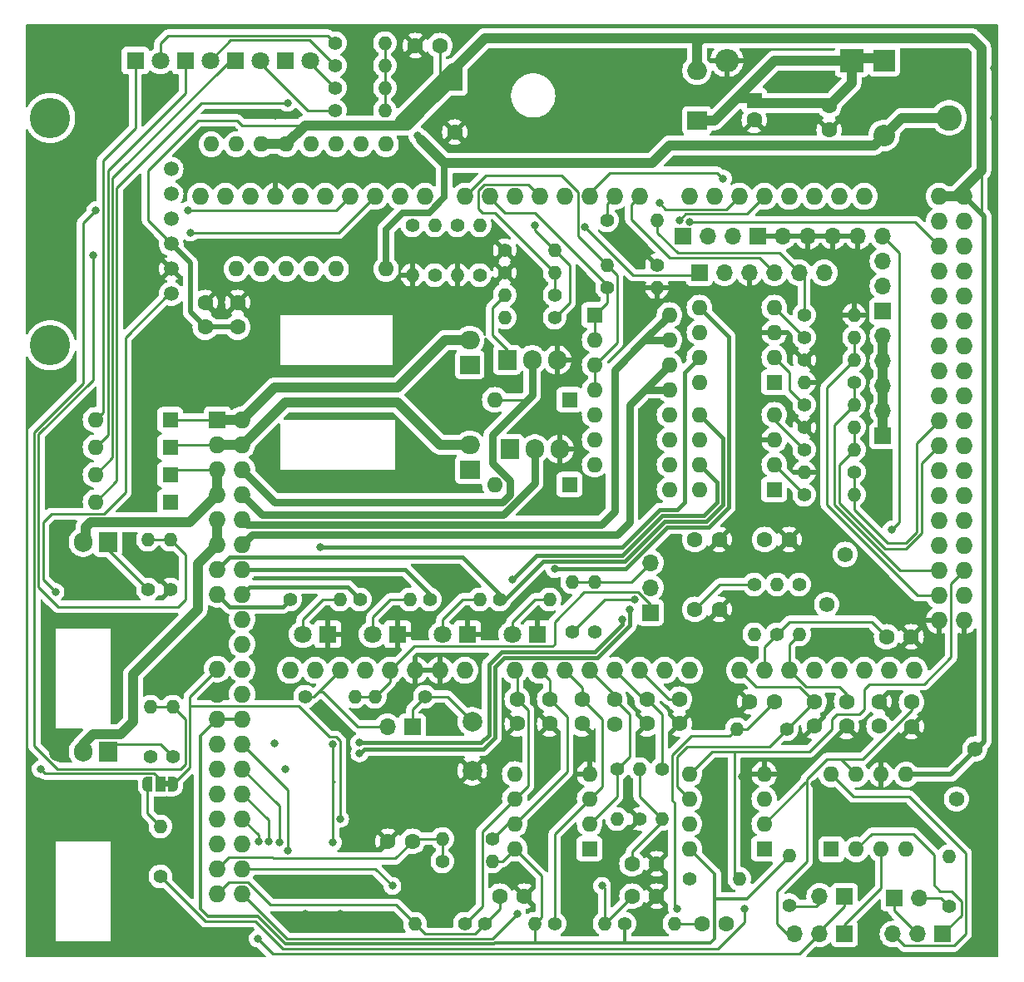
<source format=gtl>
G04 #@! TF.GenerationSoftware,KiCad,Pcbnew,7.0.9*
G04 #@! TF.CreationDate,2024-08-07T13:57:26-07:00*
G04 #@! TF.ProjectId,v0.4.3e,76302e34-2e33-4652-9e6b-696361645f70,4e*
G04 #@! TF.SameCoordinates,Original*
G04 #@! TF.FileFunction,Copper,L1,Top*
G04 #@! TF.FilePolarity,Positive*
%FSLAX46Y46*%
G04 Gerber Fmt 4.6, Leading zero omitted, Abs format (unit mm)*
G04 Created by KiCad (PCBNEW 7.0.9) date 2024-08-07 13:57:26*
%MOMM*%
%LPD*%
G01*
G04 APERTURE LIST*
G04 Aperture macros list*
%AMFreePoly0*
4,1,19,0.550000,-0.750000,0.000000,-0.750000,0.000000,-0.744911,-0.071157,-0.744911,-0.207708,-0.704816,-0.327430,-0.627875,-0.420627,-0.520320,-0.479746,-0.390866,-0.500000,-0.250000,-0.500000,0.250000,-0.479746,0.390866,-0.420627,0.520320,-0.327430,0.627875,-0.207708,0.704816,-0.071157,0.744911,0.000000,0.744911,0.000000,0.750000,0.550000,0.750000,0.550000,-0.750000,0.550000,-0.750000,
$1*%
%AMFreePoly1*
4,1,19,0.000000,0.744911,0.071157,0.744911,0.207708,0.704816,0.327430,0.627875,0.420627,0.520320,0.479746,0.390866,0.500000,0.250000,0.500000,-0.250000,0.479746,-0.390866,0.420627,-0.520320,0.327430,-0.627875,0.207708,-0.704816,0.071157,-0.744911,0.000000,-0.744911,0.000000,-0.750000,-0.550000,-0.750000,-0.550000,0.750000,0.000000,0.750000,0.000000,0.744911,0.000000,0.744911,
$1*%
G04 Aperture macros list end*
G04 #@! TA.AperFunction,ComponentPad*
%ADD10O,1.727200X1.727200*%
G04 #@! TD*
G04 #@! TA.AperFunction,ComponentPad*
%ADD11R,1.700000X1.700000*%
G04 #@! TD*
G04 #@! TA.AperFunction,ComponentPad*
%ADD12O,1.700000X1.700000*%
G04 #@! TD*
G04 #@! TA.AperFunction,ComponentPad*
%ADD13R,1.600000X1.600000*%
G04 #@! TD*
G04 #@! TA.AperFunction,ComponentPad*
%ADD14O,1.600000X1.600000*%
G04 #@! TD*
G04 #@! TA.AperFunction,ComponentPad*
%ADD15R,2.600000X2.600000*%
G04 #@! TD*
G04 #@! TA.AperFunction,ComponentPad*
%ADD16C,2.600000*%
G04 #@! TD*
G04 #@! TA.AperFunction,ComponentPad*
%ADD17C,1.500000*%
G04 #@! TD*
G04 #@! TA.AperFunction,ComponentPad*
%ADD18C,4.100000*%
G04 #@! TD*
G04 #@! TA.AperFunction,ComponentPad*
%ADD19R,1.727200X1.727200*%
G04 #@! TD*
G04 #@! TA.AperFunction,SMDPad,CuDef*
%ADD20FreePoly0,180.000000*%
G04 #@! TD*
G04 #@! TA.AperFunction,SMDPad,CuDef*
%ADD21R,1.000000X1.500000*%
G04 #@! TD*
G04 #@! TA.AperFunction,SMDPad,CuDef*
%ADD22FreePoly1,180.000000*%
G04 #@! TD*
G04 #@! TA.AperFunction,ComponentPad*
%ADD23C,1.600000*%
G04 #@! TD*
G04 #@! TA.AperFunction,ComponentPad*
%ADD24R,2.200000X2.200000*%
G04 #@! TD*
G04 #@! TA.AperFunction,ComponentPad*
%ADD25O,2.200000X2.200000*%
G04 #@! TD*
G04 #@! TA.AperFunction,ComponentPad*
%ADD26R,2.400000X2.400000*%
G04 #@! TD*
G04 #@! TA.AperFunction,ComponentPad*
%ADD27O,2.400000X2.400000*%
G04 #@! TD*
G04 #@! TA.AperFunction,ComponentPad*
%ADD28C,1.560000*%
G04 #@! TD*
G04 #@! TA.AperFunction,ComponentPad*
%ADD29C,1.400000*%
G04 #@! TD*
G04 #@! TA.AperFunction,ComponentPad*
%ADD30O,1.400000X1.400000*%
G04 #@! TD*
G04 #@! TA.AperFunction,ComponentPad*
%ADD31R,1.905000X2.000000*%
G04 #@! TD*
G04 #@! TA.AperFunction,ComponentPad*
%ADD32O,1.905000X2.000000*%
G04 #@! TD*
G04 #@! TA.AperFunction,ComponentPad*
%ADD33R,1.800000X1.800000*%
G04 #@! TD*
G04 #@! TA.AperFunction,ComponentPad*
%ADD34C,1.800000*%
G04 #@! TD*
G04 #@! TA.AperFunction,ComponentPad*
%ADD35R,2.000000X1.905000*%
G04 #@! TD*
G04 #@! TA.AperFunction,ComponentPad*
%ADD36O,2.000000X1.905000*%
G04 #@! TD*
G04 #@! TA.AperFunction,ComponentPad*
%ADD37C,2.000000*%
G04 #@! TD*
G04 #@! TA.AperFunction,ViaPad*
%ADD38C,0.800000*%
G04 #@! TD*
G04 #@! TA.AperFunction,Conductor*
%ADD39C,0.250000*%
G04 #@! TD*
G04 #@! TA.AperFunction,Conductor*
%ADD40C,1.000000*%
G04 #@! TD*
G04 #@! TA.AperFunction,Conductor*
%ADD41C,0.500000*%
G04 #@! TD*
G04 #@! TA.AperFunction,Conductor*
%ADD42C,0.700000*%
G04 #@! TD*
G04 #@! TA.AperFunction,Conductor*
%ADD43C,0.750000*%
G04 #@! TD*
G04 #@! TA.AperFunction,Conductor*
%ADD44C,0.400000*%
G04 #@! TD*
G04 #@! TA.AperFunction,Conductor*
%ADD45C,0.350000*%
G04 #@! TD*
G04 APERTURE END LIST*
G04 #@! TA.AperFunction,EtchedComponent*
G36*
X125614000Y-117140000D02*
G01*
X125114000Y-117140000D01*
X125114000Y-116540000D01*
X125614000Y-116540000D01*
X125614000Y-117140000D01*
G37*
G04 #@! TD.AperFunction*
D10*
X137940000Y-105260000D03*
X145560000Y-105260000D03*
X148100000Y-105260000D03*
X203980000Y-57000000D03*
X206520000Y-57000000D03*
X160800000Y-105260000D03*
X163340000Y-105260000D03*
X165880000Y-105260000D03*
X168420000Y-105260000D03*
X170960000Y-105260000D03*
X173500000Y-105260000D03*
X176040000Y-105260000D03*
X178580000Y-105260000D03*
X183660000Y-105260000D03*
X186200000Y-105260000D03*
X188740000Y-105260000D03*
X191280000Y-105260000D03*
X193820000Y-105260000D03*
X196360000Y-105260000D03*
X198900000Y-105260000D03*
X201440000Y-105260000D03*
X133876000Y-57000000D03*
X173500000Y-57000000D03*
X170960000Y-57000000D03*
X168420000Y-57000000D03*
X165880000Y-57000000D03*
X163340000Y-57000000D03*
X160800000Y-57000000D03*
X158260000Y-57000000D03*
X155720000Y-57000000D03*
X151656000Y-57000000D03*
X149116000Y-57000000D03*
X146576000Y-57000000D03*
X144036000Y-57000000D03*
X141496000Y-57000000D03*
X138956000Y-57000000D03*
X178580000Y-57000000D03*
X181120000Y-57000000D03*
X183660000Y-57000000D03*
X186200000Y-57000000D03*
X188740000Y-57000000D03*
X191280000Y-57000000D03*
X193820000Y-57000000D03*
X196360000Y-57000000D03*
X203980000Y-59540000D03*
X206520000Y-59540000D03*
X203980000Y-62080000D03*
X206520000Y-62080000D03*
X203980000Y-64620000D03*
X206520000Y-64620000D03*
X203980000Y-67160000D03*
X206520000Y-67160000D03*
X203980000Y-69700000D03*
X206520000Y-69700000D03*
X203980000Y-72240000D03*
X206520000Y-72240000D03*
X203980000Y-74780000D03*
X206520000Y-74780000D03*
X203980000Y-77320000D03*
X206520000Y-77320000D03*
X203980000Y-79860000D03*
X206520000Y-79860000D03*
X203980000Y-82400000D03*
X206520000Y-82400000D03*
X203980000Y-84940000D03*
X206520000Y-84940000D03*
X203980000Y-87480000D03*
X206520000Y-87480000D03*
X203980000Y-90020000D03*
X206520000Y-90020000D03*
X203980000Y-92560000D03*
X206520000Y-92560000D03*
X203980000Y-95100000D03*
X206520000Y-95100000D03*
X203980000Y-97640000D03*
X206520000Y-97640000D03*
X136416000Y-57000000D03*
X150640000Y-105260000D03*
X153180000Y-105260000D03*
X203980000Y-100180000D03*
X206520000Y-100180000D03*
X140480000Y-105260000D03*
X143020000Y-105260000D03*
X128796000Y-57000000D03*
X131336000Y-57000000D03*
X155720000Y-105260000D03*
D11*
X179578000Y-64770000D03*
D12*
X182118000Y-64770000D03*
X184658000Y-64770000D03*
X187198000Y-64770000D03*
X189738000Y-64770000D03*
X192278000Y-64770000D03*
D13*
X193000000Y-123500000D03*
D14*
X195540000Y-123500000D03*
X198080000Y-123500000D03*
X200620000Y-123500000D03*
X200620000Y-115880000D03*
X198080000Y-115880000D03*
X195540000Y-115880000D03*
X193000000Y-115880000D03*
D15*
X205000000Y-44000000D03*
D16*
X205000000Y-49000000D03*
D17*
X125820000Y-66922000D03*
X125820000Y-64382000D03*
X125820000Y-61842000D03*
X125820000Y-59302000D03*
X125820000Y-56762000D03*
X125820000Y-54222000D03*
D18*
X113500000Y-72172000D03*
X113500000Y-49022000D03*
D11*
X198255000Y-81400000D03*
D12*
X198255000Y-78860000D03*
X198255000Y-76320000D03*
X198255000Y-73780000D03*
X198255000Y-71240000D03*
D11*
X174582000Y-99378000D03*
D12*
X174582000Y-96838000D03*
X174582000Y-94298000D03*
D19*
X130500000Y-79740000D03*
D10*
X133040000Y-79740000D03*
X130500000Y-82280000D03*
X133040000Y-82280000D03*
X130500000Y-84820000D03*
X133040000Y-84820000D03*
X130500000Y-87360000D03*
X133040000Y-87360000D03*
X130500000Y-89900000D03*
X133040000Y-89900000D03*
X130500000Y-92440000D03*
X133040000Y-92440000D03*
X130500000Y-94980000D03*
X133040000Y-94980000D03*
X130500000Y-97520000D03*
X133040000Y-97520000D03*
X130500000Y-100060000D03*
X133040000Y-100060000D03*
X130500000Y-102600000D03*
X133040000Y-102600000D03*
X130500000Y-105140000D03*
X133040000Y-105140000D03*
X130500000Y-107680000D03*
X133040000Y-107680000D03*
X130500000Y-110220000D03*
X133040000Y-110220000D03*
X130500000Y-112760000D03*
X133040000Y-112760000D03*
X130500000Y-115300000D03*
X133040000Y-115300000D03*
X130500000Y-117840000D03*
X133040000Y-117840000D03*
X130500000Y-120380000D03*
X133040000Y-120380000D03*
X130500000Y-122920000D03*
X133040000Y-122920000D03*
X130500000Y-125460000D03*
X133040000Y-125460000D03*
X130500000Y-128000000D03*
X133040000Y-128000000D03*
D11*
X194354000Y-132080000D03*
D12*
X191814000Y-132080000D03*
X189274000Y-132080000D03*
D13*
X129900000Y-64400000D03*
D14*
X132440000Y-64400000D03*
X134980000Y-64400000D03*
X137520000Y-64400000D03*
X140060000Y-64400000D03*
X142600000Y-64400000D03*
D13*
X145140000Y-64400000D03*
D14*
X147680000Y-64400000D03*
X147680000Y-51700000D03*
X145140000Y-51700000D03*
X142600000Y-51700000D03*
X140060000Y-51700000D03*
X137520000Y-51700000D03*
X134980000Y-51700000D03*
X132440000Y-51700000D03*
X129900000Y-51700000D03*
D11*
X177935000Y-61080000D03*
D12*
X180475000Y-61080000D03*
X183015000Y-61080000D03*
D11*
X198255000Y-68700000D03*
D12*
X198255000Y-66160000D03*
X198255000Y-63620000D03*
X198255000Y-61080000D03*
D11*
X185555000Y-61080000D03*
D12*
X188095000Y-61080000D03*
X190635000Y-61080000D03*
X193175000Y-61080000D03*
X195715000Y-61080000D03*
D20*
X126014000Y-116840000D03*
D21*
X124714000Y-116840000D03*
D22*
X123414000Y-116840000D03*
D13*
X154686000Y-45466000D03*
D23*
X154686000Y-50466000D03*
D13*
X125730000Y-79756000D03*
D14*
X118110000Y-79756000D03*
D13*
X125730000Y-88138000D03*
D14*
X118110000Y-88138000D03*
D13*
X125730000Y-82550000D03*
D14*
X118110000Y-82550000D03*
D13*
X125730000Y-85344000D03*
D14*
X118110000Y-85344000D03*
D24*
X198374000Y-43180000D03*
D25*
X198374000Y-50800000D03*
D26*
X195072000Y-43180000D03*
D27*
X182372000Y-43180000D03*
D28*
X205740000Y-118364000D03*
X207640000Y-113264000D03*
X192532000Y-98552000D03*
X194432000Y-93452000D03*
D29*
X154940000Y-59944000D03*
D30*
X154940000Y-65024000D03*
D29*
X123698000Y-114046000D03*
D30*
X123698000Y-108966000D03*
D29*
X195326000Y-85090000D03*
D30*
X190246000Y-85090000D03*
D29*
X190246000Y-80518000D03*
D30*
X195326000Y-80518000D03*
D29*
X157226000Y-65024000D03*
D30*
X157226000Y-59944000D03*
D29*
X125984000Y-114046000D03*
D30*
X125984000Y-108966000D03*
D29*
X190246000Y-87376000D03*
D30*
X195326000Y-87376000D03*
D29*
X190246000Y-82804000D03*
D30*
X195326000Y-82804000D03*
D29*
X142494000Y-41402000D03*
D30*
X147574000Y-41402000D03*
D29*
X142494000Y-45974000D03*
D30*
X147574000Y-45974000D03*
D29*
X152146000Y-98044000D03*
D30*
X157226000Y-98044000D03*
D29*
X170180000Y-66294000D03*
D30*
X175260000Y-66294000D03*
D29*
X175260000Y-64008000D03*
D30*
X170180000Y-64008000D03*
D29*
X150368000Y-59944000D03*
D30*
X150368000Y-65024000D03*
D29*
X125730000Y-97028000D03*
D30*
X125730000Y-91948000D03*
D29*
X152654000Y-65024000D03*
D30*
X152654000Y-59944000D03*
D29*
X123444000Y-97028000D03*
D30*
X123444000Y-91948000D03*
D29*
X195326000Y-75946000D03*
D30*
X190246000Y-75946000D03*
D29*
X190246000Y-73660000D03*
D30*
X195326000Y-73660000D03*
D29*
X190246000Y-78232000D03*
D30*
X195326000Y-78232000D03*
D29*
X190246000Y-71374000D03*
D30*
X195326000Y-71374000D03*
D29*
X142494000Y-43688000D03*
D30*
X147574000Y-43688000D03*
D29*
X142494000Y-48260000D03*
D30*
X147574000Y-48260000D03*
D29*
X137922000Y-98044000D03*
D30*
X143002000Y-98044000D03*
D29*
X173482000Y-120396000D03*
D30*
X173482000Y-115316000D03*
D29*
X188468000Y-111252000D03*
D30*
X183388000Y-111252000D03*
D29*
X175768000Y-115316000D03*
D30*
X175768000Y-120396000D03*
D29*
X171958000Y-131064000D03*
D30*
X177038000Y-131064000D03*
D29*
X171196000Y-115316000D03*
D30*
X171196000Y-120396000D03*
D29*
X157734000Y-131064000D03*
D30*
X162814000Y-131064000D03*
D29*
X153416000Y-124714000D03*
D30*
X158496000Y-124714000D03*
D29*
X164846000Y-131064000D03*
D30*
X169926000Y-131064000D03*
D29*
X155702000Y-131064000D03*
D30*
X150622000Y-131064000D03*
D29*
X158496000Y-122428000D03*
D30*
X153416000Y-122428000D03*
D29*
X188722000Y-129186000D03*
D30*
X188722000Y-124106000D03*
D29*
X139446000Y-107950000D03*
D30*
X144526000Y-107950000D03*
D29*
X151638000Y-107950000D03*
D30*
X146558000Y-107950000D03*
D29*
X190246000Y-69088000D03*
D30*
X195326000Y-69088000D03*
D29*
X170180000Y-59436000D03*
D30*
X175260000Y-59436000D03*
D29*
X185166000Y-96520000D03*
D30*
X185166000Y-101600000D03*
D29*
X124714000Y-126238000D03*
D30*
X124714000Y-121158000D03*
D29*
X189738000Y-96520000D03*
D30*
X189738000Y-101600000D03*
D29*
X187470000Y-101600000D03*
D30*
X187470000Y-96520000D03*
D13*
X168402000Y-123444000D03*
D14*
X168402000Y-120904000D03*
X168402000Y-118364000D03*
X168402000Y-115824000D03*
X160782000Y-115824000D03*
X160782000Y-118364000D03*
X160782000Y-120904000D03*
X160782000Y-123444000D03*
D13*
X187198000Y-86868000D03*
D14*
X187198000Y-84328000D03*
X187198000Y-81788000D03*
X187198000Y-79248000D03*
X179578000Y-79248000D03*
X179578000Y-81788000D03*
X179578000Y-84328000D03*
X179578000Y-86868000D03*
D13*
X186182000Y-123444000D03*
D14*
X186182000Y-120904000D03*
X186182000Y-118364000D03*
X186182000Y-115824000D03*
X178562000Y-115824000D03*
X178562000Y-118364000D03*
X178562000Y-120904000D03*
X178562000Y-123444000D03*
D13*
X187198000Y-75946000D03*
D14*
X187198000Y-73406000D03*
X187198000Y-70866000D03*
X187198000Y-68326000D03*
X179578000Y-68326000D03*
X179578000Y-70866000D03*
X179578000Y-73406000D03*
X179578000Y-75946000D03*
D13*
X168910000Y-69088000D03*
D14*
X168910000Y-71628000D03*
X168910000Y-74168000D03*
X168910000Y-76708000D03*
X168910000Y-79248000D03*
X168910000Y-81788000D03*
X168910000Y-84328000D03*
X168910000Y-86868000D03*
X176530000Y-86868000D03*
X176530000Y-84328000D03*
X176530000Y-81788000D03*
X176530000Y-79248000D03*
X176530000Y-76708000D03*
X176530000Y-74168000D03*
X176530000Y-71628000D03*
X176530000Y-69088000D03*
D31*
X119380000Y-92202000D03*
D32*
X116840000Y-92202000D03*
X114300000Y-92202000D03*
D33*
X127254000Y-43180000D03*
D34*
X129794000Y-43180000D03*
D33*
X155956000Y-101600000D03*
D34*
X153416000Y-101600000D03*
D33*
X163068000Y-101600000D03*
D34*
X160528000Y-101600000D03*
D33*
X122174000Y-43180000D03*
D34*
X124714000Y-43180000D03*
D33*
X132334000Y-43180000D03*
D34*
X134874000Y-43180000D03*
D33*
X141732000Y-101600000D03*
D34*
X139192000Y-101600000D03*
D33*
X148844000Y-101600000D03*
D34*
X146304000Y-101600000D03*
D31*
X119380000Y-113538000D03*
D32*
X116840000Y-113538000D03*
X114300000Y-113538000D03*
D35*
X156210000Y-74168000D03*
D36*
X156210000Y-71628000D03*
X156210000Y-69088000D03*
D35*
X156210000Y-84836000D03*
D36*
X156210000Y-82296000D03*
X156210000Y-79756000D03*
D35*
X179324000Y-49276000D03*
D36*
X179324000Y-46736000D03*
X179324000Y-44196000D03*
D29*
X204978000Y-129286000D03*
D30*
X204978000Y-124206000D03*
D11*
X204354000Y-132132000D03*
D12*
X201814000Y-132132000D03*
X199274000Y-132132000D03*
D11*
X199390000Y-128432000D03*
D12*
X201930000Y-128432000D03*
D11*
X194354000Y-128270000D03*
D12*
X191814000Y-128270000D03*
D29*
X145034000Y-98044000D03*
D30*
X150114000Y-98044000D03*
D29*
X159766000Y-62484000D03*
D30*
X164846000Y-62484000D03*
D13*
X185166000Y-47244000D03*
D23*
X185166000Y-49244000D03*
D33*
X137414000Y-43180000D03*
D34*
X139954000Y-43180000D03*
D13*
X166370000Y-77724000D03*
D14*
X158750000Y-77724000D03*
D13*
X166370000Y-86360000D03*
D14*
X158750000Y-86360000D03*
D29*
X159766000Y-64770000D03*
D30*
X164846000Y-64770000D03*
D29*
X164846000Y-67056000D03*
D30*
X159766000Y-67056000D03*
D29*
X164846000Y-69342000D03*
D30*
X159766000Y-69342000D03*
D29*
X168910000Y-101346000D03*
D30*
X168910000Y-96266000D03*
D29*
X166624000Y-101346000D03*
D30*
X166624000Y-96266000D03*
D29*
X159258000Y-98044000D03*
D30*
X164338000Y-98044000D03*
D29*
X178562000Y-126492000D03*
D30*
X183642000Y-126492000D03*
D23*
X132588000Y-67818000D03*
X132588000Y-70318000D03*
X129286000Y-67818000D03*
X129286000Y-70318000D03*
X187198000Y-108458000D03*
X184698000Y-108458000D03*
X172720000Y-124968000D03*
X175220000Y-124968000D03*
X179832000Y-131064000D03*
X182332000Y-131064000D03*
X191262000Y-108458000D03*
X191262000Y-110958000D03*
X174244000Y-108204000D03*
X174244000Y-110704000D03*
X170942000Y-110744000D03*
X170942000Y-108244000D03*
X172720000Y-128270000D03*
X175220000Y-128270000D03*
X159258000Y-128270000D03*
X161758000Y-128270000D03*
X150368000Y-122682000D03*
X147868000Y-122682000D03*
X167640000Y-108204000D03*
X167640000Y-110704000D03*
X161036000Y-108204000D03*
X161036000Y-110704000D03*
X164338000Y-108204000D03*
X164338000Y-110704000D03*
X197866000Y-108458000D03*
X197866000Y-110958000D03*
X201168000Y-110998000D03*
X201168000Y-108498000D03*
X192786000Y-47752000D03*
X192786000Y-50252000D03*
X153162000Y-41656000D03*
X150662000Y-41656000D03*
X194564000Y-108458000D03*
X194564000Y-110958000D03*
X198628000Y-101854000D03*
X201128000Y-101854000D03*
X181610000Y-91948000D03*
X179110000Y-91948000D03*
X188722000Y-91948000D03*
X186222000Y-91948000D03*
X181610000Y-99060000D03*
X179110000Y-99060000D03*
X177546000Y-108204000D03*
X177546000Y-110704000D03*
D11*
X150368000Y-110998000D03*
D12*
X147828000Y-110998000D03*
D37*
X156464000Y-110490000D03*
X156464000Y-115490000D03*
D31*
X160020000Y-73660000D03*
D32*
X162560000Y-73660000D03*
X165100000Y-73660000D03*
D31*
X160274000Y-82733000D03*
D32*
X162814000Y-82733000D03*
X165354000Y-82733000D03*
D38*
X184000000Y-94000000D03*
X194000000Y-118900000D03*
X169290000Y-42950000D03*
X171830000Y-42950000D03*
X174370000Y-42950000D03*
X166750000Y-45490000D03*
X169290000Y-45490000D03*
X171830000Y-45490000D03*
X174370000Y-45490000D03*
X166750000Y-48030000D03*
X169290000Y-48030000D03*
X171830000Y-48030000D03*
X174370000Y-48030000D03*
X166750000Y-50570000D03*
X169290000Y-50570000D03*
X171830000Y-50570000D03*
X174370000Y-50570000D03*
X166750000Y-42950000D03*
X208280000Y-127000000D03*
X127000000Y-74930000D03*
X128016000Y-74930000D03*
X129032000Y-74930000D03*
X130048000Y-74930000D03*
X127000000Y-73914000D03*
X129032000Y-73914000D03*
X128016000Y-73914000D03*
X129032000Y-75946000D03*
X127000000Y-75946000D03*
X128016000Y-75946000D03*
X130048000Y-75946000D03*
X196850000Y-127254000D03*
X130048000Y-73914000D03*
X173990000Y-78994000D03*
X179578000Y-53340000D03*
X154686000Y-107188000D03*
X115062000Y-81788000D03*
X139446000Y-130048000D03*
X181610000Y-116078000D03*
X112522000Y-122428000D03*
X143002000Y-130048000D03*
X174498000Y-131064000D03*
X151384000Y-116332000D03*
X208280000Y-125984000D03*
X151892000Y-75438000D03*
X199390000Y-56642000D03*
X198882000Y-120142000D03*
X128016000Y-102362000D03*
X167640000Y-131064000D03*
X155448000Y-55118000D03*
X180340000Y-107188000D03*
X151892000Y-78486000D03*
X151892000Y-68072000D03*
X124206000Y-45720000D03*
X209550000Y-49022000D03*
X152908000Y-109728000D03*
X201168000Y-56642000D03*
X151638000Y-124968000D03*
X149098000Y-109220000D03*
X179578000Y-101854000D03*
X180340000Y-108712000D03*
X209550000Y-43942000D03*
X189992000Y-45974000D03*
X152908000Y-117856000D03*
X115062000Y-86106000D03*
X121920000Y-122428000D03*
X151892000Y-71120000D03*
X180340000Y-105664000D03*
X183896000Y-116078000D03*
X137400000Y-115300000D03*
X147508736Y-117746075D03*
X153162000Y-128524000D03*
X121920000Y-118110000D03*
X196850000Y-130810000D03*
X156718000Y-107188000D03*
X151892000Y-86106000D03*
X177292000Y-53340000D03*
X151384000Y-117856000D03*
X112522000Y-118110000D03*
X152908000Y-111506000D03*
X136398000Y-48768000D03*
X149352000Y-106426000D03*
X136300000Y-112700000D03*
X181102000Y-109982000D03*
X139446000Y-127254000D03*
X191262000Y-116840000D03*
X144200000Y-121000000D03*
X151892000Y-83312000D03*
X152908000Y-116332000D03*
X161036000Y-130048000D03*
X177292000Y-129540000D03*
X169672000Y-127217010D03*
X148336000Y-127217010D03*
X150876000Y-50836990D03*
X137668000Y-47498000D03*
X127508000Y-58420000D03*
X118110000Y-58420000D03*
X117856000Y-62992000D03*
X127762000Y-60706000D03*
X160528000Y-96012000D03*
X199136000Y-90932000D03*
X175514000Y-57658000D03*
X162814000Y-59944000D03*
X178562000Y-59629950D03*
X164846000Y-94964032D03*
X140970000Y-92688620D03*
X177546000Y-59436000D03*
X167956399Y-60137000D03*
X137700000Y-123600000D03*
X136800000Y-122800002D03*
X143024998Y-120396000D03*
X172954021Y-98044000D03*
X135700000Y-122700000D03*
X134620000Y-132588000D03*
X134700000Y-122699998D03*
X171704000Y-100076000D03*
X144960160Y-112647417D03*
X172504010Y-99060000D03*
X144985348Y-113743352D03*
X142240000Y-112776000D03*
X182000000Y-55200000D03*
X142299998Y-122800000D03*
X184150000Y-129540000D03*
X112522000Y-115316000D03*
X114046000Y-97282000D03*
D39*
X177038000Y-129286000D02*
X177292000Y-129540000D01*
X158488011Y-132595989D02*
X161036000Y-130048000D01*
X184404000Y-111252000D02*
X183388000Y-111252000D01*
X178749591Y-111951999D02*
X176841990Y-113859600D01*
X176841990Y-118547580D02*
X177038000Y-118743590D01*
X176841990Y-113859600D02*
X176841990Y-118547580D01*
X133040000Y-128000000D02*
X137635989Y-132595989D01*
X177038000Y-118743590D02*
X177038000Y-129286000D01*
X137635989Y-132595989D02*
X158488011Y-132595989D01*
X187198000Y-108458000D02*
X184404000Y-111252000D01*
X182688001Y-111951999D02*
X178749591Y-111951999D01*
X183388000Y-111252000D02*
X182688001Y-111951999D01*
X172720000Y-123698000D02*
X175768000Y-120650000D01*
X175768000Y-120650000D02*
X175768000Y-120396000D01*
X173482000Y-115316000D02*
X173482000Y-118110000D01*
X172720000Y-124968000D02*
X172720000Y-123698000D01*
X173482000Y-118110000D02*
X175768000Y-120396000D01*
X160782000Y-118364000D02*
X162161001Y-116984999D01*
X161036000Y-105496000D02*
X160800000Y-105260000D01*
X157470999Y-129295001D02*
X155702000Y-131064000D01*
X160782000Y-118364000D02*
X157470999Y-121675001D01*
X161036000Y-108204000D02*
X161036000Y-105496000D01*
X162161001Y-109329001D02*
X161036000Y-108204000D01*
X162161001Y-116984999D02*
X162161001Y-109329001D01*
X157470999Y-121675001D02*
X157470999Y-129295001D01*
X172720000Y-128270000D02*
X169926000Y-131064000D01*
X146578990Y-125460000D02*
X148336000Y-127217010D01*
X169926000Y-131064000D02*
X169926000Y-127471010D01*
X133040000Y-125460000D02*
X146578990Y-125460000D01*
X169926000Y-127471010D02*
X169672000Y-127217010D01*
X130500000Y-128000000D02*
X131688601Y-126811399D01*
X156708999Y-132089001D02*
X151647001Y-132089001D01*
X159258000Y-128270000D02*
X159258000Y-129540000D01*
X157734000Y-131064000D02*
X156708999Y-132089001D01*
X131688601Y-126811399D02*
X133610529Y-126811399D01*
X151647001Y-132089001D02*
X150622000Y-131064000D01*
X159258000Y-129540000D02*
X157734000Y-131064000D01*
X133610529Y-126811399D02*
X135949130Y-129150000D01*
X135949130Y-129150000D02*
X148708000Y-129150000D01*
X148708000Y-129150000D02*
X150622000Y-131064000D01*
X131688601Y-124271399D02*
X136071399Y-124271399D01*
X150368000Y-122682000D02*
X148626999Y-124423001D01*
X130500000Y-125460000D02*
X131688601Y-124271399D01*
X153416000Y-122428000D02*
X150622000Y-122428000D01*
X136223001Y-124423001D02*
X136071399Y-124271399D01*
X153416000Y-122428000D02*
X153416000Y-124714000D01*
X150622000Y-122428000D02*
X150368000Y-122682000D01*
X148626999Y-124423001D02*
X136223001Y-124423001D01*
X167640000Y-108204000D02*
X167640000Y-107020000D01*
X169672000Y-110236000D02*
X169672000Y-117094000D01*
X167640000Y-107020000D02*
X165880000Y-105260000D01*
X168402000Y-118364000D02*
X164846000Y-121920000D01*
X167640000Y-108204000D02*
X169672000Y-110236000D01*
X164846000Y-121920000D02*
X164846000Y-131064000D01*
X169672000Y-117094000D02*
X168402000Y-118364000D01*
X172466000Y-114046000D02*
X171196000Y-115316000D01*
X170942000Y-108244000D02*
X172466000Y-109768000D01*
X168420000Y-105260000D02*
X170942000Y-107782000D01*
X170942000Y-107782000D02*
X170942000Y-108244000D01*
X171196000Y-118110000D02*
X171196000Y-115316000D01*
X172466000Y-109768000D02*
X172466000Y-114046000D01*
X168402000Y-120904000D02*
X171196000Y-118110000D01*
D40*
X179324000Y-44196000D02*
X179324000Y-41402000D01*
X206520000Y-57000000D02*
X203980000Y-57000000D01*
X205636000Y-57000000D02*
X203980000Y-57000000D01*
X149860000Y-49784000D02*
X152620494Y-47023506D01*
D39*
X164846000Y-102591000D02*
X164611999Y-102825001D01*
D40*
X154178000Y-45466000D02*
X154686000Y-45466000D01*
D39*
X124460000Y-60482000D02*
X125820000Y-61842000D01*
D41*
X200620000Y-115880000D02*
X205176000Y-115880000D01*
D39*
X208280000Y-58420000D02*
X208110000Y-58590000D01*
X173323997Y-97318999D02*
X167857001Y-97318999D01*
X164611999Y-102825001D02*
X150534999Y-102825001D01*
D40*
X154940000Y-43688000D02*
X157734000Y-40894000D01*
X152654000Y-46990000D02*
X154178000Y-45466000D01*
D39*
X128524000Y-49276000D02*
X123444000Y-54356000D01*
D40*
X179761000Y-44196000D02*
X179324000Y-44196000D01*
D39*
X132556000Y-49276000D02*
X128524000Y-49276000D01*
X150534999Y-102825001D02*
X148100000Y-105260000D01*
D40*
X154686000Y-45466000D02*
X154940000Y-45212000D01*
D39*
X154940000Y-43688000D02*
X154940000Y-43942000D01*
X146558000Y-107950000D02*
X148100000Y-106408000D01*
X153162000Y-41656000D02*
X153162000Y-46922988D01*
X133064000Y-49784000D02*
X132556000Y-49276000D01*
D41*
X205176000Y-115880000D02*
X208534000Y-112522000D01*
D39*
X208280000Y-54356000D02*
X208280000Y-58420000D01*
X139436000Y-49784000D02*
X133064000Y-49784000D01*
X167857001Y-97318999D02*
X164846000Y-100330000D01*
D40*
X208280000Y-41910000D02*
X208280000Y-54356000D01*
D39*
X148100000Y-106408000D02*
X148100000Y-105260000D01*
X174582000Y-99378000D02*
X174582000Y-98577002D01*
D41*
X125820000Y-61842000D02*
X127762000Y-63784000D01*
X127762000Y-63784000D02*
X127762000Y-68794000D01*
X127762000Y-68794000D02*
X129286000Y-70318000D01*
D40*
X154940000Y-43942000D02*
X154432000Y-43942000D01*
D39*
X144526000Y-107950000D02*
X146558000Y-107950000D01*
D41*
X132588000Y-70318000D02*
X129286000Y-70318000D01*
D40*
X179324000Y-41402000D02*
X179832000Y-40894000D01*
D39*
X123444000Y-59436000D02*
X124460000Y-60452000D01*
D40*
X134980000Y-51700000D02*
X137520000Y-51700000D01*
X207264000Y-40894000D02*
X208280000Y-41910000D01*
D39*
X174582000Y-98577002D02*
X173323997Y-97318999D01*
X153162000Y-46922988D02*
X152620494Y-47464494D01*
D40*
X208280000Y-54356000D02*
X205636000Y-57000000D01*
D39*
X124460000Y-60452000D02*
X124460000Y-60482000D01*
D40*
X154432000Y-43942000D02*
X149098000Y-49276000D01*
X149098000Y-49276000D02*
X149098000Y-49784000D01*
X149098000Y-49784000D02*
X149860000Y-49784000D01*
X137520000Y-51700000D02*
X139436000Y-49784000D01*
X157734000Y-40894000D02*
X207264000Y-40894000D01*
D39*
X164846000Y-100330000D02*
X164846000Y-102591000D01*
D40*
X154940000Y-45212000D02*
X154940000Y-43688000D01*
D39*
X123444000Y-54356000D02*
X123444000Y-59436000D01*
D40*
X139436000Y-49784000D02*
X149098000Y-49784000D01*
D41*
X208110000Y-58590000D02*
X206520000Y-57000000D01*
X208534000Y-112522000D02*
X208534000Y-59014000D01*
X208534000Y-59014000D02*
X208110000Y-58590000D01*
D40*
X179775000Y-44210000D02*
X179761000Y-44196000D01*
D39*
X147574000Y-41402000D02*
X147574000Y-43688000D01*
D42*
X152072020Y-58674000D02*
X153633010Y-57113010D01*
D39*
X167132000Y-96266000D02*
X169418000Y-96266000D01*
D42*
X153633010Y-53594000D02*
X153633010Y-57113010D01*
D39*
X169418000Y-96266000D02*
X172614000Y-96266000D01*
D40*
X153633010Y-53594000D02*
X174752000Y-53594000D01*
X197358000Y-51816000D02*
X200152000Y-49022000D01*
D42*
X149352000Y-58674000D02*
X152072020Y-58674000D01*
D40*
X204978000Y-49022000D02*
X205000000Y-49000000D01*
D42*
X147680000Y-60346000D02*
X149352000Y-58674000D01*
D39*
X174582000Y-94298000D02*
X173122000Y-95758000D01*
D40*
X176530000Y-51816000D02*
X197358000Y-51816000D01*
X153633010Y-53594000D02*
X151275999Y-51236989D01*
D39*
X153633010Y-57113010D02*
X153670000Y-57150000D01*
X147574000Y-43688000D02*
X147574000Y-45974000D01*
X172614000Y-96266000D02*
X173122000Y-95758000D01*
D40*
X200152000Y-49022000D02*
X204978000Y-49022000D01*
D42*
X147680000Y-64400000D02*
X147680000Y-60346000D01*
D39*
X151275999Y-51236989D02*
X150876000Y-50836990D01*
X147574000Y-48260000D02*
X147574000Y-45974000D01*
D40*
X174752000Y-53594000D02*
X176530000Y-51816000D01*
D39*
X155448000Y-98044000D02*
X153416000Y-100076000D01*
X157226000Y-98044000D02*
X155448000Y-98044000D01*
X153416000Y-100076000D02*
X153416000Y-101600000D01*
X160528000Y-100330000D02*
X160528000Y-101600000D01*
X162814000Y-98044000D02*
X160528000Y-100330000D01*
X164338000Y-98044000D02*
X162814000Y-98044000D01*
X124714000Y-41402000D02*
X124714000Y-43180000D01*
X142494000Y-41402000D02*
X141732000Y-40640000D01*
X125476000Y-40640000D02*
X124714000Y-41402000D01*
X141732000Y-40640000D02*
X125476000Y-40640000D01*
X118872000Y-78994000D02*
X118872000Y-53340000D01*
X122174000Y-50038000D02*
X122174000Y-43180000D01*
X118110000Y-79756000D02*
X118872000Y-78994000D01*
X118872000Y-53340000D02*
X122174000Y-50038000D01*
X120280019Y-85967981D02*
X120280019Y-56121571D01*
X120280019Y-56121571D02*
X128903590Y-47498000D01*
X128903590Y-47498000D02*
X137668000Y-47498000D01*
X118110000Y-88138000D02*
X120280019Y-85967981D01*
X142494000Y-45974000D02*
X139954000Y-43434000D01*
X139954000Y-43434000D02*
X139954000Y-43180000D01*
D40*
X155702000Y-71628000D02*
X153670000Y-71628000D01*
X133040000Y-79740000D02*
X130500000Y-79740000D01*
X153670000Y-71628000D02*
X148844000Y-76454000D01*
X148844000Y-76454000D02*
X136326000Y-76454000D01*
X136326000Y-76454000D02*
X133040000Y-79740000D01*
D39*
X130500000Y-79740000D02*
X125746000Y-79740000D01*
X125746000Y-79740000D02*
X125730000Y-79756000D01*
D40*
X133112000Y-82280000D02*
X133040000Y-82280000D01*
D39*
X126000000Y-82280000D02*
X125730000Y-82550000D01*
D40*
X156210000Y-82296000D02*
X153162000Y-82296000D01*
D39*
X130500000Y-82280000D02*
X126000000Y-82280000D01*
D40*
X137414000Y-77978000D02*
X133112000Y-82280000D01*
X153162000Y-82296000D02*
X148844000Y-77978000D01*
X133040000Y-82280000D02*
X130500000Y-82280000D01*
X148844000Y-77978000D02*
X137414000Y-77978000D01*
D39*
X131883989Y-41090011D02*
X129794000Y-43180000D01*
X139896011Y-41090011D02*
X131883989Y-41090011D01*
X142494000Y-43688000D02*
X139896011Y-41090011D01*
X142494000Y-48260000D02*
X139700000Y-48260000D01*
X139700000Y-48260000D02*
X134874000Y-43434000D01*
X134874000Y-43434000D02*
X134874000Y-43180000D01*
D40*
X117602000Y-90170000D02*
X117094000Y-90678000D01*
X130500000Y-87360000D02*
X127690000Y-90170000D01*
X117094000Y-90678000D02*
X117094000Y-91948000D01*
D39*
X126254000Y-84820000D02*
X125730000Y-85344000D01*
D40*
X117094000Y-91948000D02*
X116840000Y-92202000D01*
X130500000Y-87360000D02*
X130500000Y-84820000D01*
X127690000Y-90170000D02*
X117602000Y-90170000D01*
D39*
X130500000Y-84820000D02*
X126254000Y-84820000D01*
D40*
X121920000Y-105664000D02*
X121920000Y-110490000D01*
X130500000Y-89900000D02*
X130500000Y-92440000D01*
X120650000Y-111760000D02*
X117856000Y-111760000D01*
X116840000Y-112776000D02*
X116840000Y-113538000D01*
X121920000Y-110490000D02*
X120650000Y-111760000D01*
X130500000Y-92440000D02*
X128524000Y-94416000D01*
X117856000Y-111760000D02*
X116840000Y-112776000D01*
X128524000Y-99060000D02*
X121920000Y-105664000D01*
X128524000Y-94416000D02*
X128524000Y-99060000D01*
X187198000Y-43180000D02*
X183388000Y-46990000D01*
X195072000Y-43180000D02*
X187198000Y-43180000D01*
X192532000Y-47498000D02*
X185420000Y-47498000D01*
X181102000Y-49276000D02*
X179324000Y-49276000D01*
X183388000Y-46990000D02*
X181102000Y-49276000D01*
X185166000Y-47244000D02*
X184912000Y-46990000D01*
X184912000Y-46990000D02*
X183388000Y-46990000D01*
X192786000Y-47752000D02*
X192532000Y-47498000D01*
X185420000Y-47498000D02*
X185166000Y-47244000D01*
X195326000Y-42926000D02*
X195072000Y-43180000D01*
X195072000Y-45466000D02*
X192786000Y-47752000D01*
X195072000Y-43180000D02*
X195072000Y-45466000D01*
X198374000Y-43180000D02*
X198120000Y-42926000D01*
X198120000Y-42926000D02*
X195326000Y-42926000D01*
D43*
X162814000Y-86179502D02*
X159585502Y-89408000D01*
X159585502Y-89408000D02*
X135088000Y-89408000D01*
X135088000Y-89408000D02*
X133040000Y-87360000D01*
X162814000Y-82733000D02*
X162814000Y-86179502D01*
X172466000Y-78232000D02*
X172466000Y-90170000D01*
X171196000Y-91440000D02*
X134040000Y-91440000D01*
X176530000Y-74168000D02*
X172466000Y-78232000D01*
X176530000Y-76708000D02*
X173990000Y-76708000D01*
X172466000Y-90170000D02*
X171196000Y-91440000D01*
X173990000Y-76708000D02*
X173736000Y-76962000D01*
X134040000Y-91440000D02*
X133040000Y-92440000D01*
D39*
X185674000Y-63246000D02*
X176536998Y-63246000D01*
X187198000Y-64770000D02*
X185674000Y-63246000D01*
X172636401Y-59345403D02*
X172636401Y-57863599D01*
X172636401Y-57863599D02*
X173500000Y-57000000D01*
X176536998Y-63246000D02*
X172636401Y-59345403D01*
X127254000Y-114808000D02*
X127254000Y-110236000D01*
X116840000Y-59690000D02*
X116840000Y-76051501D01*
X118110000Y-58420000D02*
X116840000Y-59690000D01*
X142616000Y-58420000D02*
X127508000Y-58420000D01*
X125984000Y-108966000D02*
X123698000Y-108966000D01*
X122888251Y-115316000D02*
X122889272Y-115314979D01*
X114223829Y-115316000D02*
X122888251Y-115316000D01*
X122889272Y-115314979D02*
X124285026Y-115314979D01*
X116840000Y-76051501D02*
X111875978Y-81015522D01*
X111875978Y-112968149D02*
X114223829Y-115316000D01*
X144036000Y-57000000D02*
X142616000Y-58420000D01*
X127254000Y-110236000D02*
X125984000Y-108966000D01*
X126746000Y-115316000D02*
X127254000Y-114808000D01*
X124285026Y-115314979D02*
X124286047Y-115316000D01*
X111875978Y-81015522D02*
X111875978Y-112968149D01*
X124286047Y-115316000D02*
X126746000Y-115316000D01*
X126492000Y-98806000D02*
X114300000Y-98806000D01*
X142870000Y-60706000D02*
X127762000Y-60706000D01*
X146576000Y-57000000D02*
X142870000Y-60706000D01*
X117856000Y-75671911D02*
X117856000Y-62992000D01*
X127254000Y-93472000D02*
X127254000Y-98044000D01*
X112325989Y-96831989D02*
X112325989Y-81201922D01*
X114300000Y-98806000D02*
X112325989Y-96831989D01*
X112325989Y-81201922D02*
X117856000Y-75671911D01*
X127254000Y-98044000D02*
X126492000Y-98806000D01*
X125730000Y-91948000D02*
X127254000Y-93472000D01*
X125730000Y-91948000D02*
X123444000Y-91948000D01*
X190246000Y-87376000D02*
X187198000Y-84328000D01*
X190246000Y-82804000D02*
X187198000Y-79756000D01*
X187198000Y-79756000D02*
X187198000Y-79248000D01*
D44*
X159766000Y-98044000D02*
X159258000Y-98044000D01*
X180242521Y-90100022D02*
X176011064Y-90100022D01*
X179578000Y-79248000D02*
X181956011Y-81626011D01*
X171947064Y-94164022D02*
X163645978Y-94164022D01*
X130500000Y-94980000D02*
X131763601Y-93716399D01*
X163645978Y-94164022D02*
X159766000Y-98044000D01*
X134864399Y-93716399D02*
X135871101Y-93716399D01*
X155438399Y-93716399D02*
X134864399Y-93716399D01*
X176011064Y-90100022D02*
X171947064Y-94164022D01*
X181956011Y-81626011D02*
X181956011Y-88386532D01*
X159258000Y-97536000D02*
X155438399Y-93716399D01*
X181956011Y-88386532D02*
X180242521Y-90100022D01*
X159258000Y-98044000D02*
X159258000Y-97536000D01*
X131763601Y-93716399D02*
X134864399Y-93716399D01*
X171698532Y-93564011D02*
X162975989Y-93564011D01*
X152146000Y-98044000D02*
X152146000Y-97536000D01*
X162975989Y-93564011D02*
X160528000Y-96012000D01*
X175762532Y-89500011D02*
X171698532Y-93564011D01*
X149590000Y-94980000D02*
X133040000Y-94980000D01*
X181356000Y-88138000D02*
X179993989Y-89500011D01*
X181356000Y-86106000D02*
X181356000Y-88138000D01*
X179578000Y-84328000D02*
X181356000Y-86106000D01*
X179993989Y-89500011D02*
X175762532Y-89500011D01*
X152146000Y-97536000D02*
X149590000Y-94980000D01*
D39*
X162052000Y-61976000D02*
X164846000Y-64770000D01*
X157473002Y-58674000D02*
X158750000Y-58674000D01*
X162151399Y-55811399D02*
X157689471Y-55811399D01*
X164846000Y-64770000D02*
X164846000Y-67056000D01*
X163340000Y-57000000D02*
X162151399Y-55811399D01*
X157689471Y-55811399D02*
X157071399Y-56429471D01*
X158750000Y-58674000D02*
X162052000Y-61976000D01*
X157071399Y-58272397D02*
X157473002Y-58674000D01*
X157071399Y-56429471D02*
X157071399Y-58272397D01*
X170180000Y-57780000D02*
X170180000Y-59436000D01*
X170960000Y-57000000D02*
X170180000Y-57780000D01*
X194564000Y-108458000D02*
X194564000Y-107696000D01*
X188740000Y-105260000D02*
X188740000Y-102598000D01*
X190010000Y-101872000D02*
X189738000Y-101600000D01*
X194564000Y-107696000D02*
X193802000Y-106934000D01*
X188740000Y-102598000D02*
X189738000Y-101600000D01*
X190414000Y-106934000D02*
X188740000Y-105260000D01*
X193802000Y-106934000D02*
X190414000Y-106934000D01*
X186200000Y-102870000D02*
X187470000Y-101600000D01*
X186200000Y-105260000D02*
X186200000Y-102870000D01*
X197104000Y-100330000D02*
X198628000Y-101854000D01*
X187470000Y-101600000D02*
X188740000Y-100330000D01*
X188740000Y-100330000D02*
X197104000Y-100330000D01*
X166116000Y-115570000D02*
X166116000Y-109982000D01*
X160782000Y-120904000D02*
X166116000Y-115570000D01*
X164338000Y-106258000D02*
X163340000Y-105260000D01*
X166116000Y-109982000D02*
X164338000Y-108204000D01*
X160020000Y-120904000D02*
X160782000Y-120904000D01*
X164338000Y-108204000D02*
X164338000Y-106258000D01*
X158496000Y-122428000D02*
X160020000Y-120904000D01*
X147828000Y-110998000D02*
X144780000Y-110998000D01*
X141224000Y-107442000D02*
X140970000Y-107442000D01*
X140970000Y-107442000D02*
X140904000Y-107376000D01*
X139446000Y-107950000D02*
X140330000Y-107950000D01*
X140904000Y-107376000D02*
X143020000Y-105260000D01*
X144780000Y-110998000D02*
X141224000Y-107442000D01*
X140330000Y-107950000D02*
X140904000Y-107376000D01*
X181650000Y-96520000D02*
X179110000Y-99060000D01*
X185166000Y-96520000D02*
X181650000Y-96520000D01*
X198255000Y-61080000D02*
X199898000Y-62723000D01*
X199898000Y-62723000D02*
X199898000Y-88978500D01*
X199898000Y-90170000D02*
X199136000Y-90932000D01*
X199898000Y-88978500D02*
X199898000Y-90170000D01*
X182348001Y-58311999D02*
X176167999Y-58311999D01*
X176167999Y-58311999D02*
X175514000Y-57658000D01*
X183660000Y-57000000D02*
X182348001Y-58311999D01*
X164846000Y-62484000D02*
X166370000Y-64008000D01*
X162814000Y-60452000D02*
X164846000Y-62484000D01*
X162814000Y-59944000D02*
X162814000Y-60452000D01*
X166370000Y-64008000D02*
X166370000Y-67818000D01*
X166370000Y-67818000D02*
X164846000Y-69342000D01*
X170180000Y-66040000D02*
X170180000Y-66294000D01*
X162814000Y-58674000D02*
X170180000Y-66040000D01*
X158260000Y-57168000D02*
X159766000Y-58674000D01*
X168910000Y-69088000D02*
X168910000Y-71628000D01*
X170180000Y-66294000D02*
X170180000Y-67818000D01*
X159766000Y-58674000D02*
X162814000Y-58674000D01*
X170180000Y-67818000D02*
X168910000Y-69088000D01*
X158260000Y-57000000D02*
X158260000Y-57168000D01*
X155720000Y-57000000D02*
X157856000Y-54864000D01*
X168910000Y-76708000D02*
X168910000Y-74168000D01*
X170180000Y-64008000D02*
X171205001Y-65033001D01*
X171205001Y-65033001D02*
X171205001Y-71872999D01*
X165503130Y-54864000D02*
X167231399Y-56592269D01*
X157856000Y-54864000D02*
X165503130Y-54864000D01*
X171205001Y-71872999D02*
X168910000Y-74168000D01*
X167231399Y-56592269D02*
X167231399Y-61059399D01*
X167231399Y-61059399D02*
X170180000Y-64008000D01*
X203980000Y-62080000D02*
X201529950Y-59629950D01*
X201529950Y-59629950D02*
X178562000Y-59629950D01*
X195326000Y-88900000D02*
X198726000Y-92300000D01*
X201700000Y-91162000D02*
X201700000Y-82140000D01*
X195326000Y-85090000D02*
X195326000Y-88900000D01*
X198726000Y-92300000D02*
X200562000Y-92300000D01*
X200562000Y-92300000D02*
X201700000Y-91162000D01*
X201700000Y-82140000D02*
X203980000Y-79860000D01*
X198438410Y-92900000D02*
X193802000Y-88263590D01*
X193802000Y-84328000D02*
X195326000Y-82804000D01*
X193802000Y-88263590D02*
X193802000Y-84328000D01*
X202200000Y-91298411D02*
X200598411Y-92900000D01*
X203980000Y-82400000D02*
X202200000Y-84180000D01*
X200598411Y-92900000D02*
X198438410Y-92900000D01*
X195326000Y-82804000D02*
X195326000Y-80518000D01*
X202200000Y-84180000D02*
X202200000Y-91298411D01*
X193294000Y-80264000D02*
X195326000Y-78232000D01*
X200002000Y-95100000D02*
X193294000Y-88392000D01*
X193294000Y-88392000D02*
X193294000Y-80264000D01*
X203980000Y-95100000D02*
X200002000Y-95100000D01*
X195326000Y-78232000D02*
X195326000Y-75946000D01*
X192532000Y-76454000D02*
X192532000Y-88392000D01*
X192532000Y-88392000D02*
X201780000Y-97640000D01*
X195326000Y-73660000D02*
X195326000Y-71374000D01*
X195326000Y-73660000D02*
X192532000Y-76454000D01*
X201780000Y-97640000D02*
X203980000Y-97640000D01*
X146304000Y-99822000D02*
X146304000Y-101600000D01*
X150114000Y-98044000D02*
X148082000Y-98044000D01*
X148082000Y-98044000D02*
X146304000Y-99822000D01*
X196342000Y-107188000D02*
X196342000Y-109220000D01*
X193040000Y-110236000D02*
X193040000Y-111252000D01*
X205200000Y-96420000D02*
X205200000Y-103918000D01*
X183134000Y-125984000D02*
X183134000Y-113538000D01*
X190754000Y-113538000D02*
X180848000Y-113538000D01*
X202438000Y-106680000D02*
X196850000Y-106680000D01*
X180848000Y-113538000D02*
X178562000Y-115824000D01*
X206520000Y-95100000D02*
X205200000Y-96420000D01*
X196342000Y-109220000D02*
X195834000Y-109728000D01*
X195834000Y-109728000D02*
X193548000Y-109728000D01*
X193548000Y-109728000D02*
X193040000Y-110236000D01*
X183642000Y-126492000D02*
X183134000Y-125984000D01*
X193040000Y-111252000D02*
X190754000Y-113538000D01*
X196850000Y-106680000D02*
X196342000Y-107188000D01*
X205200000Y-103918000D02*
X202438000Y-106680000D01*
X193960000Y-114300000D02*
X196189002Y-114300000D01*
X186182000Y-120904000D02*
X190371002Y-116714998D01*
X193960000Y-114300000D02*
X195540000Y-115880000D01*
X201168000Y-109321002D02*
X201168000Y-108498000D01*
X196189002Y-114300000D02*
X201168000Y-109321002D01*
X190500000Y-116332000D02*
X192532000Y-114300000D01*
X187452000Y-131064000D02*
X187452000Y-127762000D01*
X187452000Y-127762000D02*
X190500000Y-124714000D01*
X188468000Y-132080000D02*
X187452000Y-131064000D01*
X189274000Y-132080000D02*
X188468000Y-132080000D01*
X190371002Y-116714998D02*
X190500000Y-116714998D01*
X192532000Y-114300000D02*
X193960000Y-114300000D01*
X190500000Y-124714000D02*
X190500000Y-116714998D01*
X190500000Y-116714998D02*
X190500000Y-116332000D01*
X200914000Y-118110000D02*
X195230000Y-118110000D01*
X195230000Y-118110000D02*
X193000000Y-115880000D01*
X200449001Y-133307001D02*
X205464001Y-133307001D01*
X206698010Y-123894010D02*
X200914000Y-118110000D01*
X205464001Y-133307001D02*
X206698010Y-132072992D01*
X199274000Y-132132000D02*
X200449001Y-133307001D01*
X206698010Y-132072992D02*
X206698010Y-123894010D01*
X150368000Y-109220000D02*
X151638000Y-107950000D01*
X151638000Y-107950000D02*
X153924000Y-107950000D01*
X153924000Y-107950000D02*
X156464000Y-110490000D01*
X150368000Y-110998000D02*
X150368000Y-109220000D01*
X119380000Y-81280000D02*
X118110000Y-82550000D01*
X127254000Y-43180000D02*
X127254000Y-46482000D01*
X127254000Y-46482000D02*
X119380000Y-54356000D01*
X119380000Y-54356000D02*
X119380000Y-81280000D01*
X131826000Y-43180000D02*
X132334000Y-43180000D01*
X119830009Y-83623991D02*
X119830009Y-55175991D01*
X119830009Y-55175991D02*
X131826000Y-43180000D01*
X118110000Y-85344000D02*
X119830009Y-83623991D01*
X139192000Y-100076000D02*
X139192000Y-101600000D01*
X143002000Y-98044000D02*
X141224000Y-98044000D01*
X141224000Y-98044000D02*
X139192000Y-100076000D01*
X175260000Y-60690002D02*
X175260000Y-59436000D01*
X189738000Y-64770000D02*
X187763989Y-62795989D01*
X177365987Y-62795989D02*
X175260000Y-60690002D01*
X190246000Y-69088000D02*
X190246000Y-65278000D01*
X190246000Y-65278000D02*
X189738000Y-64770000D01*
X187763989Y-62795989D02*
X177365987Y-62795989D01*
X188722000Y-76708000D02*
X188722000Y-74930000D01*
X188722000Y-74930000D02*
X187198000Y-73406000D01*
X190246000Y-78232000D02*
X188722000Y-76708000D01*
X190246000Y-71374000D02*
X187198000Y-68326000D01*
D44*
X145034000Y-98044000D02*
X144008999Y-97018999D01*
X180491053Y-90700033D02*
X176329965Y-90700033D01*
X179578000Y-68326000D02*
X182556020Y-71304020D01*
X182556020Y-88635066D02*
X180491053Y-90700033D01*
X144008999Y-97018999D02*
X143764000Y-96774000D01*
X182556020Y-71304020D02*
X182556020Y-88635066D01*
X172065966Y-94964032D02*
X164846000Y-94964032D01*
X133786000Y-96774000D02*
X133040000Y-97520000D01*
X176329965Y-90700033D02*
X172065966Y-94964032D01*
X143764000Y-96774000D02*
X133786000Y-96774000D01*
X177292000Y-88900000D02*
X175514000Y-88900000D01*
X175514000Y-88900000D02*
X171725380Y-92688620D01*
X178054000Y-88138000D02*
X177292000Y-88900000D01*
X171725380Y-92688620D02*
X140970000Y-92688620D01*
X178054000Y-74930000D02*
X178054000Y-88138000D01*
X131763601Y-98783601D02*
X137182399Y-98783601D01*
X130500000Y-97520000D02*
X131763601Y-98783601D01*
X179578000Y-73406000D02*
X178054000Y-74930000D01*
X137182399Y-98783601D02*
X137922000Y-98044000D01*
D39*
X184417999Y-58782001D02*
X178199999Y-58782001D01*
X186200000Y-57000000D02*
X184417999Y-58782001D01*
X178199999Y-58782001D02*
X177546000Y-59436000D01*
X172852400Y-65033001D02*
X167956399Y-60137000D01*
X179314999Y-65033001D02*
X172852400Y-65033001D01*
X179578000Y-64770000D02*
X179314999Y-65033001D01*
D43*
X162560000Y-77216000D02*
X162560000Y-73660000D01*
X158496000Y-81280000D02*
X158496000Y-84161456D01*
X159512000Y-88138000D02*
X136358000Y-88138000D01*
X160274000Y-85939456D02*
X160274000Y-87376000D01*
D39*
X158750000Y-77724000D02*
X162052000Y-77724000D01*
D43*
X158496000Y-84161456D02*
X160274000Y-85939456D01*
X162052000Y-77724000D02*
X158496000Y-81280000D01*
X160274000Y-87376000D02*
X159512000Y-88138000D01*
X162052000Y-77724000D02*
X162560000Y-77216000D01*
X136358000Y-88138000D02*
X133040000Y-84820000D01*
X169570001Y-90424000D02*
X133564000Y-90424000D01*
X170942000Y-74676000D02*
X170942000Y-89052001D01*
X176530000Y-69088000D02*
X173863000Y-71755000D01*
X173863000Y-71755000D02*
X170942000Y-74676000D01*
X133564000Y-90424000D02*
X133040000Y-89900000D01*
X173990000Y-71628000D02*
X173863000Y-71755000D01*
X176530000Y-71628000D02*
X173990000Y-71628000D01*
X170942000Y-89052001D02*
X169570001Y-90424000D01*
D39*
X137700000Y-117420000D02*
X137700000Y-123600000D01*
X133040000Y-112760000D02*
X137700000Y-117420000D01*
X136800000Y-119060000D02*
X136800000Y-122800002D01*
X133040000Y-115300000D02*
X136800000Y-119060000D01*
X130500000Y-105140000D02*
X127704010Y-107935990D01*
X127704010Y-108908010D02*
X138749010Y-108908010D01*
X127704010Y-107935990D02*
X127704010Y-108908010D01*
X138749010Y-108908010D02*
X141891999Y-112050999D01*
X143024998Y-112487996D02*
X143024998Y-120396000D01*
X142588001Y-112050999D02*
X143024998Y-112487996D01*
X141891999Y-112050999D02*
X142588001Y-112050999D01*
X127704010Y-115149990D02*
X126014000Y-116840000D01*
X127704010Y-108908010D02*
X127704010Y-115149990D01*
X166624000Y-101346000D02*
X169926000Y-98044000D01*
X169926000Y-98044000D02*
X172954021Y-98044000D01*
X203454000Y-124032588D02*
X203454000Y-127125590D01*
X201346402Y-121924990D02*
X203454000Y-124032588D01*
X206248000Y-128778000D02*
X206248000Y-130238000D01*
X203454000Y-127125590D02*
X204090410Y-127762000D01*
X204090410Y-127762000D02*
X205232000Y-127762000D01*
X197115011Y-121924989D02*
X201346402Y-121924990D01*
X195540000Y-123500000D02*
X197115011Y-121924989D01*
X206248000Y-130238000D02*
X204354000Y-132132000D01*
X205232000Y-127762000D02*
X206248000Y-128778000D01*
X198080000Y-127456998D02*
X194354000Y-131182998D01*
X194354000Y-131182998D02*
X194354000Y-132080000D01*
X194354000Y-131690998D02*
X194354000Y-132080000D01*
X198080000Y-123500000D02*
X198080000Y-127456998D01*
X199390000Y-128432000D02*
X199390000Y-129708000D01*
X199390000Y-129708000D02*
X201814000Y-132132000D01*
X135700000Y-120500000D02*
X135700000Y-122700000D01*
X133040000Y-117840000D02*
X135700000Y-120500000D01*
X189782000Y-134112000D02*
X136144000Y-134112000D01*
X194354000Y-129330000D02*
X191814000Y-131870000D01*
X133040000Y-120380000D02*
X134700000Y-122040000D01*
X191814000Y-132080000D02*
X189782000Y-134112000D01*
X136144000Y-134112000D02*
X134620000Y-132588000D01*
X194354000Y-128940000D02*
X194354000Y-129330000D01*
X191814000Y-131870000D02*
X191814000Y-132080000D01*
X134700000Y-122040000D02*
X134700000Y-122699998D01*
X201930000Y-128432000D02*
X204124000Y-128432000D01*
X204124000Y-128432000D02*
X204978000Y-129286000D01*
X188722000Y-129286000D02*
X190960000Y-129286000D01*
X191468000Y-129286000D02*
X191814000Y-128940000D01*
X190960000Y-129286000D02*
X191468000Y-129286000D01*
D44*
X158149989Y-111852011D02*
X157354583Y-112647417D01*
X171704000Y-100076000D02*
X171704000Y-100641685D01*
X171704000Y-100641685D02*
X168967685Y-103378000D01*
X168967685Y-103378000D02*
X159425457Y-103378000D01*
X158149989Y-104653468D02*
X158149989Y-111852011D01*
X157354583Y-112647417D02*
X144960160Y-112647417D01*
X159425457Y-103378000D02*
X158149989Y-104653468D01*
X159673989Y-103978011D02*
X158750000Y-104902000D01*
X158750000Y-104902000D02*
X158750000Y-112100543D01*
X145444700Y-113284000D02*
X144985348Y-113743352D01*
X157566543Y-113284000D02*
X145444700Y-113284000D01*
X169216217Y-103978011D02*
X159673989Y-103978011D01*
X172504010Y-100690218D02*
X169216217Y-103978011D01*
X158750000Y-112100543D02*
X157566543Y-113284000D01*
X172504010Y-99060000D02*
X172504010Y-100690218D01*
D45*
X158695108Y-133096000D02*
X158800108Y-132991000D01*
X171958000Y-132886000D02*
X172063000Y-132991000D01*
X171958000Y-131064000D02*
X171958000Y-132886000D01*
D39*
X163513999Y-130364001D02*
X163513999Y-126175999D01*
X162814000Y-131064000D02*
X163513999Y-130364001D01*
D45*
X134634878Y-130302000D02*
X137428878Y-133096000D01*
X181102000Y-132588000D02*
X181102000Y-128524000D01*
X128778000Y-129540000D02*
X129540000Y-130302000D01*
D39*
X162814000Y-131064000D02*
X162814000Y-132842000D01*
D45*
X171958000Y-132886000D02*
X171853000Y-132991000D01*
X184404000Y-128524000D02*
X181102000Y-128524000D01*
X158800108Y-132991000D02*
X162709000Y-132991000D01*
D39*
X162814000Y-132842000D02*
X162963000Y-132991000D01*
D45*
X181102000Y-125984000D02*
X178562000Y-123444000D01*
X137428878Y-133096000D02*
X158695108Y-133096000D01*
D39*
X159512000Y-124714000D02*
X158496000Y-124714000D01*
D45*
X130500000Y-110220000D02*
X133040000Y-110220000D01*
X180699000Y-132991000D02*
X181102000Y-132588000D01*
X162963000Y-132991000D02*
X162157000Y-132991000D01*
X188722000Y-124206000D02*
X184404000Y-128524000D01*
X171853000Y-132991000D02*
X162963000Y-132991000D01*
X130500000Y-110220000D02*
X128778000Y-111942000D01*
D39*
X163513999Y-126175999D02*
X160782000Y-123444000D01*
D45*
X129540000Y-130302000D02*
X134634878Y-130302000D01*
X181102000Y-128524000D02*
X181102000Y-125984000D01*
X188722000Y-124106000D02*
X188722000Y-124206000D01*
X172063000Y-132991000D02*
X180699000Y-132991000D01*
X128778000Y-111942000D02*
X128778000Y-129540000D01*
D39*
X160782000Y-123444000D02*
X159512000Y-124714000D01*
X177038000Y-131064000D02*
X179832000Y-131064000D01*
X142240000Y-116440000D02*
X142240000Y-113341685D01*
X142240000Y-113341685D02*
X142240000Y-112776000D01*
X168232000Y-56812000D02*
X168420000Y-57000000D01*
X142299998Y-116499998D02*
X142240000Y-116440000D01*
X142400000Y-116600000D02*
X142299998Y-116499998D01*
X181946000Y-55200000D02*
X181356000Y-54610000D01*
X181356000Y-54610000D02*
X170434000Y-54610000D01*
X182000000Y-55200000D02*
X181946000Y-55200000D01*
X142299998Y-122800000D02*
X142299998Y-116499998D01*
X170434000Y-54610000D02*
X168232000Y-56812000D01*
X189738000Y-106934000D02*
X185334000Y-106934000D01*
X177292000Y-117094000D02*
X178562000Y-118364000D01*
X188468000Y-111252000D02*
X191262000Y-108458000D01*
X177292000Y-114046000D02*
X177292000Y-117094000D01*
X185334000Y-106934000D02*
X183660000Y-105260000D01*
X178308000Y-113030000D02*
X177292000Y-114046000D01*
X188468000Y-111252000D02*
X186690000Y-113030000D01*
X191262000Y-108458000D02*
X189738000Y-106934000D01*
X186690000Y-113030000D02*
X178308000Y-113030000D01*
X174244000Y-108204000D02*
X175768000Y-109728000D01*
X173904000Y-108204000D02*
X174244000Y-108204000D01*
X175768000Y-109728000D02*
X175768000Y-115316000D01*
X170960000Y-105260000D02*
X173904000Y-108204000D01*
X124714000Y-126238000D02*
X129278010Y-130802010D01*
X129278010Y-130802010D02*
X134427768Y-130802010D01*
X184150000Y-130911002D02*
X184150000Y-129540000D01*
X134427768Y-130802010D02*
X137221768Y-133596010D01*
X181464992Y-133596010D02*
X184150000Y-130911002D01*
X173500000Y-105260000D02*
X176444000Y-108204000D01*
X176444000Y-108204000D02*
X177546000Y-108204000D01*
X137221768Y-133596010D02*
X181464992Y-133596010D01*
D40*
X198255000Y-73780000D02*
X198255000Y-76320000D01*
X198255000Y-71240000D02*
X198255000Y-73780000D01*
X198255000Y-81400000D02*
X198255000Y-78860000D01*
X198255000Y-78860000D02*
X198255000Y-76320000D01*
D39*
X123414000Y-116840000D02*
X123414000Y-119858000D01*
X123414000Y-119858000D02*
X124714000Y-121158000D01*
X125610000Y-66922000D02*
X121158000Y-71374000D01*
X123074651Y-115766011D02*
X123075672Y-115764990D01*
X123075672Y-115764990D02*
X124098626Y-115764990D01*
X121158000Y-71374000D02*
X121158000Y-87122000D01*
X121158000Y-87122000D02*
X118935010Y-89344990D01*
X112972011Y-115766011D02*
X123074651Y-115766011D01*
X112776000Y-96012000D02*
X114046000Y-97282000D01*
X124714000Y-116380364D02*
X124714000Y-116840000D01*
X118935010Y-89344990D02*
X113601010Y-89344990D01*
X113601010Y-89344990D02*
X112776000Y-90170000D01*
X125820000Y-66922000D02*
X125610000Y-66922000D01*
X124098626Y-115764990D02*
X124714000Y-116380364D01*
X112776000Y-90170000D02*
X112776000Y-96012000D01*
X112522000Y-115316000D02*
X112972011Y-115766011D01*
X124714000Y-112776000D02*
X120142000Y-112776000D01*
X125984000Y-114046000D02*
X124714000Y-112776000D01*
X120142000Y-112776000D02*
X119380000Y-113538000D01*
X119380000Y-92964000D02*
X119380000Y-92202000D01*
X123444000Y-97028000D02*
X119380000Y-92964000D01*
X158496000Y-71120000D02*
X160020000Y-72644000D01*
X158496000Y-68326000D02*
X158496000Y-71120000D01*
X159766000Y-67056000D02*
X158496000Y-68326000D01*
X160020000Y-72644000D02*
X160020000Y-73660000D01*
G04 #@! TA.AperFunction,Conductor*
G36*
X116145213Y-72742848D02*
G01*
X116196688Y-72790093D01*
X116214500Y-72854125D01*
X116214500Y-75741046D01*
X116194815Y-75808085D01*
X116178181Y-75828727D01*
X111492186Y-80514721D01*
X111479929Y-80524542D01*
X111480112Y-80524763D01*
X111474101Y-80529735D01*
X111426750Y-80580158D01*
X111405867Y-80601041D01*
X111405855Y-80601054D01*
X111401599Y-80606539D01*
X111397815Y-80610969D01*
X111365915Y-80644940D01*
X111365914Y-80644942D01*
X111356262Y-80662498D01*
X111345588Y-80678748D01*
X111333307Y-80694583D01*
X111333302Y-80694590D01*
X111314793Y-80737360D01*
X111312223Y-80742606D01*
X111289781Y-80783428D01*
X111284800Y-80802829D01*
X111278499Y-80821232D01*
X111270540Y-80839624D01*
X111270539Y-80839627D01*
X111263249Y-80885649D01*
X111262065Y-80891368D01*
X111250479Y-80936494D01*
X111250478Y-80936504D01*
X111250478Y-80956538D01*
X111248951Y-80975934D01*
X111247874Y-80982738D01*
X111246973Y-80988425D01*
X111243585Y-80995570D01*
X111247950Y-81018271D01*
X111250203Y-81042105D01*
X111250478Y-81047943D01*
X111250478Y-112885404D01*
X111248753Y-112901022D01*
X111249039Y-112901049D01*
X111248101Y-112910967D01*
X111248439Y-112913078D01*
X111250478Y-112977963D01*
X111250478Y-113007492D01*
X111250479Y-113007509D01*
X111251346Y-113014380D01*
X111251804Y-113020199D01*
X111253268Y-113066773D01*
X111253269Y-113066776D01*
X111258858Y-113086016D01*
X111262802Y-113105060D01*
X111265314Y-113124941D01*
X111272972Y-113144284D01*
X111282468Y-113168268D01*
X111284360Y-113173796D01*
X111297359Y-113218537D01*
X111307558Y-113235783D01*
X111316114Y-113253249D01*
X111320372Y-113264001D01*
X111323492Y-113271881D01*
X111350876Y-113309572D01*
X111354084Y-113314456D01*
X111377805Y-113354565D01*
X111377811Y-113354573D01*
X111391968Y-113368729D01*
X111404606Y-113383525D01*
X111416383Y-113399735D01*
X111416384Y-113399736D01*
X111452287Y-113429437D01*
X111456598Y-113433359D01*
X111870650Y-113847411D01*
X112277845Y-114254606D01*
X112311330Y-114315929D01*
X112306346Y-114385621D01*
X112264474Y-114441554D01*
X112240600Y-114455566D01*
X112069270Y-114531848D01*
X112069265Y-114531851D01*
X111916129Y-114643111D01*
X111789466Y-114783785D01*
X111694821Y-114947715D01*
X111694818Y-114947722D01*
X111636676Y-115126666D01*
X111636326Y-115127744D01*
X111616540Y-115316000D01*
X111636326Y-115504256D01*
X111636327Y-115504259D01*
X111694818Y-115684277D01*
X111694821Y-115684284D01*
X111789467Y-115848216D01*
X111881736Y-115950691D01*
X111916129Y-115988888D01*
X112069265Y-116100148D01*
X112069270Y-116100151D01*
X112242192Y-116177142D01*
X112242197Y-116177144D01*
X112427354Y-116216500D01*
X112488895Y-116216500D01*
X112555934Y-116236185D01*
X112573778Y-116250107D01*
X112601429Y-116276073D01*
X112605156Y-116278122D01*
X112618984Y-116285724D01*
X112635242Y-116296403D01*
X112651075Y-116308685D01*
X112673026Y-116318183D01*
X112693848Y-116327194D01*
X112699092Y-116329763D01*
X112739919Y-116352208D01*
X112759323Y-116357190D01*
X112777721Y-116363489D01*
X112796116Y-116371449D01*
X112842140Y-116378737D01*
X112847843Y-116379918D01*
X112892992Y-116391511D01*
X112913027Y-116391511D01*
X112932424Y-116393037D01*
X112952207Y-116396171D01*
X112998595Y-116391786D01*
X113004433Y-116391511D01*
X122284358Y-116391511D01*
X122351397Y-116411196D01*
X122397152Y-116464000D01*
X122408358Y-116515511D01*
X122408358Y-116574397D01*
X122408353Y-116574414D01*
X122408353Y-117105556D01*
X122408358Y-117105603D01*
X122408358Y-117161962D01*
X122422713Y-117261803D01*
X122427558Y-117295499D01*
X122427558Y-117295502D01*
X122428819Y-117304276D01*
X122469367Y-117442368D01*
X122469372Y-117442381D01*
X122529089Y-117573143D01*
X122529102Y-117573166D01*
X122606896Y-117694216D01*
X122606911Y-117694237D01*
X122678385Y-117776722D01*
X122701057Y-117802887D01*
X122701056Y-117802887D01*
X122745701Y-117841571D01*
X122783477Y-117900348D01*
X122788500Y-117935285D01*
X122788500Y-119775255D01*
X122786775Y-119790872D01*
X122787061Y-119790899D01*
X122786326Y-119798665D01*
X122788500Y-119867814D01*
X122788500Y-119897343D01*
X122788501Y-119897360D01*
X122789368Y-119904231D01*
X122789826Y-119910050D01*
X122791290Y-119956624D01*
X122791291Y-119956627D01*
X122796880Y-119975867D01*
X122800824Y-119994911D01*
X122803336Y-120014792D01*
X122820490Y-120058119D01*
X122822382Y-120063647D01*
X122835381Y-120108388D01*
X122845580Y-120125634D01*
X122854136Y-120143100D01*
X122861514Y-120161732D01*
X122886319Y-120195874D01*
X122888898Y-120199423D01*
X122892106Y-120204307D01*
X122915827Y-120244416D01*
X122915833Y-120244424D01*
X122929990Y-120258580D01*
X122942627Y-120273375D01*
X122954406Y-120289587D01*
X122972389Y-120304464D01*
X122990309Y-120319288D01*
X122994620Y-120323210D01*
X123255666Y-120584256D01*
X123495107Y-120823697D01*
X123528592Y-120885020D01*
X123529266Y-120930742D01*
X123529414Y-120930756D01*
X123529287Y-120932125D01*
X123529317Y-120934153D01*
X123528884Y-120936465D01*
X123508357Y-121157999D01*
X123508357Y-121158000D01*
X123528884Y-121379535D01*
X123528885Y-121379537D01*
X123589769Y-121593523D01*
X123589775Y-121593538D01*
X123688938Y-121792683D01*
X123688943Y-121792691D01*
X123823020Y-121970238D01*
X123987437Y-122120123D01*
X123987439Y-122120125D01*
X124176595Y-122237245D01*
X124176596Y-122237245D01*
X124176599Y-122237247D01*
X124384060Y-122317618D01*
X124602757Y-122358500D01*
X124602759Y-122358500D01*
X124825241Y-122358500D01*
X124825243Y-122358500D01*
X125043940Y-122317618D01*
X125251401Y-122237247D01*
X125440562Y-122120124D01*
X125604981Y-121970236D01*
X125739058Y-121792689D01*
X125752258Y-121766181D01*
X125838224Y-121593538D01*
X125838223Y-121593538D01*
X125838229Y-121593528D01*
X125899115Y-121379536D01*
X125919643Y-121158000D01*
X125899115Y-120936464D01*
X125838229Y-120722472D01*
X125831059Y-120708072D01*
X125739061Y-120523316D01*
X125739056Y-120523308D01*
X125604979Y-120345761D01*
X125440562Y-120195876D01*
X125440560Y-120195874D01*
X125251404Y-120078754D01*
X125251398Y-120078752D01*
X125224710Y-120068413D01*
X125043940Y-119998382D01*
X124825243Y-119957500D01*
X124602757Y-119957500D01*
X124571655Y-119963314D01*
X124494571Y-119977723D01*
X124425056Y-119970691D01*
X124384106Y-119943515D01*
X124075819Y-119635228D01*
X124042334Y-119573905D01*
X124039500Y-119547547D01*
X124039500Y-118214499D01*
X124059185Y-118147460D01*
X124111989Y-118101705D01*
X124163500Y-118090499D01*
X124166118Y-118090499D01*
X124166127Y-118090500D01*
X125261872Y-118090499D01*
X125321483Y-118084091D01*
X125321494Y-118084086D01*
X125322094Y-118083946D01*
X125323342Y-118083890D01*
X125329195Y-118083261D01*
X125329234Y-118083626D01*
X125368262Y-118081882D01*
X125464000Y-118095647D01*
X125464003Y-118095647D01*
X126085886Y-118095647D01*
X126085889Y-118095647D01*
X126228345Y-118075165D01*
X126366300Y-118034658D01*
X126497216Y-117974871D01*
X126575801Y-117924368D01*
X126618169Y-117897140D01*
X126618166Y-117897143D01*
X126726939Y-117802891D01*
X126726943Y-117802887D01*
X126821088Y-117694237D01*
X126821090Y-117694233D01*
X126821097Y-117694226D01*
X126898904Y-117573155D01*
X126898907Y-117573147D01*
X126898910Y-117573143D01*
X126930230Y-117504562D01*
X126958632Y-117442370D01*
X126958632Y-117442369D01*
X126958632Y-117442367D01*
X126958814Y-117441970D01*
X126959250Y-117440262D01*
X126999180Y-117304277D01*
X127000193Y-117297235D01*
X127005287Y-117261803D01*
X127019642Y-117161962D01*
X127019642Y-117105603D01*
X127019647Y-117105585D01*
X127019647Y-116770305D01*
X127039332Y-116703266D01*
X127055966Y-116682624D01*
X127890819Y-115847771D01*
X127952142Y-115814286D01*
X128021834Y-115819270D01*
X128077767Y-115861142D01*
X128102184Y-115926606D01*
X128102500Y-115935452D01*
X128102500Y-128442547D01*
X128082815Y-128509586D01*
X128030011Y-128555341D01*
X127960853Y-128565285D01*
X127897297Y-128536260D01*
X127890819Y-128530228D01*
X125932892Y-126572302D01*
X125899407Y-126510979D01*
X125898736Y-126465258D01*
X125898586Y-126465245D01*
X125898715Y-126463846D01*
X125898686Y-126461826D01*
X125899110Y-126459551D01*
X125899115Y-126459536D01*
X125919643Y-126238000D01*
X125899115Y-126016464D01*
X125838229Y-125802472D01*
X125837923Y-125801857D01*
X125739061Y-125603316D01*
X125739056Y-125603308D01*
X125604979Y-125425761D01*
X125440562Y-125275876D01*
X125440560Y-125275874D01*
X125251404Y-125158754D01*
X125251398Y-125158752D01*
X125227614Y-125149538D01*
X125043940Y-125078382D01*
X124825243Y-125037500D01*
X124602757Y-125037500D01*
X124384060Y-125078382D01*
X124293338Y-125113528D01*
X124176601Y-125158752D01*
X124176595Y-125158754D01*
X123987439Y-125275874D01*
X123987437Y-125275876D01*
X123823020Y-125425761D01*
X123688943Y-125603308D01*
X123688938Y-125603316D01*
X123589775Y-125802461D01*
X123589769Y-125802476D01*
X123528885Y-126016462D01*
X123528884Y-126016464D01*
X123508357Y-126237999D01*
X123508357Y-126238000D01*
X123528884Y-126459535D01*
X123528885Y-126459537D01*
X123589769Y-126673523D01*
X123589775Y-126673538D01*
X123688938Y-126872683D01*
X123688943Y-126872691D01*
X123823020Y-127050238D01*
X123987437Y-127200123D01*
X123987439Y-127200125D01*
X124176595Y-127317245D01*
X124176596Y-127317245D01*
X124176599Y-127317247D01*
X124384060Y-127397618D01*
X124602757Y-127438500D01*
X124602759Y-127438500D01*
X124825241Y-127438500D01*
X124825243Y-127438500D01*
X124933429Y-127418276D01*
X125002943Y-127425307D01*
X125043893Y-127452483D01*
X126913116Y-129321707D01*
X128777207Y-131185798D01*
X128787032Y-131198061D01*
X128787253Y-131197879D01*
X128792224Y-131203888D01*
X128816854Y-131227016D01*
X128842645Y-131251236D01*
X128863539Y-131272130D01*
X128869021Y-131276383D01*
X128873453Y-131280167D01*
X128907428Y-131312072D01*
X128924986Y-131321724D01*
X128941243Y-131332403D01*
X128957074Y-131344683D01*
X128976747Y-131353196D01*
X128999843Y-131363192D01*
X129005087Y-131365760D01*
X129045918Y-131388207D01*
X129058533Y-131391445D01*
X129065315Y-131393187D01*
X129083729Y-131399491D01*
X129102114Y-131407448D01*
X129148167Y-131414742D01*
X129153836Y-131415916D01*
X129198991Y-131427510D01*
X129219026Y-131427510D01*
X129238423Y-131429036D01*
X129258206Y-131432170D01*
X129304594Y-131427785D01*
X129310432Y-131427510D01*
X134117316Y-131427510D01*
X134184355Y-131447195D01*
X134204997Y-131463829D01*
X134301067Y-131559899D01*
X134334552Y-131621222D01*
X134329568Y-131690914D01*
X134287696Y-131746847D01*
X134263824Y-131760859D01*
X134193843Y-131792017D01*
X134167270Y-131803849D01*
X134167268Y-131803849D01*
X134167264Y-131803852D01*
X134014129Y-131915111D01*
X133887466Y-132055785D01*
X133792821Y-132219715D01*
X133792818Y-132219722D01*
X133734327Y-132399740D01*
X133734326Y-132399744D01*
X133714540Y-132588000D01*
X133734326Y-132776256D01*
X133734327Y-132776259D01*
X133792818Y-132956277D01*
X133792821Y-132956284D01*
X133887467Y-133120216D01*
X134007955Y-133254031D01*
X134014129Y-133260888D01*
X134167265Y-133372148D01*
X134167270Y-133372151D01*
X134340192Y-133449142D01*
X134340197Y-133449144D01*
X134525354Y-133488500D01*
X134584548Y-133488500D01*
X134651587Y-133508185D01*
X134672229Y-133524819D01*
X135435728Y-134288319D01*
X135469213Y-134349642D01*
X135464229Y-134419334D01*
X135422357Y-134475267D01*
X135356893Y-134499684D01*
X135348047Y-134500000D01*
X111124500Y-134500000D01*
X111057461Y-134480315D01*
X111011706Y-134427511D01*
X111000500Y-134376000D01*
X111000500Y-132842000D01*
X114026770Y-132842000D01*
X119614770Y-132842000D01*
X119614770Y-122682000D01*
X114046000Y-122682000D01*
X114026770Y-132842000D01*
X111000500Y-132842000D01*
X111000500Y-112916973D01*
X111001662Y-112913013D01*
X111000500Y-112900903D01*
X111000500Y-81029940D01*
X111008835Y-81001554D01*
X111001522Y-80984915D01*
X111000500Y-80969025D01*
X111000500Y-73405228D01*
X111020185Y-73338189D01*
X111072989Y-73292434D01*
X111142147Y-73282490D01*
X111205703Y-73311515D01*
X111236695Y-73352426D01*
X111260561Y-73403142D01*
X111300401Y-73465921D01*
X111302547Y-73469302D01*
X111304528Y-73472651D01*
X111309542Y-73481772D01*
X111342281Y-73541325D01*
X111342284Y-73541330D01*
X111388333Y-73604711D01*
X111390522Y-73607932D01*
X111432522Y-73674110D01*
X111432522Y-73674111D01*
X111482482Y-73734502D01*
X111484854Y-73737560D01*
X111500794Y-73759499D01*
X111530915Y-73800959D01*
X111530928Y-73800973D01*
X111533582Y-73803799D01*
X111584570Y-73858097D01*
X111587125Y-73860994D01*
X111637089Y-73921390D01*
X111637090Y-73921391D01*
X111694204Y-73975024D01*
X111696959Y-73977779D01*
X111724857Y-74007486D01*
X111750610Y-74034911D01*
X111793471Y-74070369D01*
X111810997Y-74084868D01*
X111813901Y-74087427D01*
X111854709Y-74125748D01*
X111871034Y-74141078D01*
X111871041Y-74141084D01*
X111895273Y-74158689D01*
X111934427Y-74187136D01*
X111937496Y-74189516D01*
X111997894Y-74239481D01*
X112064059Y-74281470D01*
X112067267Y-74283650D01*
X112130672Y-74329716D01*
X112199354Y-74367474D01*
X112202689Y-74369447D01*
X112268851Y-74411435D01*
X112268854Y-74411437D01*
X112268857Y-74411438D01*
X112268858Y-74411439D01*
X112339774Y-74444809D01*
X112343224Y-74446567D01*
X112411903Y-74484324D01*
X112484764Y-74513171D01*
X112488327Y-74514713D01*
X112559242Y-74548084D01*
X112633778Y-74572301D01*
X112637424Y-74573614D01*
X112710294Y-74602466D01*
X112786198Y-74621954D01*
X112789920Y-74623035D01*
X112864462Y-74647256D01*
X112941462Y-74661943D01*
X112945214Y-74662782D01*
X113021139Y-74682277D01*
X113098897Y-74692099D01*
X113102710Y-74692703D01*
X113179706Y-74707392D01*
X113179712Y-74707393D01*
X113222778Y-74710101D01*
X113257933Y-74712313D01*
X113261790Y-74712678D01*
X113339536Y-74722500D01*
X113339538Y-74722500D01*
X113660462Y-74722500D01*
X113660464Y-74722500D01*
X113738205Y-74712678D01*
X113742068Y-74712313D01*
X113776790Y-74710128D01*
X113820287Y-74707393D01*
X113820294Y-74707392D01*
X113847478Y-74702206D01*
X113897279Y-74692705D01*
X113901111Y-74692098D01*
X113978861Y-74682277D01*
X114054798Y-74662778D01*
X114058529Y-74661945D01*
X114135538Y-74647256D01*
X114210086Y-74623032D01*
X114213799Y-74621954D01*
X114289706Y-74602466D01*
X114362577Y-74573613D01*
X114366199Y-74572308D01*
X114440758Y-74548084D01*
X114511680Y-74514709D01*
X114515242Y-74513169D01*
X114552511Y-74498413D01*
X114588097Y-74484324D01*
X114656775Y-74446567D01*
X114660224Y-74444810D01*
X114731142Y-74411439D01*
X114797337Y-74369429D01*
X114800635Y-74367479D01*
X114869328Y-74329716D01*
X114932725Y-74283655D01*
X114935928Y-74281477D01*
X115002110Y-74239478D01*
X115062542Y-74189482D01*
X115065532Y-74187164D01*
X115128964Y-74141080D01*
X115186093Y-74087431D01*
X115188978Y-74084887D01*
X115249390Y-74034911D01*
X115303056Y-73977760D01*
X115305760Y-73975056D01*
X115362911Y-73921390D01*
X115412887Y-73860978D01*
X115415431Y-73858093D01*
X115469080Y-73800964D01*
X115515164Y-73737532D01*
X115517482Y-73734542D01*
X115567478Y-73674110D01*
X115609477Y-73607928D01*
X115611655Y-73604725D01*
X115626758Y-73583937D01*
X115657716Y-73541328D01*
X115695479Y-73472635D01*
X115697429Y-73469337D01*
X115739439Y-73403142D01*
X115772810Y-73332224D01*
X115774573Y-73328764D01*
X115794546Y-73292434D01*
X115812324Y-73260097D01*
X115841169Y-73187242D01*
X115842709Y-73183680D01*
X115876084Y-73112758D01*
X115900308Y-73038199D01*
X115901616Y-73034570D01*
X115913447Y-73004691D01*
X115930466Y-72961706D01*
X115949954Y-72885800D01*
X115951039Y-72882066D01*
X115972570Y-72815802D01*
X116012008Y-72758130D01*
X116076367Y-72730933D01*
X116145213Y-72742848D01*
G37*
G04 #@! TD.AperFunction*
G04 #@! TA.AperFunction,Conductor*
G36*
X209942539Y-39519685D02*
G01*
X209988294Y-39572489D01*
X209999500Y-39624000D01*
X209999500Y-134376000D01*
X209979815Y-134443039D01*
X209927011Y-134488794D01*
X209875500Y-134500000D01*
X190577952Y-134500000D01*
X190510913Y-134480315D01*
X190465158Y-134427511D01*
X190455214Y-134358353D01*
X190484239Y-134294797D01*
X190490271Y-134288319D01*
X190622214Y-134156375D01*
X191358353Y-133420235D01*
X191419674Y-133386752D01*
X191478125Y-133388143D01*
X191512780Y-133397428D01*
X191578592Y-133415063D01*
X191755034Y-133430500D01*
X191813999Y-133435659D01*
X191814000Y-133435659D01*
X191814001Y-133435659D01*
X191872966Y-133430500D01*
X192049408Y-133415063D01*
X192277663Y-133353903D01*
X192491830Y-133254035D01*
X192685401Y-133118495D01*
X192807329Y-132996566D01*
X192868648Y-132963084D01*
X192938340Y-132968068D01*
X192994274Y-133009939D01*
X193011189Y-133040917D01*
X193060202Y-133172328D01*
X193060206Y-133172335D01*
X193146452Y-133287544D01*
X193146455Y-133287547D01*
X193261664Y-133373793D01*
X193261671Y-133373797D01*
X193396517Y-133424091D01*
X193396516Y-133424091D01*
X193403444Y-133424835D01*
X193456127Y-133430500D01*
X195251872Y-133430499D01*
X195311483Y-133424091D01*
X195446331Y-133373796D01*
X195561546Y-133287546D01*
X195647796Y-133172331D01*
X195698091Y-133037483D01*
X195704500Y-132977873D01*
X195704499Y-131182128D01*
X195698091Y-131122517D01*
X195695004Y-131114241D01*
X195647797Y-130987671D01*
X195647795Y-130987668D01*
X195642162Y-130980143D01*
X195620622Y-130951370D01*
X195596205Y-130885907D01*
X195611056Y-130817634D01*
X195632205Y-130789381D01*
X197827821Y-128593765D01*
X197889142Y-128560282D01*
X197958834Y-128565266D01*
X198014767Y-128607138D01*
X198039184Y-128672602D01*
X198039500Y-128681448D01*
X198039500Y-129329870D01*
X198039501Y-129329876D01*
X198045908Y-129389483D01*
X198096202Y-129524328D01*
X198096206Y-129524335D01*
X198182452Y-129639544D01*
X198182455Y-129639547D01*
X198297664Y-129725793D01*
X198297671Y-129725797D01*
X198334411Y-129739500D01*
X198432517Y-129776091D01*
X198492127Y-129782500D01*
X198662484Y-129782499D01*
X198729523Y-129802183D01*
X198775278Y-129854987D01*
X198777777Y-129860854D01*
X198779335Y-129864791D01*
X198779336Y-129864792D01*
X198790516Y-129893030D01*
X198796490Y-129908119D01*
X198798382Y-129913647D01*
X198811381Y-129958388D01*
X198821580Y-129975634D01*
X198830138Y-129993103D01*
X198837514Y-130011732D01*
X198864898Y-130049423D01*
X198868106Y-130054307D01*
X198891827Y-130094416D01*
X198891833Y-130094424D01*
X198905990Y-130108580D01*
X198918628Y-130123376D01*
X198930405Y-130139586D01*
X198930406Y-130139587D01*
X198966309Y-130169288D01*
X198970620Y-130173210D01*
X199183033Y-130385623D01*
X199362070Y-130564660D01*
X199395555Y-130625983D01*
X199390571Y-130695675D01*
X199348699Y-130751608D01*
X199283235Y-130776025D01*
X199274389Y-130776341D01*
X199273999Y-130776341D01*
X199038596Y-130796936D01*
X199038586Y-130796938D01*
X198810344Y-130858094D01*
X198810335Y-130858098D01*
X198596171Y-130957964D01*
X198596169Y-130957965D01*
X198402597Y-131093505D01*
X198235505Y-131260597D01*
X198099965Y-131454169D01*
X198099964Y-131454171D01*
X198000098Y-131668335D01*
X198000094Y-131668344D01*
X197938938Y-131896586D01*
X197938936Y-131896596D01*
X197918341Y-132131999D01*
X197918341Y-132132000D01*
X197938936Y-132367403D01*
X197938938Y-132367413D01*
X198000094Y-132595655D01*
X198000096Y-132595659D01*
X198000097Y-132595663D01*
X198060251Y-132724663D01*
X198099965Y-132809830D01*
X198099967Y-132809834D01*
X198199090Y-132951395D01*
X198235505Y-133003401D01*
X198402599Y-133170495D01*
X198405227Y-133172335D01*
X198596165Y-133306032D01*
X198596167Y-133306033D01*
X198596170Y-133306035D01*
X198810337Y-133405903D01*
X198810343Y-133405904D01*
X198810344Y-133405905D01*
X198844523Y-133415063D01*
X199038592Y-133467063D01*
X199226918Y-133483539D01*
X199273999Y-133487659D01*
X199274000Y-133487659D01*
X199274001Y-133487659D01*
X199313234Y-133484226D01*
X199509408Y-133467063D01*
X199609875Y-133440143D01*
X199679721Y-133441806D01*
X199729646Y-133472237D01*
X199948198Y-133690789D01*
X199958023Y-133703052D01*
X199958244Y-133702870D01*
X199963215Y-133708879D01*
X199984044Y-133728438D01*
X200013636Y-133756227D01*
X200034530Y-133777121D01*
X200040012Y-133781374D01*
X200044444Y-133785158D01*
X200078419Y-133817063D01*
X200095977Y-133826715D01*
X200112236Y-133837396D01*
X200128065Y-133849674D01*
X200170839Y-133868183D01*
X200176057Y-133870739D01*
X200216909Y-133893198D01*
X200236317Y-133898181D01*
X200254718Y-133904481D01*
X200273105Y-133912438D01*
X200316489Y-133919309D01*
X200319120Y-133919726D01*
X200324840Y-133920910D01*
X200369982Y-133932501D01*
X200390017Y-133932501D01*
X200409415Y-133934027D01*
X200429195Y-133937160D01*
X200429196Y-133937161D01*
X200429196Y-133937160D01*
X200429197Y-133937161D01*
X200475585Y-133932776D01*
X200481423Y-133932501D01*
X205381258Y-133932501D01*
X205396878Y-133934225D01*
X205396905Y-133933940D01*
X205404661Y-133934672D01*
X205404668Y-133934674D01*
X205473815Y-133932501D01*
X205503351Y-133932501D01*
X205510229Y-133931631D01*
X205516042Y-133931173D01*
X205562628Y-133929710D01*
X205581870Y-133924118D01*
X205600913Y-133920175D01*
X205620793Y-133917665D01*
X205664123Y-133900508D01*
X205669647Y-133898618D01*
X205673397Y-133897528D01*
X205714391Y-133885619D01*
X205731630Y-133875423D01*
X205749104Y-133866863D01*
X205767728Y-133859489D01*
X205767728Y-133859488D01*
X205767733Y-133859487D01*
X205805450Y-133832083D01*
X205810306Y-133828893D01*
X205850421Y-133805171D01*
X205864590Y-133791000D01*
X205879380Y-133778369D01*
X205895588Y-133766595D01*
X205925300Y-133730677D01*
X205929213Y-133726377D01*
X207081797Y-132573794D01*
X207094052Y-132563978D01*
X207093869Y-132563756D01*
X207099876Y-132558784D01*
X207099887Y-132558778D01*
X207130785Y-132525874D01*
X207147237Y-132508356D01*
X207157681Y-132497910D01*
X207168130Y-132487463D01*
X207172389Y-132481970D01*
X207176162Y-132477553D01*
X207208072Y-132443574D01*
X207217723Y-132426016D01*
X207228406Y-132409753D01*
X207240683Y-132393928D01*
X207259195Y-132351145D01*
X207261748Y-132345933D01*
X207284207Y-132305084D01*
X207289190Y-132285672D01*
X207295491Y-132267272D01*
X207303447Y-132248888D01*
X207310739Y-132202844D01*
X207311916Y-132197163D01*
X207323510Y-132152011D01*
X207323510Y-132131975D01*
X207325037Y-132112574D01*
X207325398Y-132110297D01*
X207328170Y-132092796D01*
X207323785Y-132046407D01*
X207323510Y-132040569D01*
X207323510Y-123976747D01*
X207325234Y-123961133D01*
X207324948Y-123961106D01*
X207325682Y-123953343D01*
X207323510Y-123884212D01*
X207323510Y-123854661D01*
X207323510Y-123854660D01*
X207322639Y-123847769D01*
X207322182Y-123841955D01*
X207321716Y-123827136D01*
X207320719Y-123795382D01*
X207315130Y-123776147D01*
X207311184Y-123757094D01*
X207308674Y-123737218D01*
X207291511Y-123693869D01*
X207289624Y-123688356D01*
X207288149Y-123683280D01*
X207276627Y-123643620D01*
X207266431Y-123626379D01*
X207257870Y-123608903D01*
X207253332Y-123597442D01*
X207250496Y-123590278D01*
X207250496Y-123590277D01*
X207240484Y-123576498D01*
X207223093Y-123552560D01*
X207219910Y-123547715D01*
X207196180Y-123507589D01*
X207196175Y-123507583D01*
X207182015Y-123493423D01*
X207169380Y-123478630D01*
X207157603Y-123462422D01*
X207121703Y-123432723D01*
X207117391Y-123428800D01*
X202052592Y-118364001D01*
X204454609Y-118364001D01*
X204474136Y-118587200D01*
X204474137Y-118587208D01*
X204532126Y-118803625D01*
X204532127Y-118803627D01*
X204532128Y-118803630D01*
X204616924Y-118985477D01*
X204626819Y-119006696D01*
X204626821Y-119006700D01*
X204755329Y-119190228D01*
X204755334Y-119190234D01*
X204913765Y-119348665D01*
X204913771Y-119348670D01*
X205097299Y-119477178D01*
X205097301Y-119477179D01*
X205097304Y-119477181D01*
X205300370Y-119571872D01*
X205516794Y-119629863D01*
X205676226Y-119643811D01*
X205739998Y-119649391D01*
X205740000Y-119649391D01*
X205740002Y-119649391D01*
X205795801Y-119644509D01*
X205963206Y-119629863D01*
X206179630Y-119571872D01*
X206382696Y-119477181D01*
X206566233Y-119348667D01*
X206724667Y-119190233D01*
X206853181Y-119006696D01*
X206947872Y-118803630D01*
X207005863Y-118587206D01*
X207025391Y-118364000D01*
X207023474Y-118342094D01*
X207018558Y-118285895D01*
X207005863Y-118140794D01*
X206947872Y-117924370D01*
X206853181Y-117721305D01*
X206764606Y-117594806D01*
X206724668Y-117537768D01*
X206651482Y-117464582D01*
X206566233Y-117379333D01*
X206566229Y-117379330D01*
X206566228Y-117379329D01*
X206382700Y-117250821D01*
X206382696Y-117250819D01*
X206382694Y-117250818D01*
X206179630Y-117156128D01*
X206179627Y-117156127D01*
X206179625Y-117156126D01*
X205963208Y-117098137D01*
X205963200Y-117098136D01*
X205740002Y-117078609D01*
X205739998Y-117078609D01*
X205516799Y-117098136D01*
X205516791Y-117098137D01*
X205300374Y-117156126D01*
X205300370Y-117156128D01*
X205292208Y-117159934D01*
X205097306Y-117250818D01*
X205097304Y-117250819D01*
X204913764Y-117379334D01*
X204755334Y-117537764D01*
X204626819Y-117721304D01*
X204626818Y-117721306D01*
X204532129Y-117924368D01*
X204532126Y-117924374D01*
X204474137Y-118140791D01*
X204474136Y-118140799D01*
X204454609Y-118363998D01*
X204454609Y-118364001D01*
X202052592Y-118364001D01*
X201414803Y-117726212D01*
X201404980Y-117713950D01*
X201404759Y-117714134D01*
X201399786Y-117708123D01*
X201384987Y-117694226D01*
X201349364Y-117660773D01*
X201338919Y-117650328D01*
X201328475Y-117639883D01*
X201322986Y-117635625D01*
X201318561Y-117631847D01*
X201284582Y-117599938D01*
X201284580Y-117599936D01*
X201284577Y-117599935D01*
X201267029Y-117590288D01*
X201250763Y-117579604D01*
X201234936Y-117567327D01*
X201234935Y-117567326D01*
X201234933Y-117567325D01*
X201192168Y-117548818D01*
X201186922Y-117546248D01*
X201146093Y-117523803D01*
X201146092Y-117523802D01*
X201126693Y-117518822D01*
X201108281Y-117512518D01*
X201089898Y-117504562D01*
X201089892Y-117504560D01*
X201043874Y-117497272D01*
X201038152Y-117496087D01*
X200993021Y-117484500D01*
X200993019Y-117484500D01*
X200972984Y-117484500D01*
X200953586Y-117482973D01*
X200946162Y-117481797D01*
X200933805Y-117479840D01*
X200933804Y-117479840D01*
X200887416Y-117484225D01*
X200881578Y-117484500D01*
X195540453Y-117484500D01*
X195473414Y-117464815D01*
X195452772Y-117448181D01*
X195397409Y-117392818D01*
X195363924Y-117331495D01*
X195368908Y-117261803D01*
X195410780Y-117205870D01*
X195476244Y-117181453D01*
X195495890Y-117181608D01*
X195540000Y-117185468D01*
X195540000Y-117185467D01*
X195540001Y-117185468D01*
X195540002Y-117185468D01*
X195596673Y-117180509D01*
X195766692Y-117165635D01*
X195986496Y-117106739D01*
X196192734Y-117010568D01*
X196379139Y-116880047D01*
X196540047Y-116719139D01*
X196670568Y-116532734D01*
X196697895Y-116474129D01*
X196744064Y-116421695D01*
X196811257Y-116402542D01*
X196878139Y-116422757D01*
X196922657Y-116474133D01*
X196949865Y-116532482D01*
X197080342Y-116718820D01*
X197241179Y-116879657D01*
X197427517Y-117010134D01*
X197633673Y-117106265D01*
X197633682Y-117106269D01*
X197829999Y-117158872D01*
X197830000Y-117158871D01*
X197830000Y-116195686D01*
X197841955Y-116207641D01*
X197954852Y-116265165D01*
X198048519Y-116280000D01*
X198111481Y-116280000D01*
X198205148Y-116265165D01*
X198318045Y-116207641D01*
X198330000Y-116195686D01*
X198330000Y-117158872D01*
X198526317Y-117106269D01*
X198526326Y-117106265D01*
X198732482Y-117010134D01*
X198918820Y-116879657D01*
X199079657Y-116718820D01*
X199210132Y-116532484D01*
X199237341Y-116474134D01*
X199283513Y-116421695D01*
X199350707Y-116402542D01*
X199417588Y-116422757D01*
X199462105Y-116474132D01*
X199478908Y-116510165D01*
X199489431Y-116532732D01*
X199489432Y-116532734D01*
X199619954Y-116719141D01*
X199780858Y-116880045D01*
X199780861Y-116880047D01*
X199967266Y-117010568D01*
X200173504Y-117106739D01*
X200173509Y-117106740D01*
X200173511Y-117106741D01*
X200209048Y-117116263D01*
X200393308Y-117165635D01*
X200550791Y-117179413D01*
X200619998Y-117185468D01*
X200620000Y-117185468D01*
X200620002Y-117185468D01*
X200676673Y-117180509D01*
X200846692Y-117165635D01*
X201066496Y-117106739D01*
X201272734Y-117010568D01*
X201459139Y-116880047D01*
X201620047Y-116719139D01*
X201636708Y-116695345D01*
X201645088Y-116683377D01*
X201699665Y-116639752D01*
X201746663Y-116630500D01*
X205112295Y-116630500D01*
X205130265Y-116631809D01*
X205154023Y-116635289D01*
X205206068Y-116630735D01*
X205211470Y-116630500D01*
X205219704Y-116630500D01*
X205219709Y-116630500D01*
X205231327Y-116629141D01*
X205252276Y-116626693D01*
X205265028Y-116625577D01*
X205328797Y-116619999D01*
X205328805Y-116619996D01*
X205335866Y-116618539D01*
X205335878Y-116618598D01*
X205343243Y-116616965D01*
X205343229Y-116616906D01*
X205350246Y-116615241D01*
X205350255Y-116615241D01*
X205422423Y-116588974D01*
X205495334Y-116564814D01*
X205495343Y-116564807D01*
X205501882Y-116561760D01*
X205501908Y-116561816D01*
X205508690Y-116558532D01*
X205508663Y-116558478D01*
X205515106Y-116555240D01*
X205515117Y-116555237D01*
X205579283Y-116513034D01*
X205644656Y-116472712D01*
X205644662Y-116472705D01*
X205650325Y-116468229D01*
X205650362Y-116468277D01*
X205656204Y-116463518D01*
X205656164Y-116463471D01*
X205661686Y-116458836D01*
X205661696Y-116458830D01*
X205707986Y-116409765D01*
X205714386Y-116402982D01*
X206622532Y-115494835D01*
X207532884Y-114584481D01*
X207594205Y-114550998D01*
X207631371Y-114548636D01*
X207640000Y-114549391D01*
X207640002Y-114549391D01*
X207706237Y-114543596D01*
X207863206Y-114529863D01*
X208079630Y-114471872D01*
X208282696Y-114377181D01*
X208466233Y-114248667D01*
X208624667Y-114090233D01*
X208753181Y-113906696D01*
X208847872Y-113703630D01*
X208905863Y-113487206D01*
X208925391Y-113264000D01*
X208924636Y-113255371D01*
X208938402Y-113186872D01*
X208960480Y-113156885D01*
X209019638Y-113097727D01*
X209033267Y-113085950D01*
X209052530Y-113071610D01*
X209052532Y-113071606D01*
X209052534Y-113071606D01*
X209078387Y-113040794D01*
X209086113Y-113031585D01*
X209089767Y-113027599D01*
X209095589Y-113021778D01*
X209096838Y-113020199D01*
X209115927Y-112996055D01*
X209165302Y-112937214D01*
X209165304Y-112937209D01*
X209169272Y-112931179D01*
X209169323Y-112931212D01*
X209173369Y-112924860D01*
X209173317Y-112924828D01*
X209177109Y-112918679D01*
X209177111Y-112918677D01*
X209209569Y-112849069D01*
X209244040Y-112780433D01*
X209244043Y-112780417D01*
X209246510Y-112773644D01*
X209246568Y-112773665D01*
X209249043Y-112766546D01*
X209248985Y-112766527D01*
X209251256Y-112759672D01*
X209266784Y-112684467D01*
X209281754Y-112621305D01*
X209284500Y-112609721D01*
X209284500Y-112609720D01*
X209285339Y-112602548D01*
X209285397Y-112602554D01*
X209286164Y-112595056D01*
X209286104Y-112595051D01*
X209286733Y-112587860D01*
X209284500Y-112511103D01*
X209284500Y-59077705D01*
X209285809Y-59059736D01*
X209287576Y-59047672D01*
X209289289Y-59035977D01*
X209284735Y-58983931D01*
X209284500Y-58978528D01*
X209284500Y-58970297D01*
X209284500Y-58970291D01*
X209280693Y-58937724D01*
X209274310Y-58864753D01*
X209273999Y-58861201D01*
X209272539Y-58854129D01*
X209272597Y-58854116D01*
X209270965Y-58846757D01*
X209270906Y-58846772D01*
X209269242Y-58839753D01*
X209269241Y-58839745D01*
X209242974Y-58767576D01*
X209218814Y-58694666D01*
X209218809Y-58694659D01*
X209215760Y-58688118D01*
X209215815Y-58688091D01*
X209212533Y-58681313D01*
X209212480Y-58681340D01*
X209209235Y-58674880D01*
X209167028Y-58610708D01*
X209126710Y-58545342D01*
X209122234Y-58539682D01*
X209122281Y-58539644D01*
X209117519Y-58533799D01*
X209117474Y-58533838D01*
X209112831Y-58528305D01*
X209056966Y-58475599D01*
X208941818Y-58360449D01*
X208908334Y-58299126D01*
X208905500Y-58272769D01*
X208905500Y-55196783D01*
X208925185Y-55129744D01*
X208941819Y-55109102D01*
X208978488Y-55072433D01*
X209024308Y-55028877D01*
X209043053Y-55011059D01*
X209078112Y-54960686D01*
X209080925Y-54956957D01*
X209119698Y-54909407D01*
X209135607Y-54878948D01*
X209139667Y-54872248D01*
X209159295Y-54844049D01*
X209183492Y-54787660D01*
X209185498Y-54783435D01*
X209213909Y-54729049D01*
X209223360Y-54696015D01*
X209225991Y-54688628D01*
X209229968Y-54679361D01*
X209239540Y-54657058D01*
X209251893Y-54596940D01*
X209253006Y-54592412D01*
X209269887Y-54533418D01*
X209272495Y-54499155D01*
X209273587Y-54491376D01*
X209280500Y-54457739D01*
X209280500Y-54396401D01*
X209280679Y-54391692D01*
X209285337Y-54330525D01*
X209280997Y-54296441D01*
X209280500Y-54288602D01*
X209280500Y-41922715D01*
X209282757Y-41833641D01*
X209282756Y-41833640D01*
X209282757Y-41833637D01*
X209271933Y-41773249D01*
X209271280Y-41768587D01*
X209265074Y-41707563D01*
X209265074Y-41707562D01*
X209254784Y-41674768D01*
X209252917Y-41667155D01*
X209250918Y-41656002D01*
X209246858Y-41633347D01*
X209224100Y-41576374D01*
X209222521Y-41571938D01*
X209209630Y-41530852D01*
X209204159Y-41513412D01*
X209204158Y-41513410D01*
X209204157Y-41513407D01*
X209187488Y-41483378D01*
X209184117Y-41476278D01*
X209171378Y-41444386D01*
X209171377Y-41444383D01*
X209137620Y-41393163D01*
X209135180Y-41389134D01*
X209114997Y-41352773D01*
X209105409Y-41335498D01*
X209094656Y-41322972D01*
X209083033Y-41309433D01*
X209078301Y-41303158D01*
X209066456Y-41285185D01*
X209059402Y-41274481D01*
X209016013Y-41231093D01*
X209012823Y-41227650D01*
X208997245Y-41209504D01*
X208972866Y-41181105D01*
X208972038Y-41180464D01*
X208945698Y-41160074D01*
X208939803Y-41154882D01*
X207980451Y-40195531D01*
X207919061Y-40130949D01*
X207919060Y-40130948D01*
X207919059Y-40130947D01*
X207870753Y-40097325D01*
X207868709Y-40095902D01*
X207864946Y-40093064D01*
X207817413Y-40054305D01*
X207817406Y-40054300D01*
X207786959Y-40038397D01*
X207780251Y-40034334D01*
X207752049Y-40014705D01*
X207752046Y-40014703D01*
X207752045Y-40014703D01*
X207752041Y-40014701D01*
X207695680Y-39990514D01*
X207691424Y-39988493D01*
X207637057Y-39960094D01*
X207637050Y-39960091D01*
X207637049Y-39960091D01*
X207631008Y-39958362D01*
X207604030Y-39950642D01*
X207596630Y-39948008D01*
X207565057Y-39934459D01*
X207565058Y-39934459D01*
X207504966Y-39922109D01*
X207500391Y-39920986D01*
X207441420Y-39904113D01*
X207441425Y-39904113D01*
X207407158Y-39901503D01*
X207399380Y-39900412D01*
X207365742Y-39893500D01*
X207365741Y-39893500D01*
X207304402Y-39893500D01*
X207299695Y-39893321D01*
X207294121Y-39892896D01*
X207238524Y-39888662D01*
X207218589Y-39891201D01*
X207204440Y-39893003D01*
X207196611Y-39893500D01*
X179844676Y-39893500D01*
X179755638Y-39891244D01*
X179755637Y-39891244D01*
X179755636Y-39891244D01*
X179753891Y-39891556D01*
X179732026Y-39893500D01*
X157746717Y-39893500D01*
X157657637Y-39891243D01*
X157657628Y-39891243D01*
X157597260Y-39902064D01*
X157592595Y-39902718D01*
X157531563Y-39908925D01*
X157531555Y-39908927D01*
X157498781Y-39919210D01*
X157491154Y-39921082D01*
X157457350Y-39927141D01*
X157400384Y-39949894D01*
X157395948Y-39951473D01*
X157337414Y-39969840D01*
X157337412Y-39969841D01*
X157307385Y-39986506D01*
X157300293Y-39989874D01*
X157268383Y-40002621D01*
X157217154Y-40036383D01*
X157213126Y-40038824D01*
X157159502Y-40068588D01*
X157159499Y-40068590D01*
X157133427Y-40090970D01*
X157127160Y-40095695D01*
X157098482Y-40114598D01*
X157098475Y-40114603D01*
X157055116Y-40157962D01*
X157051661Y-40161164D01*
X157005106Y-40201132D01*
X157005105Y-40201133D01*
X156984076Y-40228300D01*
X156978884Y-40234194D01*
X154289326Y-42923752D01*
X154235041Y-42953393D01*
X154235559Y-42955045D01*
X154229563Y-42956925D01*
X154229562Y-42956926D01*
X154218704Y-42960332D01*
X154196780Y-42967210D01*
X154189156Y-42969081D01*
X154181308Y-42970488D01*
X154155349Y-42975141D01*
X154098381Y-42997895D01*
X154093945Y-42999474D01*
X154035414Y-43017840D01*
X154035410Y-43017842D01*
X154005378Y-43034510D01*
X153998284Y-43037879D01*
X153960546Y-43052955D01*
X153959809Y-43051110D01*
X153900358Y-43062891D01*
X153835359Y-43037263D01*
X153794533Y-42980561D01*
X153787500Y-42939393D01*
X153787500Y-42870188D01*
X153807185Y-42803149D01*
X153840377Y-42768613D01*
X153888836Y-42734681D01*
X154001139Y-42656047D01*
X154162047Y-42495139D01*
X154292568Y-42308734D01*
X154388739Y-42102496D01*
X154447635Y-41882692D01*
X154467468Y-41656000D01*
X154447635Y-41429308D01*
X154388739Y-41209504D01*
X154292568Y-41003266D01*
X154162047Y-40816861D01*
X154162045Y-40816858D01*
X154001141Y-40655954D01*
X153814734Y-40525432D01*
X153814732Y-40525431D01*
X153608497Y-40429261D01*
X153608488Y-40429258D01*
X153388697Y-40370366D01*
X153388693Y-40370365D01*
X153388692Y-40370365D01*
X153388691Y-40370364D01*
X153388686Y-40370364D01*
X153162002Y-40350532D01*
X153161998Y-40350532D01*
X152935313Y-40370364D01*
X152935302Y-40370366D01*
X152715511Y-40429258D01*
X152715502Y-40429261D01*
X152509267Y-40525431D01*
X152509265Y-40525432D01*
X152322858Y-40655954D01*
X152161954Y-40816858D01*
X152031432Y-41003265D01*
X152031430Y-41003269D01*
X152024105Y-41018978D01*
X151977931Y-41071417D01*
X151910737Y-41090567D01*
X151843857Y-41070350D01*
X151799341Y-41018974D01*
X151792132Y-41003515D01*
X151792131Y-41003512D01*
X151741026Y-40930526D01*
X151741025Y-40930526D01*
X151059953Y-41611598D01*
X151047165Y-41530852D01*
X150989641Y-41417955D01*
X150900045Y-41328359D01*
X150787148Y-41270835D01*
X150706400Y-41258046D01*
X151387472Y-40576974D01*
X151387471Y-40576973D01*
X151314483Y-40525866D01*
X151314481Y-40525865D01*
X151108326Y-40429734D01*
X151108317Y-40429730D01*
X150888610Y-40370860D01*
X150888599Y-40370858D01*
X150662002Y-40351034D01*
X150661998Y-40351034D01*
X150435400Y-40370858D01*
X150435389Y-40370860D01*
X150215682Y-40429730D01*
X150215673Y-40429734D01*
X150009513Y-40525868D01*
X149936527Y-40576972D01*
X149936526Y-40576973D01*
X150617600Y-41258046D01*
X150536852Y-41270835D01*
X150423955Y-41328359D01*
X150334359Y-41417955D01*
X150276835Y-41530852D01*
X150264046Y-41611599D01*
X149582973Y-40930526D01*
X149582972Y-40930527D01*
X149531868Y-41003513D01*
X149435734Y-41209673D01*
X149435730Y-41209682D01*
X149376860Y-41429389D01*
X149376858Y-41429400D01*
X149357034Y-41655997D01*
X149357034Y-41656002D01*
X149376858Y-41882599D01*
X149376860Y-41882610D01*
X149435730Y-42102317D01*
X149435734Y-42102326D01*
X149531865Y-42308481D01*
X149531866Y-42308483D01*
X149582973Y-42381471D01*
X149582974Y-42381472D01*
X150264046Y-41700399D01*
X150276835Y-41781148D01*
X150334359Y-41894045D01*
X150423955Y-41983641D01*
X150536852Y-42041165D01*
X150617599Y-42053953D01*
X149936526Y-42735025D01*
X149936526Y-42735026D01*
X150009512Y-42786131D01*
X150009516Y-42786133D01*
X150215673Y-42882265D01*
X150215682Y-42882269D01*
X150435389Y-42941139D01*
X150435400Y-42941141D01*
X150661998Y-42960966D01*
X150662002Y-42960966D01*
X150888599Y-42941141D01*
X150888610Y-42941139D01*
X151108317Y-42882269D01*
X151108331Y-42882264D01*
X151314478Y-42786136D01*
X151387472Y-42735025D01*
X150706401Y-42053953D01*
X150787148Y-42041165D01*
X150900045Y-41983641D01*
X150989641Y-41894045D01*
X151047165Y-41781148D01*
X151059953Y-41700400D01*
X151741025Y-42381472D01*
X151792134Y-42308481D01*
X151799340Y-42293028D01*
X151845511Y-42240587D01*
X151912704Y-42221433D01*
X151979585Y-42241646D01*
X152024105Y-42293022D01*
X152031430Y-42308730D01*
X152031432Y-42308734D01*
X152161954Y-42495141D01*
X152322858Y-42656045D01*
X152483623Y-42768613D01*
X152527248Y-42823189D01*
X152536500Y-42870188D01*
X152536500Y-44371216D01*
X152516815Y-44438255D01*
X152500181Y-44458897D01*
X148944090Y-48014987D01*
X148882767Y-48048472D01*
X148813075Y-48043488D01*
X148757142Y-48001616D01*
X148737143Y-47961240D01*
X148713943Y-47879702D01*
X148698229Y-47824472D01*
X148697497Y-47823001D01*
X148599061Y-47625316D01*
X148599056Y-47625308D01*
X148464979Y-47447761D01*
X148300563Y-47297877D01*
X148300562Y-47297876D01*
X148258222Y-47271660D01*
X148211587Y-47219631D01*
X148199500Y-47166233D01*
X148199500Y-47067765D01*
X148219185Y-47000726D01*
X148258220Y-46962340D01*
X148300562Y-46936124D01*
X148437404Y-46811376D01*
X148464979Y-46786238D01*
X148467757Y-46782560D01*
X148599058Y-46608689D01*
X148698229Y-46409528D01*
X148759115Y-46195536D01*
X148779643Y-45974000D01*
X148775134Y-45925344D01*
X148759115Y-45752464D01*
X148759114Y-45752462D01*
X148758659Y-45750864D01*
X148698229Y-45538472D01*
X148690194Y-45522335D01*
X148599061Y-45339316D01*
X148599056Y-45339308D01*
X148464979Y-45161761D01*
X148300563Y-45011877D01*
X148300562Y-45011876D01*
X148258222Y-44985660D01*
X148211587Y-44933631D01*
X148199500Y-44880233D01*
X148199500Y-44781765D01*
X148219185Y-44714726D01*
X148258220Y-44676340D01*
X148300562Y-44650124D01*
X148416132Y-44544768D01*
X148464979Y-44500238D01*
X148465185Y-44499966D01*
X148599058Y-44322689D01*
X148698229Y-44123528D01*
X148759115Y-43909536D01*
X148779643Y-43688000D01*
X148772446Y-43610336D01*
X148759115Y-43466464D01*
X148759114Y-43466462D01*
X148749902Y-43434086D01*
X148698229Y-43252472D01*
X148698224Y-43252461D01*
X148599061Y-43053316D01*
X148599056Y-43053308D01*
X148464979Y-42875761D01*
X148300563Y-42725877D01*
X148300562Y-42725876D01*
X148258222Y-42699660D01*
X148211587Y-42647631D01*
X148199500Y-42594233D01*
X148199500Y-42495765D01*
X148219185Y-42428726D01*
X148258220Y-42390340D01*
X148300562Y-42364124D01*
X148439491Y-42237473D01*
X148464979Y-42214238D01*
X148465808Y-42213141D01*
X148599058Y-42036689D01*
X148698229Y-41837528D01*
X148759115Y-41623536D01*
X148779643Y-41402000D01*
X148759115Y-41180464D01*
X148698229Y-40966472D01*
X148698224Y-40966461D01*
X148599061Y-40767316D01*
X148599056Y-40767308D01*
X148464979Y-40589761D01*
X148300562Y-40439876D01*
X148300560Y-40439874D01*
X148111404Y-40322754D01*
X148111398Y-40322752D01*
X147903940Y-40242382D01*
X147685243Y-40201500D01*
X147462757Y-40201500D01*
X147244060Y-40242382D01*
X147112864Y-40293207D01*
X147036601Y-40322752D01*
X147036595Y-40322754D01*
X146847439Y-40439874D01*
X146847437Y-40439876D01*
X146683020Y-40589761D01*
X146548943Y-40767308D01*
X146548938Y-40767316D01*
X146449775Y-40966461D01*
X146449769Y-40966476D01*
X146388885Y-41180462D01*
X146388884Y-41180464D01*
X146368357Y-41401999D01*
X146368357Y-41402000D01*
X146388884Y-41623535D01*
X146388885Y-41623537D01*
X146449769Y-41837523D01*
X146449775Y-41837538D01*
X146548938Y-42036683D01*
X146548943Y-42036691D01*
X146683020Y-42214238D01*
X146847433Y-42364120D01*
X146847435Y-42364122D01*
X146847437Y-42364123D01*
X146847438Y-42364124D01*
X146889778Y-42390339D01*
X146936412Y-42442364D01*
X146948500Y-42495765D01*
X146948500Y-42594233D01*
X146928815Y-42661272D01*
X146889778Y-42699660D01*
X146847436Y-42725877D01*
X146683020Y-42875761D01*
X146548943Y-43053308D01*
X146548938Y-43053316D01*
X146449775Y-43252461D01*
X146449769Y-43252476D01*
X146388885Y-43466462D01*
X146388884Y-43466464D01*
X146368357Y-43687999D01*
X146368357Y-43688000D01*
X146388884Y-43909535D01*
X146388885Y-43909537D01*
X146449769Y-44123523D01*
X146449775Y-44123538D01*
X146548938Y-44322683D01*
X146548943Y-44322691D01*
X146683020Y-44500238D01*
X146847433Y-44650120D01*
X146847435Y-44650122D01*
X146847437Y-44650123D01*
X146847438Y-44650124D01*
X146889778Y-44676339D01*
X146936412Y-44728364D01*
X146948500Y-44781765D01*
X146948500Y-44880233D01*
X146928815Y-44947272D01*
X146889778Y-44985660D01*
X146847436Y-45011877D01*
X146683020Y-45161761D01*
X146548943Y-45339308D01*
X146548938Y-45339316D01*
X146449775Y-45538461D01*
X146449769Y-45538476D01*
X146388885Y-45752462D01*
X146388884Y-45752464D01*
X146368357Y-45973999D01*
X146368357Y-45974000D01*
X146388884Y-46195535D01*
X146388885Y-46195537D01*
X146449769Y-46409523D01*
X146449775Y-46409538D01*
X146548938Y-46608683D01*
X146548943Y-46608691D01*
X146683020Y-46786238D01*
X146847433Y-46936120D01*
X146847435Y-46936122D01*
X146847437Y-46936123D01*
X146847438Y-46936124D01*
X146889778Y-46962339D01*
X146936412Y-47014364D01*
X146948500Y-47067765D01*
X146948500Y-47166233D01*
X146928815Y-47233272D01*
X146889778Y-47271660D01*
X146847436Y-47297877D01*
X146683020Y-47447761D01*
X146548943Y-47625308D01*
X146548938Y-47625316D01*
X146449775Y-47824461D01*
X146449769Y-47824476D01*
X146388885Y-48038462D01*
X146388884Y-48038464D01*
X146368357Y-48259999D01*
X146368357Y-48260000D01*
X146388884Y-48481535D01*
X146388885Y-48481537D01*
X146429865Y-48625566D01*
X146429278Y-48695433D01*
X146391012Y-48753892D01*
X146327214Y-48782382D01*
X146310599Y-48783500D01*
X143757401Y-48783500D01*
X143690362Y-48763815D01*
X143644607Y-48711011D01*
X143634663Y-48641853D01*
X143638135Y-48625566D01*
X143647824Y-48591512D01*
X143679115Y-48481536D01*
X143699643Y-48260000D01*
X143698030Y-48242598D01*
X143679115Y-48038464D01*
X143679114Y-48038462D01*
X143678677Y-48036927D01*
X143618229Y-47824472D01*
X143617497Y-47823001D01*
X143519061Y-47625316D01*
X143519056Y-47625308D01*
X143384979Y-47447761D01*
X143220562Y-47297876D01*
X143220560Y-47297874D01*
X143098707Y-47222427D01*
X143052071Y-47170400D01*
X143040967Y-47101418D01*
X143068920Y-47037384D01*
X143098707Y-47011573D01*
X143106325Y-47006856D01*
X143220562Y-46936124D01*
X143384981Y-46786236D01*
X143519058Y-46608689D01*
X143618229Y-46409528D01*
X143679115Y-46195536D01*
X143699643Y-45974000D01*
X143695134Y-45925344D01*
X143679115Y-45752464D01*
X143679114Y-45752462D01*
X143678659Y-45750864D01*
X143618229Y-45538472D01*
X143610194Y-45522335D01*
X143519061Y-45339316D01*
X143519056Y-45339308D01*
X143384979Y-45161761D01*
X143220562Y-45011876D01*
X143220560Y-45011874D01*
X143098707Y-44936427D01*
X143052071Y-44884400D01*
X143040967Y-44815418D01*
X143068920Y-44751384D01*
X143098707Y-44725573D01*
X143209318Y-44657086D01*
X143220562Y-44650124D01*
X143384596Y-44500587D01*
X143384979Y-44500238D01*
X143385185Y-44499966D01*
X143519058Y-44322689D01*
X143618229Y-44123528D01*
X143679115Y-43909536D01*
X143699643Y-43688000D01*
X143692446Y-43610336D01*
X143679115Y-43466464D01*
X143679114Y-43466462D01*
X143669902Y-43434086D01*
X143618229Y-43252472D01*
X143618224Y-43252461D01*
X143519061Y-43053316D01*
X143519056Y-43053308D01*
X143384979Y-42875761D01*
X143220562Y-42725876D01*
X143220560Y-42725874D01*
X143098707Y-42650427D01*
X143052071Y-42598400D01*
X143040967Y-42529418D01*
X143068920Y-42465384D01*
X143098707Y-42439573D01*
X143178226Y-42390337D01*
X143220562Y-42364124D01*
X143384981Y-42214236D01*
X143519058Y-42036689D01*
X143618229Y-41837528D01*
X143679115Y-41623536D01*
X143699643Y-41402000D01*
X143679115Y-41180464D01*
X143618229Y-40966472D01*
X143618224Y-40966461D01*
X143519061Y-40767316D01*
X143519056Y-40767308D01*
X143384979Y-40589761D01*
X143220562Y-40439876D01*
X143220560Y-40439874D01*
X143031404Y-40322754D01*
X143031398Y-40322752D01*
X142823940Y-40242382D01*
X142605243Y-40201500D01*
X142382757Y-40201500D01*
X142358921Y-40205955D01*
X142274571Y-40221723D01*
X142205056Y-40214691D01*
X142164104Y-40187513D01*
X142146476Y-40169884D01*
X142140986Y-40165625D01*
X142136561Y-40161847D01*
X142103659Y-40130949D01*
X142102580Y-40129936D01*
X142102577Y-40129935D01*
X142085029Y-40120288D01*
X142068763Y-40109604D01*
X142052933Y-40097325D01*
X142010168Y-40078818D01*
X142004922Y-40076248D01*
X141964093Y-40053803D01*
X141964092Y-40053802D01*
X141944693Y-40048822D01*
X141926281Y-40042518D01*
X141907898Y-40034562D01*
X141907892Y-40034560D01*
X141861874Y-40027272D01*
X141856152Y-40026087D01*
X141811021Y-40014500D01*
X141811019Y-40014500D01*
X141790984Y-40014500D01*
X141771586Y-40012973D01*
X141764162Y-40011797D01*
X141751805Y-40009840D01*
X141751804Y-40009840D01*
X141705416Y-40014225D01*
X141699578Y-40014500D01*
X125558743Y-40014500D01*
X125543122Y-40012775D01*
X125543095Y-40013061D01*
X125535333Y-40012326D01*
X125466172Y-40014500D01*
X125436649Y-40014500D01*
X125429778Y-40015367D01*
X125423959Y-40015825D01*
X125377374Y-40017289D01*
X125377368Y-40017290D01*
X125358126Y-40022880D01*
X125339087Y-40026823D01*
X125319217Y-40029334D01*
X125319203Y-40029337D01*
X125275883Y-40046488D01*
X125270358Y-40048380D01*
X125225613Y-40061380D01*
X125225610Y-40061381D01*
X125208366Y-40071579D01*
X125190905Y-40080133D01*
X125172274Y-40087510D01*
X125172262Y-40087517D01*
X125134570Y-40114902D01*
X125129687Y-40118109D01*
X125089580Y-40141829D01*
X125075414Y-40155995D01*
X125060624Y-40168627D01*
X125044414Y-40180404D01*
X125044411Y-40180407D01*
X125014710Y-40216309D01*
X125010777Y-40220631D01*
X124330208Y-40901199D01*
X124317951Y-40911020D01*
X124318134Y-40911241D01*
X124312123Y-40916213D01*
X124264772Y-40966636D01*
X124243889Y-40987519D01*
X124243877Y-40987532D01*
X124239621Y-40993017D01*
X124235837Y-40997447D01*
X124203937Y-41031418D01*
X124203936Y-41031420D01*
X124194284Y-41048976D01*
X124183610Y-41065226D01*
X124171329Y-41081061D01*
X124171324Y-41081068D01*
X124152815Y-41123838D01*
X124150245Y-41129084D01*
X124127803Y-41169906D01*
X124122822Y-41189307D01*
X124116521Y-41207710D01*
X124108562Y-41226102D01*
X124108561Y-41226105D01*
X124101271Y-41272127D01*
X124100087Y-41277846D01*
X124088501Y-41322972D01*
X124088500Y-41322982D01*
X124088500Y-41343016D01*
X124086973Y-41362415D01*
X124083840Y-41382194D01*
X124083840Y-41382195D01*
X124088225Y-41428583D01*
X124088500Y-41434421D01*
X124088500Y-41852185D01*
X124068815Y-41919224D01*
X124023518Y-41961239D01*
X123945380Y-42003525D01*
X123945365Y-42003535D01*
X123762222Y-42146081D01*
X123762218Y-42146085D01*
X123762216Y-42146086D01*
X123762216Y-42146087D01*
X123753870Y-42155154D01*
X123753866Y-42155158D01*
X123693979Y-42191148D01*
X123624141Y-42189047D01*
X123566525Y-42149522D01*
X123546455Y-42114507D01*
X123517797Y-42037671D01*
X123517793Y-42037664D01*
X123431547Y-41922455D01*
X123431544Y-41922452D01*
X123316335Y-41836206D01*
X123316328Y-41836202D01*
X123181482Y-41785908D01*
X123181483Y-41785908D01*
X123121883Y-41779501D01*
X123121881Y-41779500D01*
X123121873Y-41779500D01*
X123121864Y-41779500D01*
X121226129Y-41779500D01*
X121226123Y-41779501D01*
X121166516Y-41785908D01*
X121031671Y-41836202D01*
X121031664Y-41836206D01*
X120916455Y-41922452D01*
X120916452Y-41922455D01*
X120830206Y-42037664D01*
X120830202Y-42037671D01*
X120779908Y-42172517D01*
X120773501Y-42232116D01*
X120773500Y-42232135D01*
X120773500Y-44127870D01*
X120773501Y-44127876D01*
X120779908Y-44187483D01*
X120830202Y-44322328D01*
X120830206Y-44322335D01*
X120916452Y-44437544D01*
X120916455Y-44437547D01*
X121031664Y-44523793D01*
X121031671Y-44523797D01*
X121076618Y-44540561D01*
X121166517Y-44574091D01*
X121226127Y-44580500D01*
X121424500Y-44580499D01*
X121491539Y-44600183D01*
X121537294Y-44652987D01*
X121548500Y-44704499D01*
X121548500Y-49727546D01*
X121528815Y-49794585D01*
X121512181Y-49815227D01*
X118488208Y-52839199D01*
X118475951Y-52849020D01*
X118476134Y-52849241D01*
X118470123Y-52854213D01*
X118422772Y-52904636D01*
X118401889Y-52925519D01*
X118401877Y-52925532D01*
X118397621Y-52931017D01*
X118393837Y-52935447D01*
X118361937Y-52969418D01*
X118361936Y-52969420D01*
X118352284Y-52986976D01*
X118341610Y-53003226D01*
X118329329Y-53019061D01*
X118329324Y-53019068D01*
X118310815Y-53061838D01*
X118308245Y-53067084D01*
X118285803Y-53107906D01*
X118280822Y-53127307D01*
X118274521Y-53145710D01*
X118266562Y-53164102D01*
X118266561Y-53164105D01*
X118259271Y-53210127D01*
X118258087Y-53215846D01*
X118246501Y-53260972D01*
X118246500Y-53260982D01*
X118246500Y-53281016D01*
X118244973Y-53300415D01*
X118241840Y-53320194D01*
X118241840Y-53320195D01*
X118246225Y-53366583D01*
X118246500Y-53372421D01*
X118246500Y-57395500D01*
X118226815Y-57462539D01*
X118174011Y-57508294D01*
X118122500Y-57519500D01*
X118015354Y-57519500D01*
X117990866Y-57524705D01*
X117830197Y-57558855D01*
X117830192Y-57558857D01*
X117657270Y-57635848D01*
X117657265Y-57635851D01*
X117504129Y-57747111D01*
X117377466Y-57887785D01*
X117282821Y-58051715D01*
X117282818Y-58051722D01*
X117224327Y-58231740D01*
X117224326Y-58231744D01*
X117207261Y-58394107D01*
X117206679Y-58399649D01*
X117180094Y-58464263D01*
X117171039Y-58474368D01*
X116456208Y-59189199D01*
X116443951Y-59199020D01*
X116444134Y-59199241D01*
X116438123Y-59204213D01*
X116390772Y-59254636D01*
X116369889Y-59275519D01*
X116369877Y-59275532D01*
X116365621Y-59281017D01*
X116361837Y-59285447D01*
X116329937Y-59319418D01*
X116329936Y-59319420D01*
X116320284Y-59336976D01*
X116309610Y-59353226D01*
X116297329Y-59369061D01*
X116297324Y-59369068D01*
X116278815Y-59411838D01*
X116276245Y-59417084D01*
X116253803Y-59457906D01*
X116248822Y-59477307D01*
X116242521Y-59495710D01*
X116234562Y-59514102D01*
X116234561Y-59514105D01*
X116227271Y-59560127D01*
X116226087Y-59565846D01*
X116214501Y-59610972D01*
X116214500Y-59610982D01*
X116214500Y-59631016D01*
X116212973Y-59650415D01*
X116209840Y-59670194D01*
X116209840Y-59670195D01*
X116214225Y-59716583D01*
X116214500Y-59722421D01*
X116214500Y-71489874D01*
X116194815Y-71556913D01*
X116142011Y-71602668D01*
X116072853Y-71612612D01*
X116009297Y-71583587D01*
X115972569Y-71528194D01*
X115972338Y-71527484D01*
X115951035Y-71461920D01*
X115949952Y-71458191D01*
X115930466Y-71382294D01*
X115901614Y-71309424D01*
X115900299Y-71305770D01*
X115885887Y-71261414D01*
X115876084Y-71231242D01*
X115842713Y-71160327D01*
X115841167Y-71156754D01*
X115839468Y-71152464D01*
X115812324Y-71083903D01*
X115774567Y-71015224D01*
X115772804Y-71011763D01*
X115769431Y-71004596D01*
X115739439Y-70940858D01*
X115739438Y-70940857D01*
X115739437Y-70940854D01*
X115739435Y-70940851D01*
X115697447Y-70874689D01*
X115695469Y-70871345D01*
X115657716Y-70802672D01*
X115611650Y-70739267D01*
X115609470Y-70736059D01*
X115567481Y-70669894D01*
X115558748Y-70659338D01*
X115532786Y-70627955D01*
X115517516Y-70609496D01*
X115515136Y-70606427D01*
X115469080Y-70543036D01*
X115469078Y-70543034D01*
X115469074Y-70543029D01*
X115426255Y-70497432D01*
X115415427Y-70485901D01*
X115412868Y-70482997D01*
X115398806Y-70466000D01*
X115362911Y-70422610D01*
X115326994Y-70388882D01*
X115305779Y-70368959D01*
X115303024Y-70366204D01*
X115249391Y-70309090D01*
X115249384Y-70309084D01*
X115188994Y-70259125D01*
X115186097Y-70256570D01*
X115139982Y-70213266D01*
X115128973Y-70202928D01*
X115128959Y-70202915D01*
X115090535Y-70175000D01*
X115065560Y-70156854D01*
X115062502Y-70154482D01*
X115002110Y-70104522D01*
X114935932Y-70062522D01*
X114932711Y-70060333D01*
X114869330Y-70014284D01*
X114869325Y-70014281D01*
X114800947Y-69976691D01*
X114800651Y-69976528D01*
X114797302Y-69974547D01*
X114731142Y-69932561D01*
X114715697Y-69925293D01*
X114660235Y-69899194D01*
X114656765Y-69897426D01*
X114588097Y-69859675D01*
X114515237Y-69830828D01*
X114511668Y-69829284D01*
X114486067Y-69817237D01*
X114440766Y-69795919D01*
X114440756Y-69795915D01*
X114366217Y-69771695D01*
X114362552Y-69770375D01*
X114289710Y-69741535D01*
X114213813Y-69722048D01*
X114210072Y-69720961D01*
X114135542Y-69696745D01*
X114135539Y-69696744D01*
X114135538Y-69696744D01*
X114126290Y-69694979D01*
X114058548Y-69682056D01*
X114054748Y-69681207D01*
X114021297Y-69672618D01*
X113978861Y-69661723D01*
X113978856Y-69661722D01*
X113978851Y-69661721D01*
X113901131Y-69651903D01*
X113897284Y-69651294D01*
X113820294Y-69636607D01*
X113820285Y-69636606D01*
X113742077Y-69631686D01*
X113738200Y-69631319D01*
X113660477Y-69621501D01*
X113660466Y-69621500D01*
X113660464Y-69621500D01*
X113339536Y-69621500D01*
X113339533Y-69621500D01*
X113339522Y-69621501D01*
X113261799Y-69631319D01*
X113257922Y-69631686D01*
X113179715Y-69636606D01*
X113179705Y-69636607D01*
X113102716Y-69651294D01*
X113098869Y-69651903D01*
X113021148Y-69661721D01*
X113021141Y-69661722D01*
X113021139Y-69661723D01*
X112972066Y-69674322D01*
X112945256Y-69681206D01*
X112941456Y-69682055D01*
X112873423Y-69695034D01*
X112864462Y-69696744D01*
X112848905Y-69701798D01*
X112789928Y-69720960D01*
X112786189Y-69722047D01*
X112710292Y-69741534D01*
X112637432Y-69770381D01*
X112633768Y-69771700D01*
X112559243Y-69795915D01*
X112559239Y-69795916D01*
X112488329Y-69829284D01*
X112484754Y-69830831D01*
X112411902Y-69859676D01*
X112343234Y-69897426D01*
X112339764Y-69899194D01*
X112268855Y-69932562D01*
X112202696Y-69974547D01*
X112199345Y-69976529D01*
X112130671Y-70014284D01*
X112130668Y-70014286D01*
X112067273Y-70060344D01*
X112064053Y-70062532D01*
X111997902Y-70104513D01*
X111997877Y-70104531D01*
X111937511Y-70154470D01*
X111934434Y-70156856D01*
X111871041Y-70202915D01*
X111854532Y-70218418D01*
X111824443Y-70246673D01*
X111813918Y-70256556D01*
X111810997Y-70259130D01*
X111750614Y-70309084D01*
X111750610Y-70309088D01*
X111696966Y-70366212D01*
X111694212Y-70368966D01*
X111637088Y-70422610D01*
X111637084Y-70422614D01*
X111587130Y-70482997D01*
X111584558Y-70485914D01*
X111577215Y-70493735D01*
X111530915Y-70543041D01*
X111484856Y-70606434D01*
X111482470Y-70609511D01*
X111432531Y-70669877D01*
X111432513Y-70669902D01*
X111390532Y-70736053D01*
X111388344Y-70739273D01*
X111342286Y-70802668D01*
X111342284Y-70802671D01*
X111304529Y-70871345D01*
X111302547Y-70874696D01*
X111260560Y-70940859D01*
X111260558Y-70940863D01*
X111236697Y-70991568D01*
X111190341Y-71043845D01*
X111123081Y-71062761D01*
X111056271Y-71042310D01*
X111011123Y-70988986D01*
X111000500Y-70938769D01*
X111000500Y-50255228D01*
X111020185Y-50188189D01*
X111072989Y-50142434D01*
X111142147Y-50132490D01*
X111205703Y-50161515D01*
X111236695Y-50202426D01*
X111260561Y-50253142D01*
X111288181Y-50296665D01*
X111302547Y-50319302D01*
X111304531Y-50322656D01*
X111342281Y-50391325D01*
X111342284Y-50391330D01*
X111388333Y-50454711D01*
X111390522Y-50457932D01*
X111432522Y-50524110D01*
X111432522Y-50524111D01*
X111482482Y-50584502D01*
X111484854Y-50587560D01*
X111504113Y-50614068D01*
X111530915Y-50650959D01*
X111530928Y-50650973D01*
X111538847Y-50659406D01*
X111584570Y-50708097D01*
X111587125Y-50710994D01*
X111637089Y-50771390D01*
X111637090Y-50771391D01*
X111694204Y-50825024D01*
X111696959Y-50827779D01*
X111724390Y-50856989D01*
X111750610Y-50884911D01*
X111783749Y-50912326D01*
X111810997Y-50934868D01*
X111813901Y-50937427D01*
X111870512Y-50990588D01*
X111871034Y-50991078D01*
X111871041Y-50991084D01*
X111896829Y-51009820D01*
X111934427Y-51037136D01*
X111937496Y-51039516D01*
X111997894Y-51089481D01*
X112064059Y-51131470D01*
X112067267Y-51133650D01*
X112130672Y-51179716D01*
X112199354Y-51217474D01*
X112202689Y-51219447D01*
X112268851Y-51261435D01*
X112268854Y-51261437D01*
X112268857Y-51261438D01*
X112268858Y-51261439D01*
X112339774Y-51294809D01*
X112343224Y-51296567D01*
X112411903Y-51334324D01*
X112484764Y-51363171D01*
X112488327Y-51364713D01*
X112559242Y-51398084D01*
X112633778Y-51422301D01*
X112637424Y-51423614D01*
X112710294Y-51452466D01*
X112786198Y-51471954D01*
X112789920Y-51473035D01*
X112864462Y-51497256D01*
X112941462Y-51511943D01*
X112945214Y-51512782D01*
X113021139Y-51532277D01*
X113098897Y-51542099D01*
X113102710Y-51542703D01*
X113179706Y-51557392D01*
X113179712Y-51557393D01*
X113222778Y-51560101D01*
X113257933Y-51562313D01*
X113261790Y-51562678D01*
X113339536Y-51572500D01*
X113339538Y-51572500D01*
X113660462Y-51572500D01*
X113660464Y-51572500D01*
X113738205Y-51562678D01*
X113742068Y-51562313D01*
X113776790Y-51560128D01*
X113820287Y-51557393D01*
X113820294Y-51557392D01*
X113897279Y-51542705D01*
X113901111Y-51542098D01*
X113978861Y-51532277D01*
X114054798Y-51512778D01*
X114058529Y-51511945D01*
X114135538Y-51497256D01*
X114210086Y-51473032D01*
X114213799Y-51471954D01*
X114289706Y-51452466D01*
X114362577Y-51423613D01*
X114366199Y-51422308D01*
X114440758Y-51398084D01*
X114511680Y-51364709D01*
X114515242Y-51363169D01*
X114552000Y-51348615D01*
X114588097Y-51334324D01*
X114656775Y-51296567D01*
X114660224Y-51294810D01*
X114731142Y-51261439D01*
X114797337Y-51219429D01*
X114800635Y-51217479D01*
X114869328Y-51179716D01*
X114932725Y-51133655D01*
X114935928Y-51131477D01*
X115002110Y-51089478D01*
X115062542Y-51039482D01*
X115065532Y-51037164D01*
X115128964Y-50991080D01*
X115186093Y-50937431D01*
X115188978Y-50934887D01*
X115249390Y-50884911D01*
X115303056Y-50827760D01*
X115305760Y-50825056D01*
X115362911Y-50771390D01*
X115412887Y-50710978D01*
X115415431Y-50708093D01*
X115469080Y-50650964D01*
X115515164Y-50587532D01*
X115517482Y-50584542D01*
X115567478Y-50524110D01*
X115609477Y-50457928D01*
X115611655Y-50454725D01*
X115616072Y-50448645D01*
X115657716Y-50391328D01*
X115695479Y-50322635D01*
X115697429Y-50319337D01*
X115739439Y-50253142D01*
X115772810Y-50182224D01*
X115774573Y-50178764D01*
X115812324Y-50110097D01*
X115834993Y-50052841D01*
X115841169Y-50037242D01*
X115842709Y-50033680D01*
X115876084Y-49962758D01*
X115900308Y-49888199D01*
X115901616Y-49884570D01*
X115929751Y-49813513D01*
X115930466Y-49811706D01*
X115949954Y-49735799D01*
X115951032Y-49732086D01*
X115975256Y-49657538D01*
X115989945Y-49580529D01*
X115990778Y-49576798D01*
X116010277Y-49500861D01*
X116020098Y-49423111D01*
X116020706Y-49419275D01*
X116030196Y-49369533D01*
X116035392Y-49342294D01*
X116035393Y-49342287D01*
X116039743Y-49273127D01*
X116040313Y-49264068D01*
X116040679Y-49260203D01*
X116050499Y-49182471D01*
X116050500Y-49182462D01*
X116050500Y-49104100D01*
X116050621Y-49100227D01*
X116055543Y-49022000D01*
X116050621Y-48943772D01*
X116050500Y-48939898D01*
X116050500Y-48861537D01*
X116050499Y-48861528D01*
X116040679Y-48783797D01*
X116040313Y-48779933D01*
X116037560Y-48736159D01*
X116035393Y-48701712D01*
X116035392Y-48701706D01*
X116032171Y-48684822D01*
X116020703Y-48624710D01*
X116020099Y-48620897D01*
X116010277Y-48543139D01*
X115990782Y-48467214D01*
X115989943Y-48463462D01*
X115979431Y-48408350D01*
X115975257Y-48386465D01*
X115951038Y-48311927D01*
X115949951Y-48308186D01*
X115944245Y-48285962D01*
X115930466Y-48232294D01*
X115901614Y-48159424D01*
X115900299Y-48155770D01*
X115898906Y-48151483D01*
X115876084Y-48081242D01*
X115842713Y-48010327D01*
X115841167Y-48006754D01*
X115830054Y-47978686D01*
X115812324Y-47933903D01*
X115774567Y-47865224D01*
X115772804Y-47861763D01*
X115763742Y-47842506D01*
X115739439Y-47790858D01*
X115739438Y-47790857D01*
X115739437Y-47790854D01*
X115739435Y-47790851D01*
X115697447Y-47724689D01*
X115695469Y-47721345D01*
X115657716Y-47652672D01*
X115611650Y-47589267D01*
X115609470Y-47586059D01*
X115567481Y-47519894D01*
X115553039Y-47502437D01*
X115517516Y-47459496D01*
X115515136Y-47456427D01*
X115487820Y-47418829D01*
X115469084Y-47393041D01*
X115469078Y-47393034D01*
X115440618Y-47362727D01*
X115415427Y-47335901D01*
X115412868Y-47332997D01*
X115400798Y-47318407D01*
X115362911Y-47272610D01*
X115335486Y-47246857D01*
X115305779Y-47218959D01*
X115303024Y-47216204D01*
X115249391Y-47159090D01*
X115249384Y-47159084D01*
X115188994Y-47109125D01*
X115186097Y-47106570D01*
X115142896Y-47066003D01*
X115128973Y-47052928D01*
X115128959Y-47052915D01*
X115092068Y-47026113D01*
X115065560Y-47006854D01*
X115062502Y-47004482D01*
X115002110Y-46954522D01*
X114935932Y-46912522D01*
X114932711Y-46910333D01*
X114869330Y-46864284D01*
X114869325Y-46864281D01*
X114800656Y-46826531D01*
X114797302Y-46824547D01*
X114731142Y-46782561D01*
X114718192Y-46776467D01*
X114660235Y-46749194D01*
X114656765Y-46747426D01*
X114588097Y-46709675D01*
X114515237Y-46680828D01*
X114511668Y-46679284D01*
X114486067Y-46667237D01*
X114440766Y-46645919D01*
X114440756Y-46645915D01*
X114366217Y-46621695D01*
X114362552Y-46620375D01*
X114289710Y-46591535D01*
X114213813Y-46572048D01*
X114210072Y-46570961D01*
X114135542Y-46546745D01*
X114135539Y-46546744D01*
X114135538Y-46546744D01*
X114126290Y-46544979D01*
X114058548Y-46532056D01*
X114054748Y-46531207D01*
X114021297Y-46522618D01*
X113978861Y-46511723D01*
X113978856Y-46511722D01*
X113978851Y-46511721D01*
X113901131Y-46501903D01*
X113897284Y-46501294D01*
X113820294Y-46486607D01*
X113820285Y-46486606D01*
X113742077Y-46481686D01*
X113738200Y-46481319D01*
X113660477Y-46471501D01*
X113660466Y-46471500D01*
X113660464Y-46471500D01*
X113339536Y-46471500D01*
X113339533Y-46471500D01*
X113339522Y-46471501D01*
X113261799Y-46481319D01*
X113257922Y-46481686D01*
X113179715Y-46486606D01*
X113179705Y-46486607D01*
X113102716Y-46501294D01*
X113098869Y-46501903D01*
X113021148Y-46511721D01*
X113021141Y-46511722D01*
X113021139Y-46511723D01*
X112972066Y-46524322D01*
X112945256Y-46531206D01*
X112941456Y-46532055D01*
X112873423Y-46545034D01*
X112864462Y-46546744D01*
X112855309Y-46549718D01*
X112789928Y-46570960D01*
X112786189Y-46572047D01*
X112710292Y-46591534D01*
X112637432Y-46620381D01*
X112633768Y-46621700D01*
X112559243Y-46645915D01*
X112559239Y-46645916D01*
X112488329Y-46679284D01*
X112484754Y-46680831D01*
X112411902Y-46709676D01*
X112343234Y-46747426D01*
X112339764Y-46749194D01*
X112268855Y-46782562D01*
X112202696Y-46824547D01*
X112199345Y-46826529D01*
X112130671Y-46864284D01*
X112130668Y-46864286D01*
X112067273Y-46910344D01*
X112064053Y-46912532D01*
X111997902Y-46954513D01*
X111997877Y-46954531D01*
X111937511Y-47004470D01*
X111934434Y-47006856D01*
X111871041Y-47052915D01*
X111855227Y-47067765D01*
X111819390Y-47101418D01*
X111813918Y-47106556D01*
X111810997Y-47109130D01*
X111750614Y-47159084D01*
X111750610Y-47159088D01*
X111696966Y-47216212D01*
X111694212Y-47218966D01*
X111637088Y-47272610D01*
X111637084Y-47272614D01*
X111587130Y-47332997D01*
X111584558Y-47335914D01*
X111564217Y-47357576D01*
X111530915Y-47393041D01*
X111484856Y-47456434D01*
X111482470Y-47459511D01*
X111432531Y-47519877D01*
X111432513Y-47519902D01*
X111390532Y-47586053D01*
X111388344Y-47589273D01*
X111342286Y-47652668D01*
X111342284Y-47652671D01*
X111304529Y-47721345D01*
X111302547Y-47724696D01*
X111260560Y-47790859D01*
X111260558Y-47790863D01*
X111236697Y-47841568D01*
X111190341Y-47893845D01*
X111123081Y-47912761D01*
X111056271Y-47892310D01*
X111011123Y-47838986D01*
X111000500Y-47788769D01*
X111000500Y-39624000D01*
X111020185Y-39556961D01*
X111072989Y-39511206D01*
X111124500Y-39500000D01*
X209875500Y-39500000D01*
X209942539Y-39519685D01*
G37*
G04 #@! TD.AperFunction*
G04 #@! TA.AperFunction,Conductor*
G36*
X172409505Y-115890015D02*
G01*
X172450001Y-115936749D01*
X172456941Y-115950688D01*
X172456943Y-115950691D01*
X172591020Y-116128238D01*
X172755433Y-116278120D01*
X172755435Y-116278122D01*
X172755437Y-116278123D01*
X172755438Y-116278124D01*
X172797778Y-116304339D01*
X172844412Y-116356364D01*
X172856500Y-116409765D01*
X172856500Y-118027255D01*
X172854775Y-118042872D01*
X172855061Y-118042899D01*
X172854326Y-118050665D01*
X172856500Y-118119814D01*
X172856500Y-118149343D01*
X172856501Y-118149360D01*
X172857368Y-118156231D01*
X172857826Y-118162050D01*
X172859290Y-118208624D01*
X172859291Y-118208627D01*
X172864880Y-118227867D01*
X172868824Y-118246911D01*
X172871336Y-118266792D01*
X172878899Y-118285895D01*
X172888490Y-118310119D01*
X172890382Y-118315647D01*
X172898065Y-118342092D01*
X172903382Y-118360390D01*
X172905517Y-118364001D01*
X172913580Y-118377634D01*
X172922138Y-118395103D01*
X172929514Y-118413732D01*
X172956898Y-118451423D01*
X172960106Y-118456307D01*
X172983827Y-118496416D01*
X172983833Y-118496424D01*
X172997990Y-118510580D01*
X173010628Y-118525376D01*
X173022405Y-118541586D01*
X173022406Y-118541587D01*
X173058309Y-118571288D01*
X173062620Y-118575210D01*
X173273555Y-118786145D01*
X173471729Y-118984319D01*
X173505214Y-119045642D01*
X173500230Y-119115334D01*
X173458358Y-119171267D01*
X173392894Y-119195684D01*
X173384048Y-119196000D01*
X173370807Y-119196000D01*
X173152195Y-119236865D01*
X172944824Y-119317200D01*
X172944823Y-119317201D01*
X172828671Y-119389119D01*
X173482000Y-120042447D01*
X173485553Y-120046000D01*
X173452995Y-120046000D01*
X173366784Y-120060386D01*
X173264053Y-120115981D01*
X173184940Y-120201921D01*
X173138018Y-120308892D01*
X173128372Y-120425302D01*
X173157047Y-120538538D01*
X173220936Y-120636327D01*
X173313115Y-120708072D01*
X173423595Y-120746000D01*
X173485551Y-120746000D01*
X172828672Y-121402879D01*
X172828672Y-121402880D01*
X172944821Y-121474797D01*
X172944822Y-121474798D01*
X173152195Y-121555134D01*
X173370807Y-121596000D01*
X173593194Y-121596000D01*
X173593200Y-121595999D01*
X173622928Y-121590442D01*
X173692443Y-121597472D01*
X173747122Y-121640969D01*
X173769605Y-121707122D01*
X173752753Y-121774929D01*
X173733395Y-121800011D01*
X172336207Y-123197200D01*
X172323951Y-123207020D01*
X172324134Y-123207241D01*
X172318123Y-123212213D01*
X172270772Y-123262636D01*
X172249889Y-123283519D01*
X172249877Y-123283532D01*
X172245621Y-123289017D01*
X172241837Y-123293447D01*
X172209937Y-123327418D01*
X172209936Y-123327420D01*
X172200284Y-123344976D01*
X172189610Y-123361226D01*
X172177329Y-123377061D01*
X172177324Y-123377068D01*
X172158815Y-123419838D01*
X172156245Y-123425084D01*
X172133803Y-123465906D01*
X172128822Y-123485307D01*
X172122521Y-123503710D01*
X172114562Y-123522102D01*
X172114561Y-123522105D01*
X172107271Y-123568127D01*
X172106087Y-123573846D01*
X172094501Y-123618972D01*
X172094500Y-123618982D01*
X172094500Y-123639016D01*
X172092973Y-123658415D01*
X172089904Y-123677794D01*
X172089840Y-123678196D01*
X172090890Y-123689301D01*
X172094225Y-123724583D01*
X172094500Y-123730421D01*
X172094500Y-123753811D01*
X172074815Y-123820850D01*
X172041623Y-123855386D01*
X171880859Y-123967953D01*
X171719954Y-124128858D01*
X171589432Y-124315265D01*
X171589431Y-124315267D01*
X171493261Y-124521502D01*
X171493258Y-124521511D01*
X171434366Y-124741302D01*
X171434364Y-124741313D01*
X171414532Y-124967998D01*
X171414532Y-124968001D01*
X171434364Y-125194686D01*
X171434366Y-125194697D01*
X171493258Y-125414488D01*
X171493261Y-125414497D01*
X171589431Y-125620732D01*
X171589432Y-125620734D01*
X171719954Y-125807141D01*
X171880858Y-125968045D01*
X171917660Y-125993814D01*
X172067266Y-126098568D01*
X172273504Y-126194739D01*
X172493308Y-126253635D01*
X172655230Y-126267801D01*
X172719998Y-126273468D01*
X172720000Y-126273468D01*
X172720002Y-126273468D01*
X172776673Y-126268509D01*
X172946692Y-126253635D01*
X173166496Y-126194739D01*
X173372734Y-126098568D01*
X173559139Y-125968047D01*
X173720047Y-125807139D01*
X173850568Y-125620734D01*
X173857893Y-125605023D01*
X173904062Y-125552586D01*
X173971254Y-125533432D01*
X174038136Y-125553645D01*
X174082657Y-125605023D01*
X174089865Y-125620481D01*
X174089866Y-125620483D01*
X174140973Y-125693471D01*
X174140974Y-125693472D01*
X174822046Y-125012399D01*
X174834835Y-125093148D01*
X174892359Y-125206045D01*
X174981955Y-125295641D01*
X175094852Y-125353165D01*
X175175599Y-125365953D01*
X174494526Y-126047025D01*
X174494526Y-126047026D01*
X174567512Y-126098131D01*
X174567516Y-126098133D01*
X174773673Y-126194265D01*
X174773682Y-126194269D01*
X174993389Y-126253139D01*
X174993400Y-126253141D01*
X175219998Y-126272966D01*
X175220002Y-126272966D01*
X175446599Y-126253141D01*
X175446610Y-126253139D01*
X175666317Y-126194269D01*
X175666331Y-126194264D01*
X175872478Y-126098136D01*
X175945472Y-126047025D01*
X175264401Y-125365953D01*
X175345148Y-125353165D01*
X175458045Y-125295641D01*
X175547641Y-125206045D01*
X175605165Y-125093148D01*
X175617953Y-125012400D01*
X176306725Y-125701172D01*
X176346190Y-125709103D01*
X176396374Y-125757717D01*
X176412500Y-125818866D01*
X176412500Y-127419132D01*
X176392815Y-127486171D01*
X176340011Y-127531926D01*
X176305719Y-127537832D01*
X175617953Y-128225598D01*
X175605165Y-128144852D01*
X175547641Y-128031955D01*
X175458045Y-127942359D01*
X175345148Y-127884835D01*
X175264400Y-127872046D01*
X175945472Y-127190974D01*
X175945471Y-127190973D01*
X175872483Y-127139866D01*
X175872481Y-127139865D01*
X175666326Y-127043734D01*
X175666317Y-127043730D01*
X175446610Y-126984860D01*
X175446599Y-126984858D01*
X175220002Y-126965034D01*
X175219998Y-126965034D01*
X174993400Y-126984858D01*
X174993389Y-126984860D01*
X174773682Y-127043730D01*
X174773673Y-127043734D01*
X174567513Y-127139868D01*
X174494527Y-127190972D01*
X174494526Y-127190973D01*
X175175600Y-127872046D01*
X175094852Y-127884835D01*
X174981955Y-127942359D01*
X174892359Y-128031955D01*
X174834835Y-128144852D01*
X174822046Y-128225599D01*
X174140973Y-127544526D01*
X174140972Y-127544527D01*
X174089868Y-127617512D01*
X174082656Y-127632979D01*
X174036482Y-127685417D01*
X173969288Y-127704567D01*
X173902407Y-127684350D01*
X173857893Y-127632976D01*
X173850568Y-127617266D01*
X173738695Y-127457493D01*
X173720045Y-127430858D01*
X173559141Y-127269954D01*
X173372734Y-127139432D01*
X173372732Y-127139431D01*
X173166497Y-127043261D01*
X173166488Y-127043258D01*
X172946697Y-126984366D01*
X172946693Y-126984365D01*
X172946692Y-126984365D01*
X172946691Y-126984364D01*
X172946686Y-126984364D01*
X172720002Y-126964532D01*
X172719998Y-126964532D01*
X172493313Y-126984364D01*
X172493302Y-126984366D01*
X172273511Y-127043258D01*
X172273502Y-127043261D01*
X172067267Y-127139431D01*
X172067265Y-127139432D01*
X171880858Y-127269954D01*
X171719954Y-127430858D01*
X171589432Y-127617265D01*
X171589431Y-127617267D01*
X171493261Y-127823502D01*
X171493258Y-127823511D01*
X171434366Y-128043302D01*
X171434364Y-128043313D01*
X171414532Y-128269998D01*
X171414532Y-128270000D01*
X171434365Y-128496691D01*
X171434366Y-128496697D01*
X171452680Y-128565048D01*
X171451017Y-128634897D01*
X171420586Y-128684821D01*
X170763181Y-129342227D01*
X170701858Y-129375712D01*
X170632167Y-129370728D01*
X170576233Y-129328857D01*
X170551816Y-129263392D01*
X170551500Y-129254546D01*
X170551500Y-127553747D01*
X170553224Y-127538133D01*
X170552938Y-127538106D01*
X170553672Y-127530343D01*
X170553641Y-127529372D01*
X170551500Y-127461213D01*
X170551500Y-127443908D01*
X170556603Y-127411691D01*
X170556321Y-127411631D01*
X170557468Y-127406231D01*
X170557571Y-127405584D01*
X170557672Y-127405272D01*
X170557673Y-127405269D01*
X170557674Y-127405266D01*
X170577460Y-127217010D01*
X170557674Y-127028754D01*
X170499179Y-126848726D01*
X170404533Y-126684794D01*
X170277871Y-126544122D01*
X170277870Y-126544121D01*
X170124734Y-126432861D01*
X170124729Y-126432858D01*
X169951807Y-126355867D01*
X169951802Y-126355865D01*
X169797146Y-126322993D01*
X169766646Y-126316510D01*
X169577354Y-126316510D01*
X169546854Y-126322993D01*
X169392197Y-126355865D01*
X169392192Y-126355867D01*
X169219270Y-126432858D01*
X169219265Y-126432861D01*
X169066129Y-126544121D01*
X168939466Y-126684795D01*
X168844821Y-126848725D01*
X168844818Y-126848732D01*
X168792741Y-127009011D01*
X168786326Y-127028754D01*
X168766540Y-127217010D01*
X168786326Y-127405266D01*
X168786327Y-127405269D01*
X168844818Y-127585287D01*
X168844821Y-127585294D01*
X168939467Y-127749226D01*
X169015863Y-127834072D01*
X169066129Y-127889898D01*
X169219265Y-128001158D01*
X169219267Y-128001159D01*
X169219270Y-128001161D01*
X169226936Y-128004574D01*
X169280173Y-128049824D01*
X169300494Y-128116673D01*
X169300500Y-128117853D01*
X169300500Y-129970233D01*
X169280815Y-130037272D01*
X169241778Y-130075660D01*
X169199436Y-130101877D01*
X169035020Y-130251761D01*
X168900943Y-130429308D01*
X168900938Y-130429316D01*
X168801775Y-130628461D01*
X168801769Y-130628476D01*
X168740885Y-130842462D01*
X168740884Y-130842464D01*
X168720357Y-131063999D01*
X168720357Y-131064000D01*
X168740884Y-131285535D01*
X168740885Y-131285537D01*
X168801769Y-131499523D01*
X168801775Y-131499538D01*
X168900938Y-131698683D01*
X168900943Y-131698691D01*
X169035020Y-131876238D01*
X169199437Y-132026123D01*
X169199439Y-132026125D01*
X169296259Y-132086073D01*
X169342895Y-132138101D01*
X169353999Y-132207082D01*
X169326046Y-132271117D01*
X169267911Y-132309873D01*
X169230982Y-132315500D01*
X165541018Y-132315500D01*
X165473979Y-132295815D01*
X165428224Y-132243011D01*
X165418280Y-132173853D01*
X165447305Y-132110297D01*
X165475741Y-132086073D01*
X165566221Y-132030050D01*
X165572562Y-132026124D01*
X165736981Y-131876236D01*
X165871058Y-131698689D01*
X165970229Y-131499528D01*
X166031115Y-131285536D01*
X166051643Y-131064000D01*
X166049388Y-131039669D01*
X166031115Y-130842464D01*
X166031114Y-130842462D01*
X166031092Y-130842385D01*
X165970229Y-130628472D01*
X165968990Y-130625983D01*
X165871061Y-130429316D01*
X165871056Y-130429308D01*
X165736979Y-130251761D01*
X165572563Y-130101877D01*
X165572562Y-130101876D01*
X165536354Y-130079457D01*
X165530222Y-130075660D01*
X165483587Y-130023631D01*
X165471500Y-129970233D01*
X165471500Y-122230452D01*
X165491185Y-122163413D01*
X165507819Y-122142771D01*
X166196974Y-121453616D01*
X166889183Y-120761406D01*
X166950504Y-120727923D01*
X167020196Y-120732907D01*
X167076129Y-120774779D01*
X167100546Y-120840243D01*
X167100390Y-120859895D01*
X167096532Y-120903996D01*
X167096532Y-120904001D01*
X167116364Y-121130686D01*
X167116366Y-121130697D01*
X167175258Y-121350488D01*
X167175261Y-121350497D01*
X167271431Y-121556732D01*
X167271432Y-121556734D01*
X167401954Y-121743141D01*
X167562858Y-121904045D01*
X167587462Y-121921273D01*
X167631087Y-121975849D01*
X167638281Y-122045348D01*
X167606758Y-122107703D01*
X167546529Y-122143117D01*
X167529593Y-122146138D01*
X167494516Y-122149908D01*
X167359671Y-122200202D01*
X167359664Y-122200206D01*
X167244455Y-122286452D01*
X167244452Y-122286455D01*
X167158206Y-122401664D01*
X167158202Y-122401671D01*
X167107908Y-122536517D01*
X167101888Y-122592516D01*
X167101501Y-122596123D01*
X167101500Y-122596135D01*
X167101500Y-124291870D01*
X167101501Y-124291876D01*
X167107908Y-124351483D01*
X167158202Y-124486328D01*
X167158206Y-124486335D01*
X167244452Y-124601544D01*
X167244455Y-124601547D01*
X167359664Y-124687793D01*
X167359671Y-124687797D01*
X167494517Y-124738091D01*
X167494516Y-124738091D01*
X167501444Y-124738835D01*
X167554127Y-124744500D01*
X169249872Y-124744499D01*
X169309483Y-124738091D01*
X169444331Y-124687796D01*
X169559546Y-124601546D01*
X169645796Y-124486331D01*
X169696091Y-124351483D01*
X169702500Y-124291873D01*
X169702499Y-122596128D01*
X169696091Y-122536517D01*
X169686225Y-122510066D01*
X169645797Y-122401671D01*
X169645793Y-122401664D01*
X169559547Y-122286455D01*
X169559544Y-122286452D01*
X169444335Y-122200206D01*
X169444328Y-122200202D01*
X169309482Y-122149908D01*
X169309483Y-122149908D01*
X169274404Y-122146137D01*
X169209853Y-122119399D01*
X169170005Y-122062006D01*
X169167512Y-121992181D01*
X169203165Y-121932092D01*
X169216539Y-121921272D01*
X169227886Y-121913327D01*
X169241139Y-121904047D01*
X169402047Y-121743139D01*
X169532568Y-121556734D01*
X169628739Y-121350496D01*
X169687635Y-121130692D01*
X169707468Y-120904000D01*
X169705807Y-120885020D01*
X169701128Y-120831538D01*
X169687635Y-120677308D01*
X169669318Y-120608947D01*
X169670981Y-120539101D01*
X169701410Y-120489178D01*
X169786977Y-120403611D01*
X169848298Y-120370128D01*
X169917990Y-120375112D01*
X169973923Y-120416984D01*
X169998127Y-120479853D01*
X170010884Y-120617535D01*
X170010885Y-120617537D01*
X170071769Y-120831523D01*
X170071775Y-120831538D01*
X170170938Y-121030683D01*
X170170943Y-121030691D01*
X170305020Y-121208238D01*
X170456546Y-121346371D01*
X170464985Y-121354065D01*
X170469437Y-121358123D01*
X170469439Y-121358125D01*
X170658595Y-121475245D01*
X170658596Y-121475245D01*
X170658599Y-121475247D01*
X170866060Y-121555618D01*
X171084757Y-121596500D01*
X171084759Y-121596500D01*
X171307241Y-121596500D01*
X171307243Y-121596500D01*
X171525940Y-121555618D01*
X171733401Y-121475247D01*
X171922562Y-121358124D01*
X172086981Y-121208236D01*
X172221058Y-121030689D01*
X172228277Y-121016190D01*
X172275776Y-120964954D01*
X172343438Y-120947530D01*
X172409779Y-120969452D01*
X172450276Y-121016184D01*
X172457369Y-121030427D01*
X172473137Y-121051308D01*
X172473138Y-121051308D01*
X173128447Y-120396000D01*
X172473138Y-119740691D01*
X172473137Y-119740691D01*
X172457367Y-119761575D01*
X172457366Y-119761577D01*
X172450278Y-119775812D01*
X172402775Y-119827049D01*
X172335111Y-119844469D01*
X172268771Y-119822542D01*
X172228280Y-119775812D01*
X172221064Y-119761321D01*
X172221056Y-119761308D01*
X172086979Y-119583761D01*
X171922562Y-119433876D01*
X171922560Y-119433874D01*
X171733404Y-119316754D01*
X171733398Y-119316752D01*
X171525940Y-119236382D01*
X171307243Y-119195500D01*
X171294451Y-119195500D01*
X171227412Y-119175815D01*
X171181657Y-119123011D01*
X171171713Y-119053853D01*
X171200738Y-118990297D01*
X171206770Y-118983819D01*
X171392621Y-118797968D01*
X171579786Y-118610802D01*
X171592048Y-118600980D01*
X171591865Y-118600759D01*
X171597867Y-118595792D01*
X171597877Y-118595786D01*
X171645241Y-118545348D01*
X171666120Y-118524470D01*
X171670373Y-118518986D01*
X171674150Y-118514563D01*
X171706062Y-118480582D01*
X171715714Y-118463023D01*
X171726389Y-118446772D01*
X171738674Y-118430936D01*
X171757186Y-118388152D01*
X171759742Y-118382935D01*
X171782197Y-118342092D01*
X171787180Y-118322680D01*
X171793477Y-118304291D01*
X171801438Y-118285895D01*
X171808729Y-118239853D01*
X171809908Y-118234162D01*
X171821500Y-118189019D01*
X171821500Y-118168983D01*
X171823027Y-118149582D01*
X171826160Y-118129804D01*
X171821775Y-118083415D01*
X171821500Y-118077577D01*
X171821500Y-116409765D01*
X171841185Y-116342726D01*
X171880220Y-116304340D01*
X171922562Y-116278124D01*
X172086981Y-116128236D01*
X172221058Y-115950689D01*
X172227999Y-115936748D01*
X172275502Y-115885512D01*
X172343164Y-115868090D01*
X172409505Y-115890015D01*
G37*
G04 #@! TD.AperFunction*
G04 #@! TA.AperFunction,Conductor*
G36*
X174834835Y-128395148D02*
G01*
X174892359Y-128508045D01*
X174981955Y-128597641D01*
X175094852Y-128655165D01*
X175175599Y-128667953D01*
X174494526Y-129349025D01*
X174494526Y-129349026D01*
X174567512Y-129400131D01*
X174567516Y-129400133D01*
X174773673Y-129496265D01*
X174773682Y-129496269D01*
X174993389Y-129555139D01*
X174993400Y-129555141D01*
X175219998Y-129574966D01*
X175220002Y-129574966D01*
X175446599Y-129555141D01*
X175446610Y-129555139D01*
X175666317Y-129496269D01*
X175666331Y-129496264D01*
X175872478Y-129400136D01*
X175945472Y-129349025D01*
X175264401Y-128667953D01*
X175345148Y-128655165D01*
X175458045Y-128597641D01*
X175547641Y-128508045D01*
X175605165Y-128395148D01*
X175617953Y-128314400D01*
X176306725Y-129003172D01*
X176346190Y-129011103D01*
X176396374Y-129059717D01*
X176412500Y-129120866D01*
X176412500Y-129203255D01*
X176410775Y-129218872D01*
X176411061Y-129218899D01*
X176410326Y-129226665D01*
X176412500Y-129295814D01*
X176412500Y-129313102D01*
X176407395Y-129345330D01*
X176407676Y-129345390D01*
X176406539Y-129350735D01*
X176406432Y-129351416D01*
X176406326Y-129351742D01*
X176386968Y-129535927D01*
X176386540Y-129540000D01*
X176406326Y-129728256D01*
X176406327Y-129728259D01*
X176461433Y-129897859D01*
X176463428Y-129967700D01*
X176427348Y-130027533D01*
X176408780Y-130041604D01*
X176311436Y-130101877D01*
X176147020Y-130251761D01*
X176012943Y-130429308D01*
X176012938Y-130429316D01*
X175913775Y-130628461D01*
X175913769Y-130628476D01*
X175852885Y-130842462D01*
X175852884Y-130842464D01*
X175832357Y-131063999D01*
X175832357Y-131064000D01*
X175852884Y-131285535D01*
X175852885Y-131285537D01*
X175913769Y-131499523D01*
X175913775Y-131499538D01*
X176012938Y-131698683D01*
X176012943Y-131698691D01*
X176147020Y-131876238D01*
X176311437Y-132026123D01*
X176311439Y-132026125D01*
X176408259Y-132086073D01*
X176454895Y-132138101D01*
X176465999Y-132207082D01*
X176438046Y-132271117D01*
X176379911Y-132309873D01*
X176342982Y-132315500D01*
X172757500Y-132315500D01*
X172690461Y-132295815D01*
X172644706Y-132243011D01*
X172633500Y-132191500D01*
X172633500Y-132126429D01*
X172653185Y-132059390D01*
X172680385Y-132030050D01*
X172680326Y-132029986D01*
X172681094Y-132029285D01*
X172682772Y-132027476D01*
X172684554Y-132026128D01*
X172684562Y-132026124D01*
X172848981Y-131876236D01*
X172983058Y-131698689D01*
X173082229Y-131499528D01*
X173143115Y-131285536D01*
X173163643Y-131064000D01*
X173161388Y-131039669D01*
X173143115Y-130842464D01*
X173143114Y-130842462D01*
X173143092Y-130842385D01*
X173082229Y-130628472D01*
X173080990Y-130625983D01*
X172983061Y-130429316D01*
X172983056Y-130429308D01*
X172848979Y-130251761D01*
X172684562Y-130101876D01*
X172684560Y-130101874D01*
X172495404Y-129984754D01*
X172495398Y-129984752D01*
X172287940Y-129904382D01*
X172287934Y-129904381D01*
X172287928Y-129904379D01*
X172251486Y-129897567D01*
X172189205Y-129865899D01*
X172153933Y-129805586D01*
X172156867Y-129735778D01*
X172186587Y-129688001D01*
X172305179Y-129569409D01*
X172366498Y-129535927D01*
X172424946Y-129537317D01*
X172493308Y-129555635D01*
X172650780Y-129569412D01*
X172719998Y-129575468D01*
X172720000Y-129575468D01*
X172720002Y-129575468D01*
X172789220Y-129569412D01*
X172946692Y-129555635D01*
X173166496Y-129496739D01*
X173372734Y-129400568D01*
X173559139Y-129270047D01*
X173720047Y-129109139D01*
X173850568Y-128922734D01*
X173857893Y-128907023D01*
X173904062Y-128854586D01*
X173971254Y-128835432D01*
X174038136Y-128855645D01*
X174082657Y-128907023D01*
X174089865Y-128922481D01*
X174089866Y-128922483D01*
X174140973Y-128995471D01*
X174140974Y-128995472D01*
X174822046Y-128314399D01*
X174834835Y-128395148D01*
G37*
G04 #@! TD.AperFunction*
G04 #@! TA.AperFunction,Conductor*
G36*
X148464587Y-129795185D02*
G01*
X148485229Y-129811819D01*
X149403107Y-130729697D01*
X149436592Y-130791020D01*
X149437266Y-130836742D01*
X149437414Y-130836756D01*
X149437287Y-130838125D01*
X149437317Y-130840153D01*
X149436884Y-130842465D01*
X149416357Y-131063999D01*
X149416357Y-131064000D01*
X149436884Y-131285535D01*
X149436885Y-131285537D01*
X149497769Y-131499523D01*
X149497775Y-131499538D01*
X149596938Y-131698683D01*
X149596943Y-131698691D01*
X149652124Y-131771762D01*
X149676816Y-131837124D01*
X149662251Y-131905458D01*
X149613053Y-131955071D01*
X149553170Y-131970489D01*
X137946441Y-131970489D01*
X137879402Y-131950804D01*
X137858760Y-131934170D01*
X135911772Y-129987181D01*
X135878287Y-129925858D01*
X135883271Y-129856166D01*
X135925143Y-129800233D01*
X135990607Y-129775816D01*
X135999453Y-129775500D01*
X148397548Y-129775500D01*
X148464587Y-129795185D01*
G37*
G04 #@! TD.AperFunction*
G04 #@! TA.AperFunction,Conductor*
G36*
X159655703Y-106011252D02*
G01*
X159678303Y-106037136D01*
X159719844Y-106100719D01*
X159719849Y-106100724D01*
X159719850Y-106100727D01*
X159872950Y-106267036D01*
X159872954Y-106267040D01*
X160051351Y-106405893D01*
X160250169Y-106513488D01*
X160326764Y-106539783D01*
X160383778Y-106580167D01*
X160409909Y-106644966D01*
X160410500Y-106657063D01*
X160410500Y-106989811D01*
X160390815Y-107056850D01*
X160357623Y-107091386D01*
X160196859Y-107203953D01*
X160035954Y-107364858D01*
X159905432Y-107551265D01*
X159905431Y-107551267D01*
X159809261Y-107757502D01*
X159809258Y-107757511D01*
X159750366Y-107977302D01*
X159750364Y-107977313D01*
X159730532Y-108203998D01*
X159730532Y-108204001D01*
X159750364Y-108430686D01*
X159750366Y-108430697D01*
X159809258Y-108650488D01*
X159809261Y-108650497D01*
X159905431Y-108856732D01*
X159905432Y-108856734D01*
X160035954Y-109043141D01*
X160196858Y-109204045D01*
X160222329Y-109221880D01*
X160383266Y-109334568D01*
X160398975Y-109341893D01*
X160451414Y-109388064D01*
X160470567Y-109455257D01*
X160450352Y-109522138D01*
X160398979Y-109566656D01*
X160383512Y-109573868D01*
X160310526Y-109624973D01*
X160991599Y-110306046D01*
X160910852Y-110318835D01*
X160797955Y-110376359D01*
X160708359Y-110465955D01*
X160650835Y-110578852D01*
X160638046Y-110659599D01*
X159956973Y-109978526D01*
X159956972Y-109978527D01*
X159905868Y-110051513D01*
X159809734Y-110257673D01*
X159809730Y-110257682D01*
X159750860Y-110477389D01*
X159750858Y-110477400D01*
X159731034Y-110703997D01*
X159731034Y-110704002D01*
X159750858Y-110930599D01*
X159750860Y-110930610D01*
X159809730Y-111150317D01*
X159809734Y-111150326D01*
X159905865Y-111356481D01*
X159905866Y-111356483D01*
X159956973Y-111429471D01*
X159956974Y-111429472D01*
X160638046Y-110748399D01*
X160650835Y-110829148D01*
X160708359Y-110942045D01*
X160797955Y-111031641D01*
X160910852Y-111089165D01*
X160991597Y-111101953D01*
X160310526Y-111783025D01*
X160310526Y-111783026D01*
X160383512Y-111834131D01*
X160383516Y-111834133D01*
X160589673Y-111930265D01*
X160589682Y-111930269D01*
X160809389Y-111989139D01*
X160809400Y-111989141D01*
X161035998Y-112008966D01*
X161036002Y-112008966D01*
X161262599Y-111989141D01*
X161262606Y-111989140D01*
X161379407Y-111957843D01*
X161449257Y-111959506D01*
X161507119Y-111998668D01*
X161534624Y-112062896D01*
X161535501Y-112077618D01*
X161535501Y-114545779D01*
X161515816Y-114612818D01*
X161463012Y-114658573D01*
X161393854Y-114668517D01*
X161359096Y-114658161D01*
X161265664Y-114614593D01*
X161228496Y-114597261D01*
X161228492Y-114597260D01*
X161228488Y-114597258D01*
X161008697Y-114538366D01*
X161008693Y-114538365D01*
X161008692Y-114538365D01*
X161008691Y-114538364D01*
X161008686Y-114538364D01*
X160782002Y-114518532D01*
X160781998Y-114518532D01*
X160555313Y-114538364D01*
X160555302Y-114538366D01*
X160335511Y-114597258D01*
X160335502Y-114597261D01*
X160129267Y-114693431D01*
X160129265Y-114693432D01*
X159942858Y-114823954D01*
X159781954Y-114984858D01*
X159651432Y-115171265D01*
X159651431Y-115171267D01*
X159555261Y-115377502D01*
X159555258Y-115377511D01*
X159496366Y-115597302D01*
X159496364Y-115597313D01*
X159476532Y-115823998D01*
X159476532Y-115824001D01*
X159496364Y-116050686D01*
X159496366Y-116050697D01*
X159555258Y-116270488D01*
X159555261Y-116270497D01*
X159651431Y-116476732D01*
X159651432Y-116476734D01*
X159781954Y-116663141D01*
X159942858Y-116824045D01*
X159942861Y-116824047D01*
X160129266Y-116954568D01*
X160186681Y-116981341D01*
X160187275Y-116981618D01*
X160239714Y-117027791D01*
X160258866Y-117094984D01*
X160238650Y-117161865D01*
X160187275Y-117206382D01*
X160129267Y-117233431D01*
X160129265Y-117233432D01*
X159942858Y-117363954D01*
X159781954Y-117524858D01*
X159651432Y-117711265D01*
X159651431Y-117711267D01*
X159555261Y-117917502D01*
X159555258Y-117917511D01*
X159496366Y-118137302D01*
X159496364Y-118137313D01*
X159478448Y-118342098D01*
X159476532Y-118364000D01*
X159496364Y-118590686D01*
X159496365Y-118590691D01*
X159496366Y-118590697D01*
X159514680Y-118659048D01*
X159513017Y-118728897D01*
X159482586Y-118778821D01*
X157087207Y-121174200D01*
X157074950Y-121184021D01*
X157075133Y-121184242D01*
X157069122Y-121189214D01*
X157021771Y-121239637D01*
X157000888Y-121260520D01*
X157000876Y-121260533D01*
X156996620Y-121266018D01*
X156992836Y-121270448D01*
X156960936Y-121304419D01*
X156960935Y-121304421D01*
X156951283Y-121321977D01*
X156940609Y-121338227D01*
X156928328Y-121354062D01*
X156928323Y-121354069D01*
X156909814Y-121396839D01*
X156907244Y-121402085D01*
X156884802Y-121442907D01*
X156879821Y-121462308D01*
X156873520Y-121480711D01*
X156865561Y-121499103D01*
X156865560Y-121499106D01*
X156858270Y-121545128D01*
X156857086Y-121550847D01*
X156845501Y-121595971D01*
X156845499Y-121595983D01*
X156845499Y-121616017D01*
X156843972Y-121635416D01*
X156840839Y-121655195D01*
X156840839Y-121655196D01*
X156845224Y-121701584D01*
X156845499Y-121707422D01*
X156845499Y-128984547D01*
X156825814Y-129051586D01*
X156809180Y-129072228D01*
X156031892Y-129849515D01*
X155970569Y-129883000D01*
X155921426Y-129883722D01*
X155813243Y-129863500D01*
X155590757Y-129863500D01*
X155372060Y-129904382D01*
X155295956Y-129933865D01*
X155164601Y-129984752D01*
X155164595Y-129984754D01*
X154975439Y-130101874D01*
X154975437Y-130101876D01*
X154811020Y-130251761D01*
X154676943Y-130429308D01*
X154676938Y-130429316D01*
X154577775Y-130628461D01*
X154577769Y-130628476D01*
X154516885Y-130842462D01*
X154516884Y-130842464D01*
X154496357Y-131063999D01*
X154496357Y-131064000D01*
X154516884Y-131285533D01*
X154516885Y-131285535D01*
X154516885Y-131285536D01*
X154521582Y-131302045D01*
X154522585Y-131305568D01*
X154521997Y-131375435D01*
X154483730Y-131433893D01*
X154419933Y-131462383D01*
X154403318Y-131463501D01*
X151957454Y-131463501D01*
X151890415Y-131443816D01*
X151869773Y-131427182D01*
X151840892Y-131398301D01*
X151807407Y-131336978D01*
X151806737Y-131291259D01*
X151806586Y-131291245D01*
X151806716Y-131289836D01*
X151806687Y-131287822D01*
X151807112Y-131285545D01*
X151807115Y-131285536D01*
X151827643Y-131064000D01*
X151825388Y-131039669D01*
X151807115Y-130842464D01*
X151807114Y-130842462D01*
X151807092Y-130842385D01*
X151746229Y-130628472D01*
X151744990Y-130625983D01*
X151647061Y-130429316D01*
X151647056Y-130429308D01*
X151512979Y-130251761D01*
X151348562Y-130101876D01*
X151348560Y-130101874D01*
X151159404Y-129984754D01*
X151159398Y-129984752D01*
X150951940Y-129904382D01*
X150733243Y-129863500D01*
X150510757Y-129863500D01*
X150466623Y-129871749D01*
X150402571Y-129883723D01*
X150333056Y-129876691D01*
X150292106Y-129849515D01*
X149208803Y-128766212D01*
X149198980Y-128753950D01*
X149198759Y-128754134D01*
X149193786Y-128748123D01*
X149181117Y-128736226D01*
X149143364Y-128700773D01*
X149132919Y-128690328D01*
X149122475Y-128679883D01*
X149116986Y-128675625D01*
X149112561Y-128671847D01*
X149078582Y-128639938D01*
X149078580Y-128639936D01*
X149078577Y-128639935D01*
X149061029Y-128630288D01*
X149044763Y-128619604D01*
X149028933Y-128607325D01*
X148986168Y-128588818D01*
X148980922Y-128586248D01*
X148940093Y-128563803D01*
X148940092Y-128563802D01*
X148920693Y-128558822D01*
X148902281Y-128552518D01*
X148883898Y-128544562D01*
X148883892Y-128544560D01*
X148837874Y-128537272D01*
X148832152Y-128536087D01*
X148787021Y-128524500D01*
X148787019Y-128524500D01*
X148766984Y-128524500D01*
X148747586Y-128522973D01*
X148740162Y-128521797D01*
X148727805Y-128519840D01*
X148727804Y-128519840D01*
X148681416Y-128524225D01*
X148675578Y-128524500D01*
X136259583Y-128524500D01*
X136192544Y-128504815D01*
X136171902Y-128488181D01*
X134137729Y-126454008D01*
X134104244Y-126392685D01*
X134109228Y-126322993D01*
X134121602Y-126298505D01*
X134127940Y-126288805D01*
X134197464Y-126182389D01*
X134224063Y-126141678D01*
X134277209Y-126096321D01*
X134327871Y-126085500D01*
X146268538Y-126085500D01*
X146335577Y-126105185D01*
X146356219Y-126121819D01*
X147397038Y-127162639D01*
X147430523Y-127223962D01*
X147432678Y-127237358D01*
X147439708Y-127304238D01*
X147450326Y-127405266D01*
X147450327Y-127405269D01*
X147508818Y-127585287D01*
X147508821Y-127585294D01*
X147603467Y-127749226D01*
X147679863Y-127834072D01*
X147730129Y-127889898D01*
X147883265Y-128001158D01*
X147883270Y-128001161D01*
X148056192Y-128078152D01*
X148056197Y-128078154D01*
X148241354Y-128117510D01*
X148241355Y-128117510D01*
X148430644Y-128117510D01*
X148430646Y-128117510D01*
X148615803Y-128078154D01*
X148788730Y-128001161D01*
X148941871Y-127889898D01*
X149068533Y-127749226D01*
X149163179Y-127585294D01*
X149221674Y-127405266D01*
X149241460Y-127217010D01*
X149221674Y-127028754D01*
X149163179Y-126848726D01*
X149068533Y-126684794D01*
X148941871Y-126544122D01*
X148941870Y-126544121D01*
X148788734Y-126432861D01*
X148788729Y-126432858D01*
X148615807Y-126355867D01*
X148615802Y-126355865D01*
X148461146Y-126322993D01*
X148430646Y-126316510D01*
X148430645Y-126316510D01*
X148371453Y-126316510D01*
X148304414Y-126296825D01*
X148283772Y-126280191D01*
X147263763Y-125260182D01*
X147230278Y-125198859D01*
X147235262Y-125129167D01*
X147277134Y-125073234D01*
X147342598Y-125048817D01*
X147351444Y-125048501D01*
X148544256Y-125048501D01*
X148559876Y-125050225D01*
X148559903Y-125049940D01*
X148567659Y-125050672D01*
X148567666Y-125050674D01*
X148636813Y-125048501D01*
X148666349Y-125048501D01*
X148673227Y-125047631D01*
X148679040Y-125047173D01*
X148725626Y-125045710D01*
X148744868Y-125040118D01*
X148763911Y-125036175D01*
X148783791Y-125033665D01*
X148827121Y-125016508D01*
X148832645Y-125014618D01*
X148836395Y-125013528D01*
X148877389Y-125001619D01*
X148894628Y-124991423D01*
X148912102Y-124982863D01*
X148930726Y-124975489D01*
X148930726Y-124975488D01*
X148930731Y-124975487D01*
X148968448Y-124948083D01*
X148973304Y-124944893D01*
X149013419Y-124921171D01*
X149027588Y-124907000D01*
X149042378Y-124894369D01*
X149058586Y-124882595D01*
X149088298Y-124846677D01*
X149092211Y-124842377D01*
X149953179Y-123981410D01*
X150014500Y-123947927D01*
X150072947Y-123949317D01*
X150141308Y-123967635D01*
X150298780Y-123981412D01*
X150367998Y-123987468D01*
X150368000Y-123987468D01*
X150368002Y-123987468D01*
X150437220Y-123981412D01*
X150594692Y-123967635D01*
X150814496Y-123908739D01*
X151020734Y-123812568D01*
X151207139Y-123682047D01*
X151368047Y-123521139D01*
X151498568Y-123334734D01*
X151594739Y-123128496D01*
X151594738Y-123128496D01*
X151596325Y-123125095D01*
X151642498Y-123072656D01*
X151708707Y-123053500D01*
X152322258Y-123053500D01*
X152389297Y-123073185D01*
X152421212Y-123102773D01*
X152525020Y-123240238D01*
X152689433Y-123390120D01*
X152689435Y-123390122D01*
X152689437Y-123390123D01*
X152689438Y-123390124D01*
X152731778Y-123416339D01*
X152778412Y-123468364D01*
X152790500Y-123521765D01*
X152790500Y-123620233D01*
X152770815Y-123687272D01*
X152731778Y-123725660D01*
X152689436Y-123751877D01*
X152525020Y-123901761D01*
X152390943Y-124079308D01*
X152390938Y-124079316D01*
X152291775Y-124278461D01*
X152291769Y-124278476D01*
X152230885Y-124492462D01*
X152230884Y-124492464D01*
X152210357Y-124713999D01*
X152210357Y-124714000D01*
X152230884Y-124935535D01*
X152230885Y-124935537D01*
X152291769Y-125149523D01*
X152291775Y-125149538D01*
X152390938Y-125348683D01*
X152390943Y-125348691D01*
X152525020Y-125526238D01*
X152689437Y-125676123D01*
X152689439Y-125676125D01*
X152878595Y-125793245D01*
X152878596Y-125793245D01*
X152878599Y-125793247D01*
X153086060Y-125873618D01*
X153304757Y-125914500D01*
X153304759Y-125914500D01*
X153527241Y-125914500D01*
X153527243Y-125914500D01*
X153745940Y-125873618D01*
X153953401Y-125793247D01*
X154142562Y-125676124D01*
X154294412Y-125537694D01*
X154306979Y-125526238D01*
X154306983Y-125526234D01*
X154441058Y-125348689D01*
X154540229Y-125149528D01*
X154601115Y-124935536D01*
X154621643Y-124714000D01*
X154621394Y-124711318D01*
X154601115Y-124492464D01*
X154601114Y-124492462D01*
X154591871Y-124459977D01*
X154540229Y-124278472D01*
X154535018Y-124268006D01*
X154441061Y-124079316D01*
X154441056Y-124079308D01*
X154306979Y-123901761D01*
X154142563Y-123751877D01*
X154142562Y-123751876D01*
X154101897Y-123726697D01*
X154100222Y-123725660D01*
X154053587Y-123673631D01*
X154041500Y-123620233D01*
X154041500Y-123521765D01*
X154061185Y-123454726D01*
X154100220Y-123416340D01*
X154142562Y-123390124D01*
X154274216Y-123270105D01*
X154306979Y-123240238D01*
X154313039Y-123232214D01*
X154441058Y-123062689D01*
X154540229Y-122863528D01*
X154601115Y-122649536D01*
X154621643Y-122428000D01*
X154605777Y-122256781D01*
X154601115Y-122206464D01*
X154601114Y-122206462D01*
X154600956Y-122205908D01*
X154540229Y-121992472D01*
X154540224Y-121992461D01*
X154441061Y-121793316D01*
X154441056Y-121793308D01*
X154306979Y-121615761D01*
X154142562Y-121465876D01*
X154142560Y-121465874D01*
X153953404Y-121348754D01*
X153953398Y-121348752D01*
X153947252Y-121346371D01*
X153745940Y-121268382D01*
X153527243Y-121227500D01*
X153304757Y-121227500D01*
X153086060Y-121268382D01*
X152984130Y-121307870D01*
X152878601Y-121348752D01*
X152878595Y-121348754D01*
X152689439Y-121465874D01*
X152689437Y-121465876D01*
X152525020Y-121615761D01*
X152421212Y-121753227D01*
X152365103Y-121794863D01*
X152322258Y-121802500D01*
X151379048Y-121802500D01*
X151312009Y-121782815D01*
X151291371Y-121766185D01*
X151207139Y-121681953D01*
X151207138Y-121681952D01*
X151207137Y-121681951D01*
X151020734Y-121551432D01*
X151020732Y-121551431D01*
X150814497Y-121455261D01*
X150814488Y-121455258D01*
X150594697Y-121396366D01*
X150594693Y-121396365D01*
X150594692Y-121396365D01*
X150594691Y-121396364D01*
X150594686Y-121396364D01*
X150368002Y-121376532D01*
X150367998Y-121376532D01*
X150141313Y-121396364D01*
X150141302Y-121396366D01*
X149921511Y-121455258D01*
X149921502Y-121455261D01*
X149715267Y-121551431D01*
X149715265Y-121551432D01*
X149528858Y-121681954D01*
X149367954Y-121842858D01*
X149237432Y-122029265D01*
X149237430Y-122029269D01*
X149230105Y-122044978D01*
X149183931Y-122097417D01*
X149116737Y-122116567D01*
X149049857Y-122096350D01*
X149005341Y-122044974D01*
X148998132Y-122029515D01*
X148998131Y-122029512D01*
X148947026Y-121956526D01*
X148947025Y-121956526D01*
X148265953Y-122637598D01*
X148253165Y-122556852D01*
X148195641Y-122443955D01*
X148106045Y-122354359D01*
X147993148Y-122296835D01*
X147912400Y-122284046D01*
X148593472Y-121602974D01*
X148593471Y-121602973D01*
X148520483Y-121551866D01*
X148520481Y-121551865D01*
X148314326Y-121455734D01*
X148314317Y-121455730D01*
X148094610Y-121396860D01*
X148094599Y-121396858D01*
X147868002Y-121377034D01*
X147867998Y-121377034D01*
X147641400Y-121396858D01*
X147641389Y-121396860D01*
X147421682Y-121455730D01*
X147421673Y-121455734D01*
X147215513Y-121551868D01*
X147142527Y-121602972D01*
X147142526Y-121602973D01*
X147823600Y-122284046D01*
X147742852Y-122296835D01*
X147629955Y-122354359D01*
X147540359Y-122443955D01*
X147482835Y-122556852D01*
X147470046Y-122637599D01*
X146788973Y-121956526D01*
X146788972Y-121956527D01*
X146737868Y-122029513D01*
X146641734Y-122235673D01*
X146641730Y-122235682D01*
X146582860Y-122455389D01*
X146582858Y-122455400D01*
X146563034Y-122681997D01*
X146563034Y-122682000D01*
X146582858Y-122908599D01*
X146582860Y-122908610D01*
X146641730Y-123128317D01*
X146641734Y-123128326D01*
X146737865Y-123334481D01*
X146737866Y-123334483D01*
X146788973Y-123407471D01*
X146788974Y-123407472D01*
X147470046Y-122726399D01*
X147482835Y-122807148D01*
X147540359Y-122920045D01*
X147629955Y-123009641D01*
X147742852Y-123067165D01*
X147823599Y-123079953D01*
X147142370Y-123761182D01*
X147081047Y-123794667D01*
X147054689Y-123797501D01*
X142840710Y-123797501D01*
X142773671Y-123777816D01*
X142727916Y-123725012D01*
X142717972Y-123655854D01*
X142746997Y-123592298D01*
X142767825Y-123573183D01*
X142858115Y-123507583D01*
X142905869Y-123472888D01*
X143032531Y-123332216D01*
X143127177Y-123168284D01*
X143185672Y-122988256D01*
X143205458Y-122800000D01*
X143185672Y-122611744D01*
X143127177Y-122431716D01*
X143032531Y-122267784D01*
X143017607Y-122251209D01*
X142957348Y-122184284D01*
X142927118Y-122121292D01*
X142925498Y-122101312D01*
X142925498Y-121420500D01*
X142945183Y-121353461D01*
X142997987Y-121307706D01*
X143049498Y-121296500D01*
X143119642Y-121296500D01*
X143119644Y-121296500D01*
X143304801Y-121257144D01*
X143477728Y-121180151D01*
X143630869Y-121068888D01*
X143757531Y-120928216D01*
X143852177Y-120764284D01*
X143910672Y-120584256D01*
X143930458Y-120396000D01*
X143910672Y-120207744D01*
X143852177Y-120027716D01*
X143757531Y-119863784D01*
X143740140Y-119844469D01*
X143682348Y-119780284D01*
X143652118Y-119717292D01*
X143650498Y-119697312D01*
X143650498Y-112570734D01*
X143652222Y-112555120D01*
X143651936Y-112555093D01*
X143652670Y-112547330D01*
X143652273Y-112534710D01*
X143650498Y-112478199D01*
X143650498Y-112448646D01*
X143649627Y-112441755D01*
X143649170Y-112435941D01*
X143648935Y-112428473D01*
X143647707Y-112389369D01*
X143642120Y-112370140D01*
X143638172Y-112351080D01*
X143635662Y-112331204D01*
X143635661Y-112331202D01*
X143635661Y-112331200D01*
X143618510Y-112287883D01*
X143616617Y-112282354D01*
X143603616Y-112237605D01*
X143603614Y-112237602D01*
X143593421Y-112220367D01*
X143584859Y-112202890D01*
X143577485Y-112184266D01*
X143573309Y-112178518D01*
X143550077Y-112146541D01*
X143546886Y-112141682D01*
X143538873Y-112128133D01*
X143523168Y-112101576D01*
X143523166Y-112101574D01*
X143523163Y-112101570D01*
X143509004Y-112087411D01*
X143496366Y-112072615D01*
X143484592Y-112056409D01*
X143484252Y-112056128D01*
X143448686Y-112026705D01*
X143444374Y-112022782D01*
X143088807Y-111667215D01*
X143078982Y-111654951D01*
X143078761Y-111655135D01*
X143073786Y-111649120D01*
X143036498Y-111614105D01*
X143023365Y-111601772D01*
X143007894Y-111586301D01*
X143002476Y-111580882D01*
X142996987Y-111576624D01*
X142992562Y-111572846D01*
X142958583Y-111540937D01*
X142958581Y-111540935D01*
X142958578Y-111540934D01*
X142941030Y-111531287D01*
X142924764Y-111520603D01*
X142908934Y-111508324D01*
X142866169Y-111489817D01*
X142860923Y-111487247D01*
X142820094Y-111464802D01*
X142820093Y-111464801D01*
X142800694Y-111459821D01*
X142782282Y-111453517D01*
X142763899Y-111445561D01*
X142763893Y-111445559D01*
X142717875Y-111438271D01*
X142712153Y-111437086D01*
X142667022Y-111425499D01*
X142667020Y-111425499D01*
X142646985Y-111425499D01*
X142627587Y-111423972D01*
X142620163Y-111422796D01*
X142607806Y-111420839D01*
X142607805Y-111420839D01*
X142561417Y-111425224D01*
X142555579Y-111425499D01*
X142202451Y-111425499D01*
X142135412Y-111405814D01*
X142114770Y-111389180D01*
X139952678Y-109227087D01*
X139919193Y-109165764D01*
X139924177Y-109096072D01*
X139966049Y-109040139D01*
X139978610Y-109032400D01*
X139978527Y-109032265D01*
X140120250Y-108944514D01*
X140172562Y-108912124D01*
X140336981Y-108762236D01*
X140469265Y-108587062D01*
X140522580Y-108546493D01*
X140528745Y-108544053D01*
X140530125Y-108543507D01*
X140535650Y-108541616D01*
X140559186Y-108534778D01*
X140580390Y-108528618D01*
X140597629Y-108518422D01*
X140615103Y-108509862D01*
X140633727Y-108502488D01*
X140633727Y-108502487D01*
X140633732Y-108502486D01*
X140671449Y-108475082D01*
X140676305Y-108471892D01*
X140716420Y-108448170D01*
X140730589Y-108433999D01*
X140745379Y-108421368D01*
X140761587Y-108409594D01*
X140791299Y-108373676D01*
X140795212Y-108369376D01*
X140943320Y-108221268D01*
X141004641Y-108187786D01*
X141074333Y-108192770D01*
X141118680Y-108221271D01*
X144279197Y-111381788D01*
X144289022Y-111394051D01*
X144289243Y-111393869D01*
X144294214Y-111399878D01*
X144310086Y-111414782D01*
X144344635Y-111447226D01*
X144365529Y-111468120D01*
X144371011Y-111472373D01*
X144375443Y-111476157D01*
X144409418Y-111508062D01*
X144426976Y-111517714D01*
X144443235Y-111528395D01*
X144459064Y-111540673D01*
X144501838Y-111559182D01*
X144507056Y-111561738D01*
X144547908Y-111584197D01*
X144567316Y-111589180D01*
X144585720Y-111595481D01*
X144590934Y-111597738D01*
X144591780Y-111598104D01*
X144645486Y-111642796D01*
X144666503Y-111709430D01*
X144648160Y-111776849D01*
X144596279Y-111823648D01*
X144592965Y-111825182D01*
X144507427Y-111863267D01*
X144507425Y-111863268D01*
X144354289Y-111974528D01*
X144227626Y-112115202D01*
X144132981Y-112279132D01*
X144132978Y-112279139D01*
X144077902Y-112448647D01*
X144074486Y-112459161D01*
X144054700Y-112647417D01*
X144074486Y-112835673D01*
X144074487Y-112835676D01*
X144132978Y-113015694D01*
X144132983Y-113015706D01*
X144213519Y-113155199D01*
X144229992Y-113223099D01*
X144213519Y-113279197D01*
X144170007Y-113354565D01*
X144158168Y-113375070D01*
X144158166Y-113375074D01*
X144121732Y-113487208D01*
X144099674Y-113555096D01*
X144079888Y-113743352D01*
X144099674Y-113931608D01*
X144099675Y-113931611D01*
X144158166Y-114111629D01*
X144158169Y-114111636D01*
X144252815Y-114275568D01*
X144361253Y-114396000D01*
X144379477Y-114416240D01*
X144532613Y-114527500D01*
X144532618Y-114527503D01*
X144705540Y-114604494D01*
X144705545Y-114604496D01*
X144890702Y-114643852D01*
X144890703Y-114643852D01*
X145079992Y-114643852D01*
X145079994Y-114643852D01*
X145265151Y-114604496D01*
X145438078Y-114527503D01*
X145591219Y-114416240D01*
X145717881Y-114275568D01*
X145812527Y-114111636D01*
X145816269Y-114100119D01*
X145825996Y-114070183D01*
X145865432Y-114012507D01*
X145929791Y-113985308D01*
X145943927Y-113984500D01*
X155604646Y-113984500D01*
X155671685Y-114004185D01*
X155717440Y-114056989D01*
X155727384Y-114126147D01*
X155698359Y-114189703D01*
X155663664Y-114217555D01*
X155640761Y-114229949D01*
X155593942Y-114266388D01*
X155593942Y-114266390D01*
X156331466Y-115003913D01*
X156321685Y-115005320D01*
X156190900Y-115065048D01*
X156082239Y-115159202D01*
X156004507Y-115280156D01*
X155980923Y-115360475D01*
X155240564Y-114620116D01*
X155140267Y-114773632D01*
X155040412Y-115001282D01*
X154979387Y-115242261D01*
X154979385Y-115242270D01*
X154958859Y-115489994D01*
X154958859Y-115490005D01*
X154979385Y-115737729D01*
X154979387Y-115737738D01*
X155040412Y-115978717D01*
X155140266Y-116206364D01*
X155240564Y-116359882D01*
X155980923Y-115619523D01*
X156004507Y-115699844D01*
X156082239Y-115820798D01*
X156190900Y-115914952D01*
X156321685Y-115974680D01*
X156331466Y-115976086D01*
X155593942Y-116713609D01*
X155640768Y-116750055D01*
X155640770Y-116750056D01*
X155859385Y-116868364D01*
X155859396Y-116868369D01*
X156094506Y-116949083D01*
X156339707Y-116990000D01*
X156588293Y-116990000D01*
X156833493Y-116949083D01*
X157068603Y-116868369D01*
X157068614Y-116868364D01*
X157287228Y-116750057D01*
X157287231Y-116750055D01*
X157334056Y-116713609D01*
X156596533Y-115976086D01*
X156606315Y-115974680D01*
X156737100Y-115914952D01*
X156845761Y-115820798D01*
X156923493Y-115699844D01*
X156947076Y-115619524D01*
X157687434Y-116359882D01*
X157787731Y-116206369D01*
X157887587Y-115978717D01*
X157948612Y-115737738D01*
X157948614Y-115737729D01*
X157969141Y-115490005D01*
X157969141Y-115489994D01*
X157948614Y-115242270D01*
X157948612Y-115242261D01*
X157887587Y-115001282D01*
X157787731Y-114773630D01*
X157687434Y-114620116D01*
X156947076Y-115360475D01*
X156923493Y-115280156D01*
X156845761Y-115159202D01*
X156737100Y-115065048D01*
X156606315Y-115005320D01*
X156596534Y-115003913D01*
X157334057Y-114266390D01*
X157334056Y-114266389D01*
X157287231Y-114229945D01*
X157264337Y-114217555D01*
X157214747Y-114168335D01*
X157199639Y-114100119D01*
X157223809Y-114034563D01*
X157279585Y-113992482D01*
X157323355Y-113984500D01*
X157543495Y-113984500D01*
X157547240Y-113984613D01*
X157554585Y-113985057D01*
X157609149Y-113988358D01*
X157646857Y-113981447D01*
X157670164Y-113977177D01*
X157673868Y-113976613D01*
X157691713Y-113974446D01*
X157735415Y-113969140D01*
X157744878Y-113965550D01*
X157766504Y-113959522D01*
X157767436Y-113959351D01*
X157776475Y-113957695D01*
X157833055Y-113932229D01*
X157836485Y-113930809D01*
X157894473Y-113908818D01*
X157902809Y-113903062D01*
X157922364Y-113892034D01*
X157931600Y-113887878D01*
X157980439Y-113849613D01*
X157983419Y-113847421D01*
X158034472Y-113812183D01*
X158075608Y-113765748D01*
X158078142Y-113763056D01*
X159229056Y-112612142D01*
X159231748Y-112609608D01*
X159278183Y-112568472D01*
X159313421Y-112517419D01*
X159315613Y-112514439D01*
X159353878Y-112465600D01*
X159358034Y-112456364D01*
X159369062Y-112436809D01*
X159374818Y-112428473D01*
X159396812Y-112370474D01*
X159398227Y-112367058D01*
X159423695Y-112310474D01*
X159425522Y-112300502D01*
X159431546Y-112278890D01*
X159435140Y-112269415D01*
X159442081Y-112212248D01*
X159442613Y-112207867D01*
X159443177Y-112204162D01*
X159447876Y-112178518D01*
X159454358Y-112143149D01*
X159450613Y-112081239D01*
X159450500Y-112077494D01*
X159450500Y-106104965D01*
X159470185Y-106037926D01*
X159522989Y-105992171D01*
X159592147Y-105982227D01*
X159655703Y-106011252D01*
G37*
G04 #@! TD.AperFunction*
G04 #@! TA.AperFunction,Conductor*
G36*
X162852180Y-129010627D02*
G01*
X162885665Y-129071950D01*
X162888499Y-129098308D01*
X162888499Y-129739500D01*
X162868814Y-129806539D01*
X162816010Y-129852294D01*
X162764499Y-129863500D01*
X162702757Y-129863500D01*
X162484060Y-129904382D01*
X162407956Y-129933865D01*
X162276601Y-129984752D01*
X162276595Y-129984754D01*
X162123645Y-130079457D01*
X162056284Y-130098012D01*
X161989585Y-130077204D01*
X161944724Y-130023639D01*
X161935048Y-129986996D01*
X161921674Y-129859744D01*
X161875348Y-129717170D01*
X161873354Y-129647333D01*
X161909434Y-129587500D01*
X161972135Y-129556671D01*
X161982478Y-129555326D01*
X161984609Y-129555139D01*
X162204317Y-129496269D01*
X162204331Y-129496264D01*
X162410478Y-129400136D01*
X162483472Y-129349025D01*
X161802400Y-128667953D01*
X161883148Y-128655165D01*
X161996045Y-128597641D01*
X162085641Y-128508045D01*
X162143165Y-128395148D01*
X162155953Y-128314400D01*
X162852180Y-129010627D01*
G37*
G04 #@! TD.AperFunction*
G04 #@! TA.AperFunction,Conductor*
G36*
X191671433Y-116147668D02*
G01*
X191727367Y-116189539D01*
X191747875Y-116231756D01*
X191773259Y-116326490D01*
X191773261Y-116326497D01*
X191869431Y-116532732D01*
X191869432Y-116532734D01*
X191999954Y-116719141D01*
X192160858Y-116880045D01*
X192160861Y-116880047D01*
X192347266Y-117010568D01*
X192553504Y-117106739D01*
X192553509Y-117106740D01*
X192553511Y-117106741D01*
X192589048Y-117116263D01*
X192773308Y-117165635D01*
X192930791Y-117179413D01*
X192999998Y-117185468D01*
X193000000Y-117185468D01*
X193000002Y-117185468D01*
X193056673Y-117180509D01*
X193226692Y-117165635D01*
X193295048Y-117147319D01*
X193364897Y-117148982D01*
X193414822Y-117179413D01*
X194729197Y-118493788D01*
X194739022Y-118506051D01*
X194739243Y-118505869D01*
X194744214Y-118511878D01*
X194768933Y-118535090D01*
X194794635Y-118559226D01*
X194815529Y-118580120D01*
X194821011Y-118584373D01*
X194825443Y-118588157D01*
X194859418Y-118620062D01*
X194876976Y-118629714D01*
X194893235Y-118640395D01*
X194909064Y-118652673D01*
X194951838Y-118671182D01*
X194957056Y-118673738D01*
X194997908Y-118696197D01*
X195017316Y-118701180D01*
X195035717Y-118707480D01*
X195054104Y-118715437D01*
X195097488Y-118722308D01*
X195100119Y-118722725D01*
X195105839Y-118723909D01*
X195150981Y-118735500D01*
X195171016Y-118735500D01*
X195190414Y-118737026D01*
X195210194Y-118740159D01*
X195210195Y-118740160D01*
X195210195Y-118740159D01*
X195210196Y-118740160D01*
X195256584Y-118735775D01*
X195262422Y-118735500D01*
X200603548Y-118735500D01*
X200670587Y-118755185D01*
X200691229Y-118771819D01*
X204749407Y-122829998D01*
X204782892Y-122891321D01*
X204777908Y-122961013D01*
X204736036Y-123016946D01*
X204684513Y-123039567D01*
X204648069Y-123046380D01*
X204648063Y-123046381D01*
X204648060Y-123046382D01*
X204578874Y-123073185D01*
X204440601Y-123126752D01*
X204440595Y-123126754D01*
X204251439Y-123243874D01*
X204251437Y-123243876D01*
X204087020Y-123393761D01*
X204006276Y-123500685D01*
X203950167Y-123542321D01*
X203880455Y-123547012D01*
X203819641Y-123513639D01*
X202842519Y-122536517D01*
X201847205Y-121541202D01*
X201837382Y-121528940D01*
X201837161Y-121529124D01*
X201832188Y-121523113D01*
X201781766Y-121475763D01*
X201768311Y-121462308D01*
X201760877Y-121454873D01*
X201755388Y-121450615D01*
X201750963Y-121446837D01*
X201716984Y-121414928D01*
X201716982Y-121414926D01*
X201716979Y-121414925D01*
X201699431Y-121405278D01*
X201683165Y-121394594D01*
X201667338Y-121382317D01*
X201667337Y-121382316D01*
X201667335Y-121382315D01*
X201624570Y-121363808D01*
X201619324Y-121361238D01*
X201578495Y-121338793D01*
X201578494Y-121338792D01*
X201559095Y-121333812D01*
X201540683Y-121327508D01*
X201522300Y-121319552D01*
X201522294Y-121319550D01*
X201476276Y-121312262D01*
X201470555Y-121311078D01*
X201425419Y-121299489D01*
X201405382Y-121299489D01*
X201385992Y-121297963D01*
X201366206Y-121294830D01*
X201366204Y-121294829D01*
X201323913Y-121298826D01*
X201319817Y-121299214D01*
X201313983Y-121299489D01*
X197197754Y-121299489D01*
X197182133Y-121297764D01*
X197182107Y-121298050D01*
X197174345Y-121297316D01*
X197174344Y-121297316D01*
X197105196Y-121299489D01*
X197075660Y-121299489D01*
X197068777Y-121300358D01*
X197062960Y-121300815D01*
X197016384Y-121302279D01*
X196997140Y-121307870D01*
X196978090Y-121311814D01*
X196958222Y-121314323D01*
X196914895Y-121331477D01*
X196909369Y-121333368D01*
X196864625Y-121346368D01*
X196864621Y-121346370D01*
X196847377Y-121356568D01*
X196829916Y-121365122D01*
X196811285Y-121372499D01*
X196811273Y-121372506D01*
X196773581Y-121399891D01*
X196768698Y-121403098D01*
X196728591Y-121426818D01*
X196714425Y-121440984D01*
X196699635Y-121453616D01*
X196683425Y-121465393D01*
X196683422Y-121465396D01*
X196653721Y-121501298D01*
X196649788Y-121505620D01*
X195954821Y-122200586D01*
X195893498Y-122234071D01*
X195835048Y-122232680D01*
X195766697Y-122214366D01*
X195766693Y-122214365D01*
X195766692Y-122214365D01*
X195650128Y-122204167D01*
X195540001Y-122194532D01*
X195539998Y-122194532D01*
X195313313Y-122214364D01*
X195313302Y-122214366D01*
X195093511Y-122273258D01*
X195093502Y-122273261D01*
X194887267Y-122369431D01*
X194887265Y-122369432D01*
X194700858Y-122499954D01*
X194539954Y-122660858D01*
X194522725Y-122685464D01*
X194468147Y-122729088D01*
X194398648Y-122736280D01*
X194336294Y-122704757D01*
X194300882Y-122644526D01*
X194297861Y-122627591D01*
X194294091Y-122592516D01*
X194243797Y-122457671D01*
X194243793Y-122457664D01*
X194157547Y-122342455D01*
X194157544Y-122342452D01*
X194042335Y-122256206D01*
X194042328Y-122256202D01*
X193907482Y-122205908D01*
X193907483Y-122205908D01*
X193847883Y-122199501D01*
X193847881Y-122199500D01*
X193847873Y-122199500D01*
X193847864Y-122199500D01*
X192152129Y-122199500D01*
X192152123Y-122199501D01*
X192092516Y-122205908D01*
X191957671Y-122256202D01*
X191957664Y-122256206D01*
X191842455Y-122342452D01*
X191842452Y-122342455D01*
X191756206Y-122457664D01*
X191756202Y-122457671D01*
X191705908Y-122592517D01*
X191699501Y-122652116D01*
X191699500Y-122652135D01*
X191699500Y-124347870D01*
X191699501Y-124347876D01*
X191705908Y-124407483D01*
X191756202Y-124542328D01*
X191756206Y-124542335D01*
X191842452Y-124657544D01*
X191842455Y-124657547D01*
X191957664Y-124743793D01*
X191957671Y-124743797D01*
X192092517Y-124794091D01*
X192092516Y-124794091D01*
X192099444Y-124794835D01*
X192152127Y-124800500D01*
X193847872Y-124800499D01*
X193907483Y-124794091D01*
X194042331Y-124743796D01*
X194157546Y-124657546D01*
X194243796Y-124542331D01*
X194294091Y-124407483D01*
X194297862Y-124372401D01*
X194324599Y-124307855D01*
X194381990Y-124268006D01*
X194451816Y-124265511D01*
X194511905Y-124301163D01*
X194522725Y-124314535D01*
X194534239Y-124330979D01*
X194539956Y-124339143D01*
X194700858Y-124500045D01*
X194700861Y-124500047D01*
X194887266Y-124630568D01*
X195093504Y-124726739D01*
X195093509Y-124726740D01*
X195093511Y-124726741D01*
X195104308Y-124729634D01*
X195313308Y-124785635D01*
X195475230Y-124799801D01*
X195539998Y-124805468D01*
X195540000Y-124805468D01*
X195540002Y-124805468D01*
X195596807Y-124800498D01*
X195766692Y-124785635D01*
X195986496Y-124726739D01*
X196192734Y-124630568D01*
X196379139Y-124500047D01*
X196540047Y-124339139D01*
X196670568Y-124152734D01*
X196697618Y-124094724D01*
X196743790Y-124042285D01*
X196810983Y-124023133D01*
X196877865Y-124043348D01*
X196922381Y-124094724D01*
X196932830Y-124117132D01*
X196949429Y-124152728D01*
X196949432Y-124152734D01*
X197079954Y-124339141D01*
X197240858Y-124500045D01*
X197401623Y-124612613D01*
X197445248Y-124667189D01*
X197454500Y-124714188D01*
X197454500Y-127146544D01*
X197434815Y-127213583D01*
X197418181Y-127234225D01*
X195916180Y-128736226D01*
X195854857Y-128769711D01*
X195785165Y-128764727D01*
X195729232Y-128722855D01*
X195704815Y-128657391D01*
X195704499Y-128648545D01*
X195704499Y-127372129D01*
X195704498Y-127372123D01*
X195703854Y-127366134D01*
X195699299Y-127323757D01*
X195698091Y-127312516D01*
X195647797Y-127177671D01*
X195647793Y-127177664D01*
X195561547Y-127062455D01*
X195561544Y-127062452D01*
X195446335Y-126976206D01*
X195446328Y-126976202D01*
X195311482Y-126925908D01*
X195311483Y-126925908D01*
X195251883Y-126919501D01*
X195251881Y-126919500D01*
X195251873Y-126919500D01*
X195251864Y-126919500D01*
X193456129Y-126919500D01*
X193456123Y-126919501D01*
X193396516Y-126925908D01*
X193261671Y-126976202D01*
X193261664Y-126976206D01*
X193146455Y-127062452D01*
X193146452Y-127062455D01*
X193060206Y-127177664D01*
X193060203Y-127177669D01*
X193011189Y-127309083D01*
X192969317Y-127365016D01*
X192903853Y-127389433D01*
X192835580Y-127374581D01*
X192807326Y-127353430D01*
X192685402Y-127231506D01*
X192685395Y-127231501D01*
X192675332Y-127224455D01*
X192637905Y-127198248D01*
X192491834Y-127095967D01*
X192491830Y-127095965D01*
X192428117Y-127066255D01*
X192277663Y-126996097D01*
X192277659Y-126996096D01*
X192277655Y-126996094D01*
X192049413Y-126934938D01*
X192049403Y-126934936D01*
X191814001Y-126914341D01*
X191813999Y-126914341D01*
X191578596Y-126934936D01*
X191578586Y-126934938D01*
X191350344Y-126996094D01*
X191350335Y-126996098D01*
X191136171Y-127095964D01*
X191136169Y-127095965D01*
X190942597Y-127231505D01*
X190775505Y-127398597D01*
X190639965Y-127592169D01*
X190639964Y-127592171D01*
X190540098Y-127806335D01*
X190540094Y-127806344D01*
X190478938Y-128034586D01*
X190478936Y-128034596D01*
X190458341Y-128269999D01*
X190458341Y-128270000D01*
X190478936Y-128505403D01*
X190479878Y-128510742D01*
X190478511Y-128510982D01*
X190477007Y-128574253D01*
X190437846Y-128632117D01*
X190373618Y-128659623D01*
X190358894Y-128660500D01*
X189878206Y-128660500D01*
X189811167Y-128640815D01*
X189767206Y-128591772D01*
X189747061Y-128551316D01*
X189747056Y-128551308D01*
X189612979Y-128373761D01*
X189448562Y-128223876D01*
X189448560Y-128223874D01*
X189259404Y-128106754D01*
X189259398Y-128106752D01*
X189051940Y-128026382D01*
X188833243Y-127985500D01*
X188610757Y-127985500D01*
X188392285Y-128026340D01*
X188322770Y-128019309D01*
X188268091Y-127975811D01*
X188245609Y-127909658D01*
X188262462Y-127841851D01*
X188281815Y-127816774D01*
X190883788Y-125214801D01*
X190896042Y-125204986D01*
X190895859Y-125204764D01*
X190901866Y-125199792D01*
X190901877Y-125199786D01*
X190937784Y-125161549D01*
X190949227Y-125149364D01*
X190959671Y-125138918D01*
X190970120Y-125128471D01*
X190974379Y-125122978D01*
X190978152Y-125118561D01*
X191010062Y-125084582D01*
X191019715Y-125067020D01*
X191030389Y-125050770D01*
X191042673Y-125034936D01*
X191061180Y-124992167D01*
X191063749Y-124986924D01*
X191065982Y-124982863D01*
X191086197Y-124946092D01*
X191091177Y-124926691D01*
X191097478Y-124908288D01*
X191105438Y-124889896D01*
X191112730Y-124843849D01*
X191113911Y-124838152D01*
X191125500Y-124793019D01*
X191125500Y-124772983D01*
X191127027Y-124753582D01*
X191130160Y-124733804D01*
X191125775Y-124687415D01*
X191125500Y-124681577D01*
X191125500Y-116785842D01*
X191127697Y-116762604D01*
X191129227Y-116754586D01*
X191125621Y-116697273D01*
X191125500Y-116693401D01*
X191125500Y-116642451D01*
X191145185Y-116575412D01*
X191161815Y-116554774D01*
X191540421Y-116176167D01*
X191601742Y-116142684D01*
X191671433Y-116147668D01*
G37*
G04 #@! TD.AperFunction*
G04 #@! TA.AperFunction,Conductor*
G36*
X160486947Y-124711317D02*
G01*
X160555308Y-124729635D01*
X160712780Y-124743412D01*
X160781998Y-124749468D01*
X160782000Y-124749468D01*
X160782002Y-124749468D01*
X160838807Y-124744498D01*
X161008692Y-124729635D01*
X161077048Y-124711319D01*
X161146897Y-124712982D01*
X161196822Y-124743413D01*
X162852180Y-126398770D01*
X162885665Y-126460093D01*
X162888499Y-126486451D01*
X162888499Y-127441691D01*
X162868814Y-127508730D01*
X162852180Y-127529372D01*
X162155953Y-128225598D01*
X162143165Y-128144852D01*
X162085641Y-128031955D01*
X161996045Y-127942359D01*
X161883148Y-127884835D01*
X161802400Y-127872046D01*
X162483472Y-127190974D01*
X162483471Y-127190973D01*
X162410483Y-127139866D01*
X162410481Y-127139865D01*
X162204326Y-127043734D01*
X162204317Y-127043730D01*
X161984610Y-126984860D01*
X161984599Y-126984858D01*
X161758002Y-126965034D01*
X161757998Y-126965034D01*
X161531400Y-126984858D01*
X161531389Y-126984860D01*
X161311682Y-127043730D01*
X161311673Y-127043734D01*
X161105513Y-127139868D01*
X161032527Y-127190972D01*
X161032526Y-127190973D01*
X161713600Y-127872046D01*
X161632852Y-127884835D01*
X161519955Y-127942359D01*
X161430359Y-128031955D01*
X161372835Y-128144852D01*
X161360046Y-128225599D01*
X160678973Y-127544526D01*
X160627868Y-127617512D01*
X160620656Y-127632979D01*
X160574482Y-127685417D01*
X160507288Y-127704567D01*
X160440407Y-127684350D01*
X160395893Y-127632976D01*
X160388568Y-127617266D01*
X160276695Y-127457493D01*
X160258045Y-127430858D01*
X160097141Y-127269954D01*
X159910734Y-127139432D01*
X159910732Y-127139431D01*
X159704497Y-127043261D01*
X159704488Y-127043258D01*
X159484697Y-126984366D01*
X159484693Y-126984365D01*
X159484692Y-126984365D01*
X159484691Y-126984364D01*
X159484686Y-126984364D01*
X159258002Y-126964532D01*
X159257998Y-126964532D01*
X159031313Y-126984364D01*
X159031302Y-126984366D01*
X158811511Y-127043258D01*
X158811502Y-127043261D01*
X158605267Y-127139431D01*
X158605265Y-127139432D01*
X158418858Y-127269954D01*
X158308180Y-127380633D01*
X158246857Y-127414118D01*
X158177165Y-127409134D01*
X158121232Y-127367262D01*
X158096815Y-127301798D01*
X158096499Y-127292952D01*
X158096499Y-126009942D01*
X158116184Y-125942903D01*
X158168988Y-125897148D01*
X158238146Y-125887204D01*
X158243238Y-125888045D01*
X158384757Y-125914500D01*
X158384760Y-125914500D01*
X158607241Y-125914500D01*
X158607243Y-125914500D01*
X158825940Y-125873618D01*
X159033401Y-125793247D01*
X159222562Y-125676124D01*
X159379087Y-125533432D01*
X159386980Y-125526237D01*
X159386981Y-125526236D01*
X159492391Y-125386649D01*
X159548499Y-125345013D01*
X159587451Y-125337437D01*
X159610627Y-125336709D01*
X159629869Y-125331117D01*
X159648912Y-125327174D01*
X159668792Y-125324664D01*
X159712122Y-125307507D01*
X159717646Y-125305617D01*
X159721396Y-125304527D01*
X159762390Y-125292618D01*
X159779629Y-125282422D01*
X159797103Y-125273862D01*
X159815727Y-125266488D01*
X159815727Y-125266487D01*
X159815732Y-125266486D01*
X159853449Y-125239082D01*
X159858305Y-125235892D01*
X159898420Y-125212170D01*
X159912589Y-125197999D01*
X159927379Y-125185368D01*
X159943587Y-125173594D01*
X159973299Y-125137676D01*
X159977212Y-125133376D01*
X160367178Y-124743410D01*
X160428500Y-124709927D01*
X160486947Y-124711317D01*
G37*
G04 #@! TD.AperFunction*
G04 #@! TA.AperFunction,Conductor*
G36*
X182451539Y-114183185D02*
G01*
X182497294Y-114235989D01*
X182508500Y-114287500D01*
X182508500Y-125901255D01*
X182506775Y-125916872D01*
X182507061Y-125916899D01*
X182506326Y-125924665D01*
X182508500Y-125993814D01*
X182508500Y-126023343D01*
X182508501Y-126023360D01*
X182509368Y-126030231D01*
X182509826Y-126036050D01*
X182510589Y-126060305D01*
X182505916Y-126098136D01*
X182456885Y-126270461D01*
X182456884Y-126270464D01*
X182436357Y-126491999D01*
X182436357Y-126492000D01*
X182456884Y-126713535D01*
X182456885Y-126713537D01*
X182517769Y-126927523D01*
X182517775Y-126927538D01*
X182616938Y-127126683D01*
X182616943Y-127126691D01*
X182751020Y-127304238D01*
X182915437Y-127454123D01*
X182915439Y-127454125D01*
X183104595Y-127571245D01*
X183104597Y-127571246D01*
X183104599Y-127571247D01*
X183104602Y-127571248D01*
X183104604Y-127571249D01*
X183201723Y-127608873D01*
X183257125Y-127651446D01*
X183280716Y-127717213D01*
X183265005Y-127785293D01*
X183214981Y-127834072D01*
X183156930Y-127848500D01*
X181901500Y-127848500D01*
X181834461Y-127828815D01*
X181788706Y-127776011D01*
X181777500Y-127724500D01*
X181777500Y-126006272D01*
X181777613Y-126002527D01*
X181781219Y-125942915D01*
X181781217Y-125942903D01*
X181770451Y-125884158D01*
X181769889Y-125880463D01*
X181767078Y-125857316D01*
X181762688Y-125821155D01*
X181759363Y-125812389D01*
X181753338Y-125790776D01*
X181751650Y-125781561D01*
X181727131Y-125727082D01*
X181725703Y-125723635D01*
X181704518Y-125667774D01*
X181699194Y-125660061D01*
X181688169Y-125640514D01*
X181684325Y-125631972D01*
X181675521Y-125620735D01*
X181647482Y-125584945D01*
X181645281Y-125581955D01*
X181611332Y-125532771D01*
X181566633Y-125493171D01*
X181563921Y-125490619D01*
X179876356Y-123803054D01*
X179842871Y-123741731D01*
X179844262Y-123683280D01*
X179845624Y-123678196D01*
X179847635Y-123670692D01*
X179867468Y-123444000D01*
X179867068Y-123439432D01*
X179859051Y-123347796D01*
X179847635Y-123217308D01*
X179798934Y-123035553D01*
X179788741Y-122997511D01*
X179788738Y-122997502D01*
X179784428Y-122988259D01*
X179692568Y-122791266D01*
X179574733Y-122622978D01*
X179562045Y-122604858D01*
X179401141Y-122443954D01*
X179214734Y-122313432D01*
X179214728Y-122313429D01*
X179156882Y-122286455D01*
X179156724Y-122286381D01*
X179104285Y-122240210D01*
X179085133Y-122173017D01*
X179105348Y-122106135D01*
X179156725Y-122061618D01*
X179214734Y-122034568D01*
X179401139Y-121904047D01*
X179562047Y-121743139D01*
X179692568Y-121556734D01*
X179788739Y-121350496D01*
X179847635Y-121130692D01*
X179867468Y-120904000D01*
X179865807Y-120885020D01*
X179861128Y-120831538D01*
X179847635Y-120677308D01*
X179788739Y-120457504D01*
X179692568Y-120251266D01*
X179571774Y-120078753D01*
X179562045Y-120064858D01*
X179401141Y-119903954D01*
X179214734Y-119773432D01*
X179214728Y-119773429D01*
X179156725Y-119746382D01*
X179104285Y-119700210D01*
X179085133Y-119633017D01*
X179105348Y-119566135D01*
X179156725Y-119521618D01*
X179214734Y-119494568D01*
X179401139Y-119364047D01*
X179562047Y-119203139D01*
X179692568Y-119016734D01*
X179788739Y-118810496D01*
X179847635Y-118590692D01*
X179867468Y-118364000D01*
X179865551Y-118342094D01*
X179860635Y-118285895D01*
X179847635Y-118137308D01*
X179788739Y-117917504D01*
X179692568Y-117711266D01*
X179578822Y-117548818D01*
X179562045Y-117524858D01*
X179401141Y-117363954D01*
X179214734Y-117233432D01*
X179214728Y-117233429D01*
X179156725Y-117206382D01*
X179104285Y-117160210D01*
X179085133Y-117093017D01*
X179105348Y-117026135D01*
X179156725Y-116981618D01*
X179157319Y-116981341D01*
X179214734Y-116954568D01*
X179401139Y-116824047D01*
X179562047Y-116663139D01*
X179692568Y-116476734D01*
X179788739Y-116270496D01*
X179847635Y-116050692D01*
X179865350Y-115848214D01*
X179867468Y-115824001D01*
X179867468Y-115823998D01*
X179861418Y-115754852D01*
X179847635Y-115597308D01*
X179829318Y-115528948D01*
X179830981Y-115459103D01*
X179861410Y-115409179D01*
X181070772Y-114199819D01*
X181132095Y-114166334D01*
X181158453Y-114163500D01*
X182384500Y-114163500D01*
X182451539Y-114183185D01*
G37*
G04 #@! TD.AperFunction*
G04 #@! TA.AperFunction,Conductor*
G36*
X197063817Y-109483583D02*
G01*
X197070012Y-109487650D01*
X197213516Y-109588133D01*
X197228974Y-109595341D01*
X197281414Y-109641513D01*
X197300567Y-109708706D01*
X197280352Y-109775587D01*
X197228978Y-109820105D01*
X197213269Y-109827430D01*
X197213265Y-109827432D01*
X197026858Y-109957954D01*
X196865954Y-110118858D01*
X196735432Y-110305265D01*
X196735431Y-110305267D01*
X196639261Y-110511502D01*
X196639258Y-110511511D01*
X196580366Y-110731302D01*
X196580364Y-110731313D01*
X196560532Y-110957998D01*
X196560532Y-110958001D01*
X196580364Y-111184686D01*
X196580366Y-111184697D01*
X196639258Y-111404488D01*
X196639261Y-111404497D01*
X196735431Y-111610732D01*
X196735432Y-111610734D01*
X196865954Y-111797141D01*
X197026858Y-111958045D01*
X197050400Y-111974529D01*
X197213266Y-112088568D01*
X197259120Y-112109950D01*
X197311559Y-112156123D01*
X197330711Y-112223316D01*
X197310495Y-112290197D01*
X197294396Y-112310013D01*
X195966230Y-113638181D01*
X195904907Y-113671666D01*
X195878549Y-113674500D01*
X194018984Y-113674500D01*
X193999586Y-113672973D01*
X193991333Y-113671666D01*
X193979805Y-113669840D01*
X193979804Y-113669840D01*
X193933416Y-113674225D01*
X193927578Y-113674500D01*
X192614743Y-113674500D01*
X192599122Y-113672775D01*
X192599096Y-113673061D01*
X192591334Y-113672327D01*
X192591333Y-113672327D01*
X192522186Y-113674500D01*
X192492649Y-113674500D01*
X192485766Y-113675369D01*
X192479949Y-113675826D01*
X192433373Y-113677290D01*
X192414129Y-113682881D01*
X192395079Y-113686825D01*
X192375211Y-113689334D01*
X192331884Y-113706488D01*
X192326358Y-113708379D01*
X192281614Y-113721379D01*
X192281610Y-113721381D01*
X192264366Y-113731579D01*
X192246905Y-113740133D01*
X192228274Y-113747510D01*
X192228262Y-113747517D01*
X192190570Y-113774902D01*
X192185687Y-113778109D01*
X192145580Y-113801829D01*
X192131414Y-113815995D01*
X192116624Y-113828627D01*
X192100414Y-113840404D01*
X192100411Y-113840407D01*
X192070710Y-113876309D01*
X192066777Y-113880631D01*
X190116208Y-115831199D01*
X190103951Y-115841020D01*
X190104134Y-115841241D01*
X190098123Y-115846213D01*
X190050772Y-115896636D01*
X190029889Y-115917519D01*
X190029877Y-115917532D01*
X190025621Y-115923017D01*
X190021837Y-115927447D01*
X189989937Y-115961418D01*
X189989936Y-115961420D01*
X189980284Y-115978976D01*
X189969610Y-115995226D01*
X189957329Y-116011061D01*
X189957324Y-116011068D01*
X189938815Y-116053838D01*
X189936245Y-116059084D01*
X189913803Y-116099906D01*
X189908822Y-116119307D01*
X189902521Y-116137710D01*
X189894562Y-116156102D01*
X189894561Y-116156105D01*
X189887271Y-116202127D01*
X189886087Y-116207846D01*
X189874501Y-116252972D01*
X189874500Y-116252982D01*
X189874500Y-116273016D01*
X189872968Y-116292449D01*
X189872491Y-116295455D01*
X189842543Y-116358582D01*
X189837704Y-116363703D01*
X187694818Y-118506589D01*
X187633495Y-118540074D01*
X187563803Y-118535090D01*
X187507870Y-118493218D01*
X187483453Y-118427754D01*
X187483608Y-118408109D01*
X187487468Y-118364000D01*
X187485551Y-118342094D01*
X187480635Y-118285895D01*
X187467635Y-118137308D01*
X187408739Y-117917504D01*
X187312568Y-117711266D01*
X187198822Y-117548818D01*
X187182045Y-117524858D01*
X187021141Y-117363954D01*
X186834734Y-117233432D01*
X186834732Y-117233431D01*
X186776725Y-117206382D01*
X186776132Y-117206105D01*
X186723694Y-117159934D01*
X186704542Y-117092740D01*
X186724758Y-117025859D01*
X186776134Y-116981341D01*
X186834484Y-116954132D01*
X187020820Y-116823657D01*
X187181657Y-116662820D01*
X187312134Y-116476482D01*
X187408265Y-116270326D01*
X187408269Y-116270317D01*
X187460872Y-116074000D01*
X186497686Y-116074000D01*
X186509641Y-116062045D01*
X186567165Y-115949148D01*
X186586986Y-115824000D01*
X186567165Y-115698852D01*
X186509641Y-115585955D01*
X186497686Y-115574000D01*
X187460872Y-115574000D01*
X187460872Y-115573999D01*
X187408269Y-115377682D01*
X187408265Y-115377673D01*
X187312134Y-115171517D01*
X187181657Y-114985179D01*
X187020820Y-114824342D01*
X186834482Y-114693865D01*
X186628328Y-114597734D01*
X186432000Y-114545127D01*
X186432000Y-115508314D01*
X186420045Y-115496359D01*
X186307148Y-115438835D01*
X186213481Y-115424000D01*
X186150519Y-115424000D01*
X186056852Y-115438835D01*
X185943955Y-115496359D01*
X185932000Y-115508314D01*
X185932000Y-114545127D01*
X185735671Y-114597734D01*
X185529517Y-114693865D01*
X185343179Y-114824342D01*
X185182342Y-114985179D01*
X185051865Y-115171517D01*
X184955734Y-115377673D01*
X184955730Y-115377682D01*
X184903127Y-115573999D01*
X184903128Y-115574000D01*
X185866314Y-115574000D01*
X185854359Y-115585955D01*
X185796835Y-115698852D01*
X185777014Y-115824000D01*
X185796835Y-115949148D01*
X185854359Y-116062045D01*
X185866314Y-116074000D01*
X184903128Y-116074000D01*
X184955730Y-116270317D01*
X184955734Y-116270326D01*
X185051865Y-116476482D01*
X185182342Y-116662820D01*
X185343179Y-116823657D01*
X185529518Y-116954134D01*
X185529520Y-116954135D01*
X185587865Y-116981342D01*
X185640305Y-117027514D01*
X185659457Y-117094707D01*
X185639242Y-117161589D01*
X185587867Y-117206105D01*
X185529268Y-117233431D01*
X185529264Y-117233433D01*
X185342858Y-117363954D01*
X185181954Y-117524858D01*
X185051432Y-117711265D01*
X185051431Y-117711267D01*
X184955261Y-117917502D01*
X184955258Y-117917511D01*
X184896366Y-118137302D01*
X184896364Y-118137313D01*
X184876532Y-118363998D01*
X184876532Y-118364001D01*
X184896364Y-118590686D01*
X184896366Y-118590697D01*
X184955258Y-118810488D01*
X184955261Y-118810497D01*
X185051431Y-119016732D01*
X185051432Y-119016734D01*
X185181954Y-119203141D01*
X185342858Y-119364045D01*
X185342861Y-119364047D01*
X185529266Y-119494568D01*
X185587275Y-119521618D01*
X185639714Y-119567791D01*
X185658866Y-119634984D01*
X185638650Y-119701865D01*
X185587275Y-119746382D01*
X185529267Y-119773431D01*
X185529265Y-119773432D01*
X185342858Y-119903954D01*
X185181954Y-120064858D01*
X185051432Y-120251265D01*
X185051431Y-120251267D01*
X184955261Y-120457502D01*
X184955258Y-120457511D01*
X184896366Y-120677302D01*
X184896364Y-120677313D01*
X184876532Y-120903998D01*
X184876532Y-120904001D01*
X184896364Y-121130686D01*
X184896366Y-121130697D01*
X184955258Y-121350488D01*
X184955261Y-121350497D01*
X185051431Y-121556732D01*
X185051432Y-121556734D01*
X185181954Y-121743141D01*
X185342858Y-121904045D01*
X185367462Y-121921273D01*
X185411087Y-121975849D01*
X185418281Y-122045348D01*
X185386758Y-122107703D01*
X185326529Y-122143117D01*
X185309593Y-122146138D01*
X185274516Y-122149908D01*
X185139671Y-122200202D01*
X185139664Y-122200206D01*
X185024455Y-122286452D01*
X185024452Y-122286455D01*
X184938206Y-122401664D01*
X184938202Y-122401671D01*
X184887908Y-122536517D01*
X184881888Y-122592516D01*
X184881501Y-122596123D01*
X184881500Y-122596135D01*
X184881500Y-124291870D01*
X184881501Y-124291876D01*
X184887908Y-124351483D01*
X184938202Y-124486328D01*
X184938206Y-124486335D01*
X185024452Y-124601544D01*
X185024455Y-124601547D01*
X185139664Y-124687793D01*
X185139671Y-124687797D01*
X185274517Y-124738091D01*
X185274516Y-124738091D01*
X185281444Y-124738835D01*
X185334127Y-124744500D01*
X186928837Y-124744499D01*
X186995876Y-124764184D01*
X187041631Y-124816987D01*
X187051575Y-124886146D01*
X187022550Y-124949702D01*
X187016518Y-124956180D01*
X184992908Y-126979790D01*
X184931585Y-127013275D01*
X184861893Y-127008291D01*
X184805960Y-126966419D01*
X184781543Y-126900955D01*
X184785960Y-126858179D01*
X184827115Y-126713536D01*
X184847643Y-126492000D01*
X184844686Y-126460093D01*
X184827115Y-126270464D01*
X184827114Y-126270462D01*
X184822326Y-126253635D01*
X184766229Y-126056472D01*
X184766224Y-126056461D01*
X184667061Y-125857316D01*
X184667056Y-125857308D01*
X184532979Y-125679761D01*
X184368562Y-125529876D01*
X184368560Y-125529874D01*
X184179404Y-125412754D01*
X184179398Y-125412752D01*
X184163260Y-125406500D01*
X183971940Y-125332382D01*
X183971935Y-125332381D01*
X183971931Y-125332380D01*
X183860713Y-125311588D01*
X183798433Y-125279919D01*
X183763160Y-125219607D01*
X183759500Y-125189700D01*
X183759500Y-114287500D01*
X183779185Y-114220461D01*
X183831989Y-114174706D01*
X183883500Y-114163500D01*
X190671257Y-114163500D01*
X190686877Y-114165224D01*
X190686904Y-114164939D01*
X190694660Y-114165671D01*
X190694667Y-114165673D01*
X190763814Y-114163500D01*
X190793350Y-114163500D01*
X190800228Y-114162630D01*
X190806041Y-114162172D01*
X190852627Y-114160709D01*
X190871869Y-114155117D01*
X190890912Y-114151174D01*
X190910792Y-114148664D01*
X190954122Y-114131507D01*
X190959646Y-114129617D01*
X190963396Y-114128527D01*
X191004390Y-114116618D01*
X191021629Y-114106422D01*
X191039103Y-114097862D01*
X191057727Y-114090488D01*
X191057727Y-114090487D01*
X191057732Y-114090486D01*
X191095449Y-114063082D01*
X191100305Y-114059892D01*
X191140420Y-114036170D01*
X191154589Y-114021999D01*
X191169379Y-114009368D01*
X191185587Y-113997594D01*
X191215299Y-113961676D01*
X191219212Y-113957376D01*
X193423788Y-111752801D01*
X193436042Y-111742986D01*
X193435859Y-111742764D01*
X193441866Y-111737792D01*
X193441877Y-111737786D01*
X193472775Y-111704882D01*
X193489227Y-111687364D01*
X193510113Y-111666478D01*
X193510113Y-111666477D01*
X193510120Y-111666471D01*
X193514379Y-111660979D01*
X193518165Y-111656548D01*
X193519665Y-111654951D01*
X193550062Y-111622582D01*
X193550066Y-111622573D01*
X193554648Y-111616268D01*
X193555554Y-111616926D01*
X193567669Y-111600775D01*
X194166045Y-111002398D01*
X194178835Y-111083148D01*
X194236359Y-111196045D01*
X194325955Y-111285641D01*
X194438852Y-111343165D01*
X194519599Y-111355953D01*
X193838526Y-112037025D01*
X193838526Y-112037026D01*
X193911512Y-112088131D01*
X193911516Y-112088133D01*
X194117673Y-112184265D01*
X194117682Y-112184269D01*
X194337389Y-112243139D01*
X194337400Y-112243141D01*
X194563998Y-112262966D01*
X194564002Y-112262966D01*
X194790599Y-112243141D01*
X194790610Y-112243139D01*
X195010317Y-112184269D01*
X195010331Y-112184264D01*
X195216478Y-112088136D01*
X195289472Y-112037025D01*
X194608401Y-111355953D01*
X194689148Y-111343165D01*
X194802045Y-111285641D01*
X194891641Y-111196045D01*
X194949165Y-111083148D01*
X194961953Y-111002400D01*
X195643025Y-111683472D01*
X195694136Y-111610478D01*
X195790264Y-111404331D01*
X195790269Y-111404317D01*
X195849139Y-111184610D01*
X195849141Y-111184599D01*
X195868966Y-110958002D01*
X195868966Y-110957997D01*
X195849141Y-110731400D01*
X195849140Y-110731393D01*
X195789177Y-110507608D01*
X195790840Y-110437758D01*
X195830002Y-110379895D01*
X195894231Y-110352391D01*
X195905057Y-110351575D01*
X195932627Y-110350709D01*
X195951869Y-110345117D01*
X195970912Y-110341174D01*
X195990792Y-110338664D01*
X196034122Y-110321507D01*
X196039646Y-110319617D01*
X196043396Y-110318527D01*
X196084390Y-110306618D01*
X196101629Y-110296422D01*
X196119103Y-110287862D01*
X196137727Y-110280488D01*
X196137727Y-110280487D01*
X196137732Y-110280486D01*
X196175449Y-110253082D01*
X196180305Y-110249892D01*
X196220420Y-110226170D01*
X196234589Y-110211999D01*
X196249379Y-110199368D01*
X196265587Y-110187594D01*
X196295299Y-110151676D01*
X196299212Y-110147376D01*
X196725785Y-109720803D01*
X196738041Y-109710987D01*
X196737858Y-109710765D01*
X196743875Y-109705787D01*
X196743874Y-109705787D01*
X196743877Y-109705786D01*
X196784115Y-109662937D01*
X196791227Y-109655364D01*
X196801671Y-109644918D01*
X196812120Y-109634471D01*
X196816379Y-109628978D01*
X196820152Y-109624561D01*
X196852062Y-109590582D01*
X196861713Y-109573024D01*
X196872396Y-109556761D01*
X196884673Y-109540936D01*
X196885082Y-109539990D01*
X196885600Y-109539367D01*
X196888644Y-109534221D01*
X196889473Y-109534711D01*
X196929765Y-109486279D01*
X196996395Y-109465250D01*
X197063817Y-109483583D01*
G37*
G04 #@! TD.AperFunction*
G04 #@! TA.AperFunction,Conductor*
G36*
X168719025Y-111429472D02*
G01*
X168770136Y-111356478D01*
X168810118Y-111270738D01*
X168856290Y-111218298D01*
X168923484Y-111199146D01*
X168990365Y-111219362D01*
X169035699Y-111272527D01*
X169046500Y-111323142D01*
X169046500Y-114495502D01*
X169026815Y-114562541D01*
X168974011Y-114608296D01*
X168904853Y-114618240D01*
X168870098Y-114607885D01*
X168848331Y-114597735D01*
X168652000Y-114545127D01*
X168652000Y-115508314D01*
X168640045Y-115496359D01*
X168527148Y-115438835D01*
X168433481Y-115424000D01*
X168370519Y-115424000D01*
X168276852Y-115438835D01*
X168163955Y-115496359D01*
X168152000Y-115508314D01*
X168152000Y-114545127D01*
X167955671Y-114597734D01*
X167749517Y-114693865D01*
X167563179Y-114824342D01*
X167402342Y-114985179D01*
X167271865Y-115171517D01*
X167175734Y-115377673D01*
X167175730Y-115377682D01*
X167123127Y-115573999D01*
X167123128Y-115574000D01*
X168086314Y-115574000D01*
X168074359Y-115585955D01*
X168016835Y-115698852D01*
X167997014Y-115824000D01*
X168016835Y-115949148D01*
X168074359Y-116062045D01*
X168086314Y-116074000D01*
X167123128Y-116074000D01*
X167175730Y-116270317D01*
X167175734Y-116270326D01*
X167271865Y-116476482D01*
X167402342Y-116662820D01*
X167563179Y-116823657D01*
X167749518Y-116954134D01*
X167749520Y-116954135D01*
X167807865Y-116981342D01*
X167860305Y-117027514D01*
X167879457Y-117094707D01*
X167859242Y-117161589D01*
X167807867Y-117206105D01*
X167749268Y-117233431D01*
X167749264Y-117233433D01*
X167562858Y-117363954D01*
X167401954Y-117524858D01*
X167271432Y-117711265D01*
X167271431Y-117711267D01*
X167175261Y-117917502D01*
X167175258Y-117917511D01*
X167116366Y-118137302D01*
X167116364Y-118137313D01*
X167098448Y-118342098D01*
X167096532Y-118364000D01*
X167116364Y-118590686D01*
X167116365Y-118590691D01*
X167116366Y-118590697D01*
X167134680Y-118659048D01*
X167133017Y-118728897D01*
X167102586Y-118778821D01*
X164462208Y-121419199D01*
X164449951Y-121429020D01*
X164450134Y-121429241D01*
X164444123Y-121434213D01*
X164396772Y-121484636D01*
X164375889Y-121505519D01*
X164375877Y-121505532D01*
X164371621Y-121511017D01*
X164367837Y-121515447D01*
X164335937Y-121549418D01*
X164335936Y-121549420D01*
X164326284Y-121566976D01*
X164315610Y-121583226D01*
X164303329Y-121599061D01*
X164303324Y-121599068D01*
X164284815Y-121641838D01*
X164282245Y-121647084D01*
X164259803Y-121687906D01*
X164254822Y-121707307D01*
X164248521Y-121725710D01*
X164240562Y-121744102D01*
X164240561Y-121744105D01*
X164233271Y-121790127D01*
X164232087Y-121795846D01*
X164220501Y-121840972D01*
X164220500Y-121840982D01*
X164220500Y-121861016D01*
X164218973Y-121880413D01*
X164215840Y-121900196D01*
X164217047Y-121912960D01*
X164220225Y-121946583D01*
X164220500Y-121952421D01*
X164220500Y-125698547D01*
X164200815Y-125765586D01*
X164148011Y-125811341D01*
X164078853Y-125821285D01*
X164015297Y-125792260D01*
X164008819Y-125786228D01*
X163998005Y-125775414D01*
X163985367Y-125760618D01*
X163973593Y-125744412D01*
X163937687Y-125714708D01*
X163933375Y-125710785D01*
X162081413Y-123858822D01*
X162047928Y-123797499D01*
X162049319Y-123739048D01*
X162049809Y-123737218D01*
X162067635Y-123670692D01*
X162087468Y-123444000D01*
X162087068Y-123439432D01*
X162079051Y-123347796D01*
X162067635Y-123217308D01*
X162018934Y-123035553D01*
X162008741Y-122997511D01*
X162008738Y-122997502D01*
X162004428Y-122988259D01*
X161912568Y-122791266D01*
X161794733Y-122622978D01*
X161782045Y-122604858D01*
X161621141Y-122443954D01*
X161434734Y-122313432D01*
X161434728Y-122313429D01*
X161376882Y-122286455D01*
X161376724Y-122286381D01*
X161324285Y-122240210D01*
X161305133Y-122173017D01*
X161325348Y-122106135D01*
X161376725Y-122061618D01*
X161434734Y-122034568D01*
X161621139Y-121904047D01*
X161782047Y-121743139D01*
X161912568Y-121556734D01*
X162008739Y-121350496D01*
X162067635Y-121130692D01*
X162087468Y-120904000D01*
X162085807Y-120885020D01*
X162081128Y-120831538D01*
X162067635Y-120677308D01*
X162049318Y-120608948D01*
X162050981Y-120539103D01*
X162081410Y-120489179D01*
X166499788Y-116070801D01*
X166512042Y-116060986D01*
X166511859Y-116060764D01*
X166517866Y-116055792D01*
X166517877Y-116055786D01*
X166559870Y-116011068D01*
X166565227Y-116005364D01*
X166575671Y-115994918D01*
X166586120Y-115984471D01*
X166590382Y-115978976D01*
X166594152Y-115974561D01*
X166626062Y-115940582D01*
X166635713Y-115923024D01*
X166646396Y-115906761D01*
X166658673Y-115890936D01*
X166677185Y-115848153D01*
X166679738Y-115842941D01*
X166702197Y-115802092D01*
X166707180Y-115782680D01*
X166713481Y-115764280D01*
X166721437Y-115745896D01*
X166728731Y-115699844D01*
X166729906Y-115694171D01*
X166741500Y-115649019D01*
X166741500Y-115628983D01*
X166743027Y-115609582D01*
X166746160Y-115589804D01*
X166741775Y-115543415D01*
X166741500Y-115537577D01*
X166741500Y-111900072D01*
X166761185Y-111833033D01*
X166813989Y-111787278D01*
X166883147Y-111777334D01*
X166936625Y-111798498D01*
X166987516Y-111834133D01*
X167193673Y-111930265D01*
X167193682Y-111930269D01*
X167413389Y-111989139D01*
X167413400Y-111989141D01*
X167639998Y-112008966D01*
X167640002Y-112008966D01*
X167866599Y-111989141D01*
X167866610Y-111989139D01*
X168086317Y-111930269D01*
X168086331Y-111930264D01*
X168292478Y-111834136D01*
X168365472Y-111783025D01*
X167684400Y-111101953D01*
X167765148Y-111089165D01*
X167878045Y-111031641D01*
X167967641Y-110942045D01*
X168025165Y-110829148D01*
X168037953Y-110748400D01*
X168719025Y-111429472D01*
G37*
G04 #@! TD.AperFunction*
G04 #@! TA.AperFunction,Conductor*
G36*
X176375070Y-121525995D02*
G01*
X176409325Y-121586891D01*
X176412500Y-121614774D01*
X176412500Y-124117132D01*
X176392815Y-124184171D01*
X176340011Y-124229926D01*
X176305719Y-124235832D01*
X175617953Y-124923598D01*
X175605165Y-124842852D01*
X175547641Y-124729955D01*
X175458045Y-124640359D01*
X175345148Y-124582835D01*
X175264400Y-124570046D01*
X175945472Y-123888974D01*
X175945471Y-123888973D01*
X175872483Y-123837866D01*
X175872481Y-123837865D01*
X175666326Y-123741734D01*
X175666317Y-123741730D01*
X175446610Y-123682860D01*
X175446599Y-123682858D01*
X175220002Y-123663034D01*
X175219998Y-123663034D01*
X174993400Y-123682858D01*
X174993389Y-123682860D01*
X174773682Y-123741730D01*
X174773673Y-123741734D01*
X174567513Y-123837868D01*
X174494527Y-123888972D01*
X174494526Y-123888973D01*
X175175600Y-124570046D01*
X175094852Y-124582835D01*
X174981955Y-124640359D01*
X174892359Y-124729955D01*
X174834835Y-124842852D01*
X174822046Y-124923599D01*
X174140973Y-124242526D01*
X174140972Y-124242527D01*
X174089868Y-124315512D01*
X174082656Y-124330979D01*
X174036482Y-124383417D01*
X173969288Y-124402567D01*
X173902407Y-124382350D01*
X173857893Y-124330976D01*
X173850568Y-124315266D01*
X173720047Y-124128861D01*
X173720045Y-124128858D01*
X173559141Y-123967954D01*
X173548147Y-123960256D01*
X173504522Y-123905679D01*
X173497328Y-123836181D01*
X173528851Y-123773826D01*
X173531589Y-123771000D01*
X174008826Y-123293764D01*
X175669772Y-121632819D01*
X175731095Y-121599334D01*
X175757453Y-121596500D01*
X175879241Y-121596500D01*
X175879243Y-121596500D01*
X176097940Y-121555618D01*
X176243708Y-121499146D01*
X176313329Y-121493285D01*
X176375070Y-121525995D01*
G37*
G04 #@! TD.AperFunction*
G04 #@! TA.AperFunction,Conductor*
G36*
X162151905Y-105943753D02*
G01*
X162173804Y-105969025D01*
X162259844Y-106100719D01*
X162259849Y-106100724D01*
X162259850Y-106100727D01*
X162412950Y-106267036D01*
X162412954Y-106267040D01*
X162591351Y-106405893D01*
X162735564Y-106483937D01*
X162772821Y-106504100D01*
X162790169Y-106513488D01*
X162790172Y-106513489D01*
X163003982Y-106586890D01*
X163003984Y-106586890D01*
X163003986Y-106586891D01*
X163226967Y-106624100D01*
X163226968Y-106624100D01*
X163453032Y-106624100D01*
X163453033Y-106624100D01*
X163568091Y-106604900D01*
X163637455Y-106613282D01*
X163691277Y-106657835D01*
X163712468Y-106724413D01*
X163712500Y-106727209D01*
X163712500Y-106989811D01*
X163692815Y-107056850D01*
X163659623Y-107091386D01*
X163498859Y-107203953D01*
X163337954Y-107364858D01*
X163207432Y-107551265D01*
X163207431Y-107551267D01*
X163111261Y-107757502D01*
X163111258Y-107757511D01*
X163052366Y-107977302D01*
X163052364Y-107977313D01*
X163032532Y-108203998D01*
X163032532Y-108204001D01*
X163052364Y-108430686D01*
X163052366Y-108430697D01*
X163111258Y-108650488D01*
X163111261Y-108650497D01*
X163207431Y-108856732D01*
X163207432Y-108856734D01*
X163337954Y-109043141D01*
X163498858Y-109204045D01*
X163524329Y-109221880D01*
X163685266Y-109334568D01*
X163700975Y-109341893D01*
X163753414Y-109388064D01*
X163772567Y-109455257D01*
X163752352Y-109522138D01*
X163700979Y-109566656D01*
X163685512Y-109573868D01*
X163612526Y-109624973D01*
X164293599Y-110306046D01*
X164212852Y-110318835D01*
X164099955Y-110376359D01*
X164010359Y-
... [345354 chars truncated]
</source>
